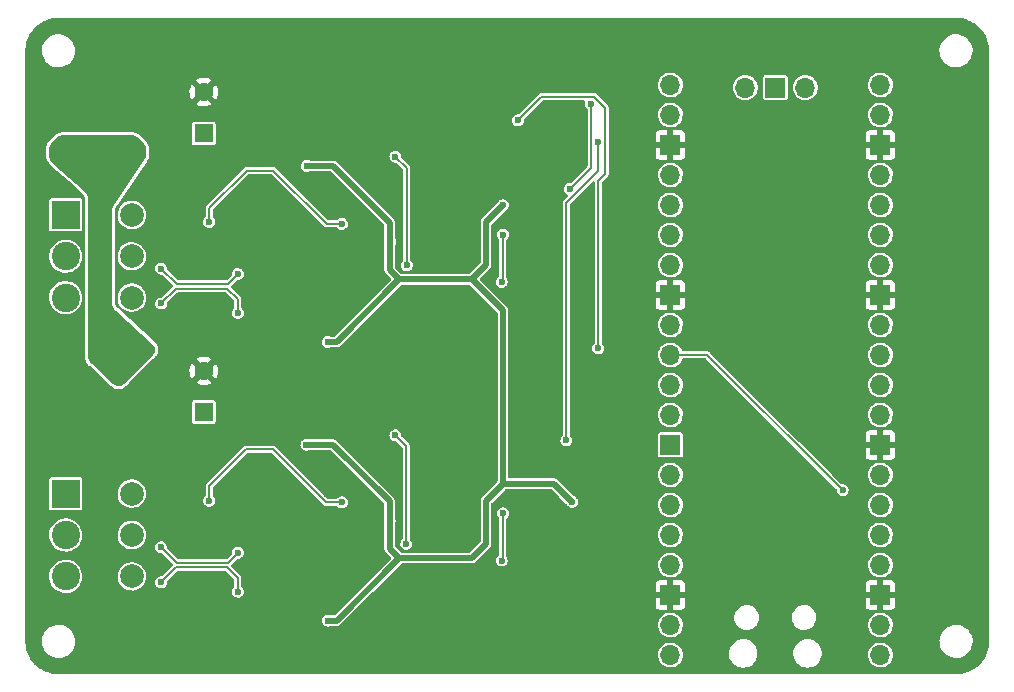
<source format=gbl>
G04 #@! TF.GenerationSoftware,KiCad,Pcbnew,(6.0.2)*
G04 #@! TF.CreationDate,2023-01-29T12:52:02-08:00*
G04 #@! TF.ProjectId,ripplecounter,72697070-6c65-4636-9f75-6e7465722e6b,rev?*
G04 #@! TF.SameCoordinates,Original*
G04 #@! TF.FileFunction,Copper,L2,Bot*
G04 #@! TF.FilePolarity,Positive*
%FSLAX46Y46*%
G04 Gerber Fmt 4.6, Leading zero omitted, Abs format (unit mm)*
G04 Created by KiCad (PCBNEW (6.0.2)) date 2023-01-29 12:52:02*
%MOMM*%
%LPD*%
G01*
G04 APERTURE LIST*
G04 #@! TA.AperFunction,SMDPad,CuDef*
%ADD10R,2.410000X3.100000*%
G04 #@! TD*
G04 #@! TA.AperFunction,ComponentPad*
%ADD11C,1.500000*%
G04 #@! TD*
G04 #@! TA.AperFunction,ComponentPad*
%ADD12C,2.000000*%
G04 #@! TD*
G04 #@! TA.AperFunction,ComponentPad*
%ADD13R,1.600000X1.600000*%
G04 #@! TD*
G04 #@! TA.AperFunction,ComponentPad*
%ADD14C,1.600000*%
G04 #@! TD*
G04 #@! TA.AperFunction,ComponentPad*
%ADD15O,1.700000X1.700000*%
G04 #@! TD*
G04 #@! TA.AperFunction,ComponentPad*
%ADD16R,1.700000X1.700000*%
G04 #@! TD*
G04 #@! TA.AperFunction,ComponentPad*
%ADD17R,2.400000X2.400000*%
G04 #@! TD*
G04 #@! TA.AperFunction,ComponentPad*
%ADD18C,2.400000*%
G04 #@! TD*
G04 #@! TA.AperFunction,ViaPad*
%ADD19C,0.600000*%
G04 #@! TD*
G04 #@! TA.AperFunction,Conductor*
%ADD20C,0.200000*%
G04 #@! TD*
G04 #@! TA.AperFunction,Conductor*
%ADD21C,0.500000*%
G04 #@! TD*
G04 APERTURE END LIST*
D10*
X69765000Y-90635000D03*
D11*
X69765000Y-91385000D03*
X69765000Y-89885000D03*
D10*
X69765000Y-67035000D03*
D11*
X69765000Y-67785000D03*
X69765000Y-66285000D03*
D12*
X59215000Y-61550000D03*
D13*
X65300000Y-83596250D03*
D14*
X65300000Y-80096250D03*
D12*
X59215000Y-90500000D03*
X57950000Y-103600000D03*
X59215000Y-73900000D03*
D13*
X65300000Y-59996250D03*
D14*
X65300000Y-56496250D03*
D15*
X111160000Y-56125000D03*
D16*
X113700000Y-56125000D03*
D15*
X116240000Y-56125000D03*
X104810000Y-104155000D03*
X104810000Y-101615000D03*
D16*
X104810000Y-99075000D03*
D15*
X104810000Y-96535000D03*
X104810000Y-93995000D03*
X104810000Y-91455000D03*
X104810000Y-88915000D03*
D16*
X104810000Y-86375000D03*
D15*
X104810000Y-83835000D03*
X104810000Y-81295000D03*
X104810000Y-78755000D03*
X104810000Y-76215000D03*
D16*
X104810000Y-73675000D03*
D15*
X104810000Y-71135000D03*
X104810000Y-68595000D03*
X104810000Y-66055000D03*
X104810000Y-63515000D03*
D16*
X104810000Y-60975000D03*
D15*
X104810000Y-58435000D03*
X104810000Y-55895000D03*
X122590000Y-55895000D03*
X122590000Y-58435000D03*
D16*
X122590000Y-60975000D03*
D15*
X122590000Y-63515000D03*
X122590000Y-66055000D03*
X122590000Y-68595000D03*
X122590000Y-71135000D03*
D16*
X122590000Y-73675000D03*
D15*
X122590000Y-76215000D03*
X122590000Y-78755000D03*
X122590000Y-81295000D03*
X122590000Y-83835000D03*
D16*
X122590000Y-86375000D03*
D15*
X122590000Y-88915000D03*
X122590000Y-91455000D03*
X122590000Y-93995000D03*
X122590000Y-96535000D03*
D16*
X122590000Y-99075000D03*
D15*
X122590000Y-101615000D03*
X122590000Y-104155000D03*
D17*
X53615000Y-58050000D03*
D18*
X53615000Y-61550000D03*
D12*
X59215000Y-58050000D03*
X59215000Y-66900000D03*
X66850000Y-103600000D03*
D17*
X53615000Y-90500000D03*
D18*
X53615000Y-94000000D03*
X53615000Y-97500000D03*
D12*
X59215000Y-70400000D03*
X59215000Y-97500000D03*
D17*
X53615000Y-66900000D03*
D18*
X53615000Y-70400000D03*
X53615000Y-73900000D03*
D12*
X59215000Y-94000000D03*
D19*
X127084235Y-102133268D03*
X127631124Y-105100000D03*
X119650000Y-104050000D03*
X118400000Y-98688212D03*
X118400000Y-93602748D03*
X116027081Y-90650000D03*
X110941617Y-90650000D03*
X109750500Y-86755653D03*
X113555227Y-85770148D03*
X79665975Y-103390500D03*
X120839500Y-91636081D03*
X120839500Y-96656502D03*
X126140500Y-94316495D03*
X128029500Y-91248929D03*
X131100000Y-93269280D03*
X131100000Y-98354744D03*
X131011709Y-102378118D03*
X64581834Y-101297503D03*
X67963796Y-99983101D03*
X71974500Y-100453093D03*
X53185556Y-105092335D03*
X74762612Y-103850500D03*
X96550839Y-102970311D03*
X101259500Y-101911561D03*
X96689250Y-98774437D03*
X97190539Y-92755691D03*
X101329764Y-95204018D03*
X56650000Y-58700000D03*
X99337134Y-105100000D03*
X94190062Y-105100000D03*
X89042990Y-105100000D03*
X83895918Y-105100000D03*
X68454702Y-105100000D03*
X63307630Y-105100000D03*
X58160558Y-105100000D03*
X54287742Y-101300000D03*
X59434814Y-101300000D03*
X109050000Y-105100000D03*
X127037982Y-52235303D03*
X129911033Y-54893425D03*
X131100000Y-61174211D03*
X131100000Y-66204962D03*
X131100000Y-71235713D03*
X131100000Y-76266464D03*
X131100000Y-81297215D03*
X54995727Y-52334870D03*
X131100000Y-86327966D03*
X129815681Y-89699500D03*
X126140500Y-88014142D03*
X110883088Y-57875500D03*
X118650832Y-88035911D03*
X111536275Y-80921354D03*
X109750500Y-76630295D03*
X109750500Y-71599544D03*
X109750500Y-66568793D03*
X109750500Y-61538042D03*
X105707786Y-50949500D03*
X115849297Y-57875500D03*
X117990500Y-54606535D03*
X114643349Y-52578362D03*
X109702425Y-52803521D03*
X100677035Y-50949500D03*
X95646284Y-50949500D03*
X90615533Y-50949500D03*
X85584782Y-50949500D03*
X80554031Y-50949500D03*
X76358521Y-53153765D03*
X72239047Y-55273172D03*
X70954760Y-50900000D03*
X67482198Y-56072176D03*
X62866341Y-57950000D03*
X51265000Y-63275285D03*
X51217084Y-68247163D03*
X51215000Y-73238639D03*
X52349718Y-77685444D03*
X55268427Y-80287223D03*
X59067163Y-83580168D03*
X62976168Y-86746892D03*
X59083401Y-87150000D03*
X54052650Y-87150000D03*
X51215000Y-89907666D03*
X51215000Y-94918756D03*
X51215000Y-99929848D03*
X50900000Y-86149113D03*
X120839500Y-66718302D03*
X50900000Y-81118362D03*
X50900000Y-55964607D03*
X60893258Y-50900000D03*
X65924009Y-50900000D03*
X121262270Y-50900000D03*
X126140500Y-80630739D03*
X126140500Y-75441835D03*
X120839500Y-79419241D03*
X126140500Y-67931682D03*
X126140500Y-62742775D03*
X122510013Y-54144500D03*
X120839500Y-58128963D03*
X84700000Y-79400000D03*
X126140500Y-56201023D03*
X100087906Y-84465327D03*
X101259500Y-88664222D03*
X100387500Y-92760447D03*
X97642838Y-89724500D03*
X97180404Y-86219976D03*
X68724589Y-76286683D03*
X73008012Y-62105565D03*
X71974500Y-77580115D03*
X75500933Y-80100020D03*
X80414840Y-79790500D03*
X87563007Y-78689628D03*
X74171613Y-85156611D03*
X68050000Y-81600000D03*
X62000000Y-77550000D03*
X77315339Y-85564216D03*
X92224099Y-85675391D03*
X83800000Y-82150000D03*
X79428507Y-83798270D03*
X100761691Y-82295501D03*
X97363034Y-80982415D03*
X79428507Y-60198270D03*
X101750194Y-72794199D03*
X101287674Y-79835332D03*
X91797972Y-79578276D03*
X99700500Y-76191789D03*
X91488250Y-74211197D03*
X101266242Y-69567584D03*
X97324500Y-66844137D03*
X101298034Y-67462585D03*
X101450000Y-60950000D03*
X101259500Y-64419137D03*
X92050000Y-62200000D03*
X77349392Y-62069019D03*
X95999500Y-62122528D03*
X89550000Y-58600000D03*
X76108912Y-58598301D03*
X79862631Y-55025082D03*
X84945721Y-54750500D03*
X90142546Y-54750500D03*
X95339371Y-54750500D03*
X72530458Y-58499500D03*
X101259500Y-56799137D03*
X92350000Y-82150000D03*
X83850000Y-58500000D03*
X70150000Y-62400000D03*
X70150000Y-86050000D03*
X68750000Y-62100000D03*
X68600000Y-85750000D03*
X70900000Y-91900000D03*
X70750000Y-90650000D03*
X70900000Y-89400000D03*
X68650000Y-89400000D03*
X68750000Y-90650000D03*
X68650000Y-91900000D03*
X68750000Y-67050000D03*
X70900000Y-65800000D03*
X70750000Y-67050000D03*
X68650000Y-65800000D03*
X70900000Y-68300000D03*
X68650000Y-68300000D03*
X119400000Y-90200000D03*
X60700000Y-78350000D03*
X54600000Y-63550000D03*
X58154416Y-80895584D03*
X59002944Y-80047056D03*
X59851472Y-79198528D03*
X59886827Y-78385355D03*
X59038299Y-79233883D03*
X58189771Y-80082412D03*
X58800000Y-63550000D03*
X57750000Y-63550000D03*
X56700000Y-63550000D03*
X55650000Y-63550000D03*
X74450000Y-65000000D03*
X74450000Y-88600000D03*
X75750000Y-66850000D03*
X75750000Y-90500000D03*
X75550000Y-93350000D03*
X75550000Y-69750000D03*
X70950000Y-88550000D03*
X71300000Y-87800000D03*
X69350000Y-88550000D03*
X68750000Y-87950000D03*
X70150000Y-87500000D03*
X70150000Y-88300000D03*
X70150000Y-64700000D03*
X70150000Y-63900000D03*
X70950000Y-64950000D03*
X71300000Y-64200000D03*
X77600000Y-75450000D03*
X83131250Y-74518750D03*
X82500000Y-73200000D03*
X77600000Y-74200000D03*
X81131250Y-76318750D03*
X82931250Y-77018750D03*
X81550000Y-66850000D03*
X81550000Y-90450000D03*
X69900000Y-69150000D03*
X69900000Y-69950000D03*
X68750000Y-64350000D03*
X71450000Y-70750000D03*
X68250000Y-70750000D03*
X69350000Y-64950000D03*
X69000000Y-69250000D03*
X68600000Y-70000000D03*
X69900000Y-70750000D03*
X70800000Y-69250000D03*
X71100000Y-70000000D03*
X96000000Y-86000000D03*
X96300000Y-64700000D03*
X91900000Y-58900000D03*
X98700000Y-78200000D03*
X96499998Y-91200000D03*
X98100000Y-57499500D03*
X98700000Y-60750000D03*
X90631250Y-92168750D03*
X90531250Y-96168750D03*
X69900000Y-94350000D03*
X71450000Y-94350000D03*
X69000000Y-92850000D03*
X69900000Y-92750000D03*
X70800000Y-92850000D03*
X68600000Y-93600000D03*
X69900000Y-93550000D03*
X76999500Y-91218750D03*
X65765000Y-91100000D03*
X68250000Y-94350000D03*
X71100000Y-93600000D03*
X81531250Y-85568750D03*
X82450000Y-94750000D03*
X61700000Y-95050000D03*
X68200000Y-95500000D03*
X61700000Y-98000000D03*
X68200000Y-98800000D03*
X77581250Y-91968750D03*
X86031250Y-90518750D03*
X94181250Y-95068750D03*
X77581250Y-90468750D03*
X75000000Y-99400000D03*
X60800000Y-91700000D03*
X71300000Y-99100000D03*
X80831250Y-83868750D03*
X88031250Y-93468750D03*
X66500000Y-98300000D03*
X87931250Y-91418750D03*
X88831250Y-89118750D03*
X85831250Y-84818750D03*
X83081250Y-102368750D03*
X77581250Y-88868750D03*
X91581250Y-102468750D03*
X77600000Y-97800000D03*
X81131250Y-99918750D03*
X63300000Y-91500000D03*
X88381250Y-84168750D03*
X62700000Y-90900000D03*
X75000000Y-97200000D03*
X86881250Y-94918750D03*
X77581250Y-93518750D03*
X88281250Y-86468750D03*
X77581250Y-95068750D03*
X77600000Y-99050000D03*
X89931250Y-100768750D03*
X94181250Y-93518750D03*
X69900000Y-95400000D03*
X83331250Y-87000000D03*
X82500000Y-96800000D03*
X86931250Y-101668750D03*
X92331250Y-99718750D03*
X82931250Y-100618750D03*
X90431250Y-97318750D03*
X73345000Y-94952500D03*
X62700000Y-92100000D03*
X94181250Y-92018750D03*
X85131250Y-93068750D03*
X83131250Y-98118750D03*
X74000000Y-86350000D03*
X90631250Y-89668750D03*
X81050000Y-92763750D03*
X75800000Y-101250000D03*
X75800000Y-77650000D03*
X81083750Y-69163750D03*
X90631250Y-66068750D03*
X74050000Y-62750000D03*
X85131250Y-69468750D03*
X94181250Y-68418750D03*
X62700000Y-68500000D03*
X73345000Y-71352500D03*
X91950000Y-76118750D03*
X83300000Y-63400000D03*
X69900000Y-71800000D03*
X94181250Y-69918750D03*
X89881750Y-77158051D03*
X77581250Y-71468750D03*
X88281250Y-62868750D03*
X77581250Y-69918750D03*
X86881250Y-71318750D03*
X75000000Y-73600000D03*
X62700000Y-67300000D03*
X88381250Y-60568750D03*
X63300000Y-67900000D03*
X77581250Y-65268750D03*
X85831250Y-61218750D03*
X88831250Y-65518750D03*
X87931250Y-67818750D03*
X66500000Y-74700000D03*
X88031250Y-69868750D03*
X80831250Y-60268750D03*
X71300000Y-75500000D03*
X60800000Y-68100000D03*
X75000000Y-75800000D03*
X77581250Y-66868750D03*
X94181250Y-71468750D03*
X86031250Y-66918750D03*
X77581250Y-68368750D03*
X68200000Y-75200000D03*
X61700000Y-74400000D03*
X68200000Y-71900000D03*
X61700000Y-71450000D03*
X82500000Y-71153750D03*
X81531250Y-61968750D03*
X65765000Y-67500000D03*
X77000000Y-67650000D03*
X90531250Y-72568750D03*
X90631250Y-68568750D03*
D20*
X68900000Y-86750000D02*
X65765000Y-89885000D01*
X71150000Y-86750000D02*
X68900000Y-86750000D01*
X75618750Y-91218750D02*
X71150000Y-86750000D01*
X76999500Y-91218750D02*
X75618750Y-91218750D01*
X65765000Y-89885000D02*
X65765000Y-91100000D01*
X71200000Y-63150000D02*
X68950000Y-63150000D01*
X68950000Y-63150000D02*
X65765000Y-66335000D01*
X77000000Y-67650000D02*
X75700000Y-67650000D01*
X75700000Y-67650000D02*
X71200000Y-63150000D01*
X65765000Y-66335000D02*
X65765000Y-67500000D01*
X67299520Y-96749520D02*
X62950480Y-96749520D01*
X68200000Y-97650000D02*
X67299520Y-96749520D01*
X62950480Y-96749520D02*
X61700000Y-98000000D01*
X68200000Y-98800000D02*
X68200000Y-97650000D01*
X62950480Y-73149520D02*
X61700000Y-74400000D01*
X67299520Y-73149520D02*
X62950480Y-73149520D01*
X68200000Y-75200000D02*
X68200000Y-74050000D01*
X68200000Y-74050000D02*
X67299520Y-73149520D01*
X99299511Y-63425489D02*
X99299511Y-57849511D01*
X99299511Y-57849511D02*
X98350000Y-56900000D01*
X98350000Y-56900000D02*
X93900000Y-56900000D01*
X93900000Y-56900000D02*
X91900000Y-58900000D01*
X98700000Y-64025000D02*
X99299511Y-63425489D01*
X98700000Y-78200000D02*
X98700000Y-64025000D01*
X98100489Y-57499989D02*
X98100489Y-62899511D01*
X98100000Y-57499500D02*
X98100489Y-57499989D01*
X98100489Y-62899511D02*
X96300000Y-64700000D01*
X96000000Y-65885006D02*
X96000000Y-86000000D01*
X98700000Y-60750000D02*
X98700000Y-63185006D01*
X98700000Y-63185006D02*
X96000000Y-65885006D01*
X63000000Y-96350000D02*
X61700000Y-95050000D01*
X67350000Y-96350000D02*
X63000000Y-96350000D01*
X68200000Y-95500000D02*
X67350000Y-96350000D01*
X67350000Y-72750000D02*
X63000000Y-72750000D01*
X68200000Y-71900000D02*
X67350000Y-72750000D01*
X63000000Y-72750000D02*
X61700000Y-71450000D01*
D21*
X81050000Y-71550000D02*
X81850000Y-72350000D01*
X76250000Y-62750000D02*
X81050000Y-67550000D01*
X81050000Y-67550000D02*
X81050000Y-71550000D01*
X74050000Y-62750000D02*
X76250000Y-62750000D01*
X81050000Y-91150000D02*
X81050000Y-92763750D01*
X74000000Y-86350000D02*
X76250000Y-86350000D01*
X76250000Y-86350000D02*
X81050000Y-91150000D01*
D20*
X107955000Y-78755000D02*
X104810000Y-78755000D01*
X119400000Y-90200000D02*
X107955000Y-78755000D01*
D21*
X90631250Y-74981250D02*
X88000000Y-72350000D01*
X90631250Y-89668750D02*
X90631250Y-74981250D01*
X94968748Y-89668750D02*
X96499998Y-91200000D01*
X90631250Y-89668750D02*
X94968748Y-89668750D01*
X88000000Y-72350000D02*
X81850000Y-72350000D01*
X89200000Y-71150000D02*
X88000000Y-72350000D01*
X89200000Y-67500000D02*
X89200000Y-71150000D01*
X90631250Y-66068750D02*
X89200000Y-67500000D01*
X76550000Y-77650000D02*
X75800000Y-77650000D01*
X81850000Y-72350000D02*
X76550000Y-77650000D01*
X81850000Y-95950000D02*
X81050000Y-95150000D01*
X88000000Y-95950000D02*
X81850000Y-95950000D01*
X89200000Y-94750000D02*
X88000000Y-95950000D01*
X81050000Y-95150000D02*
X81050000Y-92763750D01*
X89200000Y-91100000D02*
X89200000Y-94750000D01*
X90631250Y-89668750D02*
X89200000Y-91100000D01*
X76550000Y-101250000D02*
X75800000Y-101250000D01*
X81850000Y-95950000D02*
X76550000Y-101250000D01*
D20*
X82500000Y-62937500D02*
X82500000Y-71153750D01*
X81531250Y-61968750D02*
X82500000Y-62937500D01*
X82450000Y-86487500D02*
X82450000Y-94750000D01*
X81531250Y-85568750D02*
X82450000Y-86487500D01*
X90631250Y-96068750D02*
X90531250Y-96168750D01*
X90631250Y-92168750D02*
X90631250Y-96068750D01*
X90631250Y-68568750D02*
X90631250Y-72468750D01*
X90631250Y-72468750D02*
X90531250Y-72568750D01*
G04 #@! TA.AperFunction,Conductor*
G36*
X59141949Y-60150607D02*
G01*
X59318527Y-60167999D01*
X59342744Y-60172815D01*
X59506596Y-60222518D01*
X59529416Y-60231971D01*
X59680412Y-60312680D01*
X59700950Y-60326403D01*
X59838114Y-60438971D01*
X59847275Y-60447275D01*
X60152725Y-60752725D01*
X60161029Y-60761886D01*
X60273597Y-60899050D01*
X60287320Y-60919588D01*
X60368029Y-61070584D01*
X60377482Y-61093403D01*
X60427185Y-61257256D01*
X60432002Y-61281476D01*
X60449393Y-61458051D01*
X60450000Y-61470401D01*
X60450000Y-61685737D01*
X60449376Y-61698264D01*
X60431481Y-61877360D01*
X60426525Y-61901910D01*
X60375408Y-62067885D01*
X60365690Y-62090977D01*
X60279729Y-62249102D01*
X60273197Y-62259810D01*
X57697080Y-66045383D01*
X57602109Y-66220083D01*
X57543581Y-66410120D01*
X57523811Y-66607981D01*
X57523811Y-74258342D01*
X57545354Y-74464794D01*
X57609056Y-74662351D01*
X57712171Y-74842500D01*
X57850257Y-74997480D01*
X57852680Y-74999688D01*
X61008747Y-77875716D01*
X61020803Y-77888337D01*
X61103945Y-77988430D01*
X61122280Y-78018034D01*
X61171280Y-78128977D01*
X61180812Y-78162472D01*
X61197639Y-78283079D01*
X61197770Y-78316937D01*
X61181599Y-78439765D01*
X61173086Y-78471536D01*
X61125486Y-78586453D01*
X61109042Y-78614936D01*
X61028242Y-78720236D01*
X61017382Y-78732618D01*
X58532618Y-81217382D01*
X58520236Y-81228242D01*
X58414936Y-81309042D01*
X58386453Y-81325486D01*
X58271536Y-81373086D01*
X58239765Y-81381599D01*
X58176362Y-81389947D01*
X58115973Y-81397897D01*
X58084009Y-81398015D01*
X57958163Y-81382394D01*
X57928064Y-81374805D01*
X57923639Y-81373086D01*
X57809412Y-81328717D01*
X57782080Y-81313998D01*
X57671903Y-81235759D01*
X57659803Y-81225990D01*
X55829815Y-79551745D01*
X55820647Y-79542440D01*
X55809787Y-79530209D01*
X55696201Y-79402282D01*
X55680992Y-79381084D01*
X55591346Y-79224016D01*
X55580830Y-79200142D01*
X55525457Y-79027977D01*
X55520083Y-79002444D01*
X55500677Y-78816026D01*
X55500000Y-78802980D01*
X55500000Y-65602478D01*
X55477516Y-65391616D01*
X55411075Y-65190237D01*
X55303664Y-65007395D01*
X55160115Y-64851313D01*
X52544917Y-62553109D01*
X52535350Y-62543756D01*
X52405431Y-62402494D01*
X52389531Y-62381021D01*
X52295731Y-62221348D01*
X52284716Y-62197005D01*
X52226694Y-62021143D01*
X52221060Y-61995025D01*
X52200710Y-61804181D01*
X52200000Y-61790821D01*
X52200000Y-61420401D01*
X52200607Y-61408051D01*
X52217999Y-61231473D01*
X52222815Y-61207256D01*
X52272518Y-61043403D01*
X52281971Y-61020584D01*
X52362680Y-60869588D01*
X52376403Y-60849050D01*
X52488971Y-60711886D01*
X52497275Y-60702725D01*
X52752725Y-60447275D01*
X52761886Y-60438971D01*
X52899050Y-60326403D01*
X52919588Y-60312680D01*
X53070584Y-60231971D01*
X53093404Y-60222518D01*
X53257256Y-60172815D01*
X53281473Y-60167999D01*
X53458051Y-60150607D01*
X53470401Y-60150000D01*
X59129599Y-60150000D01*
X59141949Y-60150607D01*
G37*
G04 #@! TD.AperFunction*
G04 #@! TA.AperFunction,Conductor*
G36*
X128988227Y-50202518D02*
G01*
X128988778Y-50202645D01*
X128988779Y-50202645D01*
X128999642Y-50205143D01*
X129010515Y-50202683D01*
X129020797Y-50202701D01*
X129031781Y-50201785D01*
X129307954Y-50217295D01*
X129318976Y-50218536D01*
X129529395Y-50254288D01*
X129617572Y-50269270D01*
X129628396Y-50271740D01*
X129727938Y-50300417D01*
X129919445Y-50355590D01*
X129929918Y-50359255D01*
X130209739Y-50475160D01*
X130219736Y-50479974D01*
X130470692Y-50618673D01*
X130484821Y-50626482D01*
X130494221Y-50632388D01*
X130741236Y-50807654D01*
X130749916Y-50814576D01*
X130975753Y-51016396D01*
X130983604Y-51024247D01*
X131185424Y-51250084D01*
X131192346Y-51258764D01*
X131367612Y-51505779D01*
X131373518Y-51515179D01*
X131515380Y-51771857D01*
X131520023Y-51780258D01*
X131524840Y-51790261D01*
X131640745Y-52070082D01*
X131644412Y-52080560D01*
X131728260Y-52371604D01*
X131730730Y-52382428D01*
X131778750Y-52665050D01*
X131781463Y-52681019D01*
X131782705Y-52692046D01*
X131796517Y-52937977D01*
X131798186Y-52967701D01*
X131797341Y-52977630D01*
X131797375Y-52977630D01*
X131797355Y-52988777D01*
X131794857Y-52999642D01*
X131797317Y-53010514D01*
X131797317Y-53010516D01*
X131797559Y-53011583D01*
X131800000Y-53033432D01*
X131800000Y-102966040D01*
X131797482Y-102988227D01*
X131794857Y-102999642D01*
X131797317Y-103010515D01*
X131797299Y-103020797D01*
X131798215Y-103031781D01*
X131783283Y-103297674D01*
X131782706Y-103307949D01*
X131781464Y-103318976D01*
X131750358Y-103502052D01*
X131730730Y-103617572D01*
X131728260Y-103628396D01*
X131702608Y-103717435D01*
X131650308Y-103898976D01*
X131644412Y-103919440D01*
X131640745Y-103929918D01*
X131524840Y-104209739D01*
X131520026Y-104219736D01*
X131426552Y-104388863D01*
X131373518Y-104484821D01*
X131367612Y-104494221D01*
X131192346Y-104741236D01*
X131185426Y-104749914D01*
X131066052Y-104883494D01*
X130983604Y-104975753D01*
X130975753Y-104983604D01*
X130749916Y-105185424D01*
X130741239Y-105192344D01*
X130558163Y-105322243D01*
X130494221Y-105367612D01*
X130484821Y-105373518D01*
X130219736Y-105520026D01*
X130209739Y-105524840D01*
X129929918Y-105640745D01*
X129919445Y-105644410D01*
X129727938Y-105699583D01*
X129628396Y-105728260D01*
X129617572Y-105730730D01*
X129529395Y-105745712D01*
X129318976Y-105781464D01*
X129307954Y-105782705D01*
X129032297Y-105798186D01*
X129022370Y-105797341D01*
X129022370Y-105797375D01*
X129011223Y-105797355D01*
X129000358Y-105794857D01*
X128989486Y-105797317D01*
X128989484Y-105797317D01*
X128988417Y-105797559D01*
X128966568Y-105800000D01*
X53033960Y-105800000D01*
X53011773Y-105797482D01*
X53011222Y-105797355D01*
X53011221Y-105797355D01*
X53000358Y-105794857D01*
X52989485Y-105797317D01*
X52979203Y-105797299D01*
X52968219Y-105798215D01*
X52692046Y-105782705D01*
X52681024Y-105781464D01*
X52470605Y-105745712D01*
X52382428Y-105730730D01*
X52371604Y-105728260D01*
X52272062Y-105699583D01*
X52080555Y-105644410D01*
X52070082Y-105640745D01*
X51790261Y-105524840D01*
X51780264Y-105520026D01*
X51515179Y-105373518D01*
X51505779Y-105367612D01*
X51441837Y-105322243D01*
X51258761Y-105192344D01*
X51250084Y-105185424D01*
X51024247Y-104983604D01*
X51016396Y-104975753D01*
X50933948Y-104883494D01*
X50814574Y-104749914D01*
X50807654Y-104741236D01*
X50632388Y-104494221D01*
X50626482Y-104484821D01*
X50573448Y-104388863D01*
X50479974Y-104219736D01*
X50475160Y-104209739D01*
X50359255Y-103929918D01*
X50355588Y-103919440D01*
X50349693Y-103898976D01*
X50297392Y-103717435D01*
X50271740Y-103628396D01*
X50269270Y-103617572D01*
X50249642Y-103502052D01*
X50218536Y-103318976D01*
X50217294Y-103307949D01*
X50216561Y-103294886D01*
X50201814Y-103032297D01*
X50202659Y-103022370D01*
X50202625Y-103022370D01*
X50202645Y-103011223D01*
X50205143Y-103000358D01*
X50202683Y-102989486D01*
X50202683Y-102989484D01*
X50202441Y-102988417D01*
X50200000Y-102966568D01*
X50200000Y-102933789D01*
X51595996Y-102933789D01*
X51596153Y-102937974D01*
X51596153Y-102937977D01*
X51598923Y-103011749D01*
X51604913Y-103171295D01*
X51605773Y-103175395D01*
X51605774Y-103175401D01*
X51629341Y-103287721D01*
X51653719Y-103403904D01*
X51741020Y-103624963D01*
X51743190Y-103628539D01*
X51743192Y-103628543D01*
X51807741Y-103734915D01*
X51864319Y-103828153D01*
X51867069Y-103831322D01*
X52017343Y-104004499D01*
X52017347Y-104004503D01*
X52020090Y-104007664D01*
X52203880Y-104158362D01*
X52410433Y-104275939D01*
X52633844Y-104357034D01*
X52666699Y-104362975D01*
X52864521Y-104398747D01*
X52864526Y-104398748D01*
X52867725Y-104399326D01*
X52887322Y-104400250D01*
X52891472Y-104400446D01*
X52891476Y-104400446D01*
X52892619Y-104400500D01*
X53059680Y-104400500D01*
X53061763Y-104400323D01*
X53061769Y-104400323D01*
X53232652Y-104385823D01*
X53232653Y-104385823D01*
X53236823Y-104385469D01*
X53240873Y-104384418D01*
X53240878Y-104384417D01*
X53462818Y-104326813D01*
X53462821Y-104326812D01*
X53466874Y-104325760D01*
X53683576Y-104228143D01*
X53696055Y-104219742D01*
X53814110Y-104140262D01*
X103754520Y-104140262D01*
X103758000Y-104181699D01*
X103768215Y-104303344D01*
X103771759Y-104345553D01*
X103773092Y-104350201D01*
X103773092Y-104350202D01*
X103813090Y-104489690D01*
X103828544Y-104543586D01*
X103922712Y-104726818D01*
X104050677Y-104888270D01*
X104054357Y-104891402D01*
X104054359Y-104891404D01*
X104092287Y-104923683D01*
X104207564Y-105021791D01*
X104211787Y-105024151D01*
X104211791Y-105024154D01*
X104328702Y-105089493D01*
X104387398Y-105122297D01*
X104391996Y-105123791D01*
X104578724Y-105184463D01*
X104578726Y-105184464D01*
X104583329Y-105185959D01*
X104787894Y-105210351D01*
X104792716Y-105209980D01*
X104792719Y-105209980D01*
X104866573Y-105204297D01*
X104993300Y-105194546D01*
X105191725Y-105139145D01*
X105196038Y-105136966D01*
X105196044Y-105136964D01*
X105371289Y-105048441D01*
X105371291Y-105048440D01*
X105375610Y-105046258D01*
X105385859Y-105038251D01*
X105534135Y-104922406D01*
X105534139Y-104922402D01*
X105537951Y-104919424D01*
X105672564Y-104763472D01*
X105674957Y-104759260D01*
X105771934Y-104588550D01*
X105771935Y-104588547D01*
X105774323Y-104584344D01*
X105777037Y-104576187D01*
X105837824Y-104393454D01*
X105837824Y-104393452D01*
X105839351Y-104388863D01*
X105842622Y-104362975D01*
X105864823Y-104187228D01*
X105865171Y-104184474D01*
X105865583Y-104155000D01*
X105862551Y-104124072D01*
X105862112Y-104119594D01*
X109773074Y-104119594D01*
X109773843Y-104124067D01*
X109773843Y-104124072D01*
X109809668Y-104332565D01*
X109809670Y-104332571D01*
X109810438Y-104337043D01*
X109886804Y-104544043D01*
X109889126Y-104547946D01*
X109889127Y-104547948D01*
X109927776Y-104612910D01*
X109999614Y-104733659D01*
X110002609Y-104737074D01*
X110002611Y-104737077D01*
X110022065Y-104759260D01*
X110145090Y-104899543D01*
X110148652Y-104902351D01*
X110314795Y-105033327D01*
X110314798Y-105033329D01*
X110318360Y-105036137D01*
X110322378Y-105038251D01*
X110509609Y-105136759D01*
X110509612Y-105136760D01*
X110513620Y-105138869D01*
X110596874Y-105164720D01*
X110719994Y-105202950D01*
X110719997Y-105202951D01*
X110724333Y-105204297D01*
X110728843Y-105204831D01*
X110728844Y-105204831D01*
X110765936Y-105209221D01*
X110903476Y-105225500D01*
X111030970Y-105225500D01*
X111194711Y-105210454D01*
X111283462Y-105185424D01*
X111402689Y-105151799D01*
X111402690Y-105151798D01*
X111407064Y-105150565D01*
X111411136Y-105148557D01*
X111411141Y-105148555D01*
X111600875Y-105054988D01*
X111600874Y-105054988D01*
X111604947Y-105052980D01*
X111781733Y-104920967D01*
X111811958Y-104888270D01*
X111928423Y-104762279D01*
X111928424Y-104762278D01*
X111931501Y-104758949D01*
X111937201Y-104749916D01*
X112046815Y-104576187D01*
X112049236Y-104572350D01*
X112130994Y-104367421D01*
X112174038Y-104151024D01*
X112174449Y-104119594D01*
X115223074Y-104119594D01*
X115223843Y-104124067D01*
X115223843Y-104124072D01*
X115259668Y-104332565D01*
X115259670Y-104332571D01*
X115260438Y-104337043D01*
X115336804Y-104544043D01*
X115339126Y-104547946D01*
X115339127Y-104547948D01*
X115377776Y-104612910D01*
X115449614Y-104733659D01*
X115452609Y-104737074D01*
X115452611Y-104737077D01*
X115472065Y-104759260D01*
X115595090Y-104899543D01*
X115598652Y-104902351D01*
X115764795Y-105033327D01*
X115764798Y-105033329D01*
X115768360Y-105036137D01*
X115772378Y-105038251D01*
X115959609Y-105136759D01*
X115959612Y-105136760D01*
X115963620Y-105138869D01*
X116046874Y-105164720D01*
X116169994Y-105202950D01*
X116169997Y-105202951D01*
X116174333Y-105204297D01*
X116178843Y-105204831D01*
X116178844Y-105204831D01*
X116215936Y-105209221D01*
X116353476Y-105225500D01*
X116480970Y-105225500D01*
X116644711Y-105210454D01*
X116733462Y-105185424D01*
X116852689Y-105151799D01*
X116852690Y-105151798D01*
X116857064Y-105150565D01*
X116861136Y-105148557D01*
X116861141Y-105148555D01*
X117050875Y-105054988D01*
X117050874Y-105054988D01*
X117054947Y-105052980D01*
X117231733Y-104920967D01*
X117261958Y-104888270D01*
X117378423Y-104762279D01*
X117378424Y-104762278D01*
X117381501Y-104758949D01*
X117387201Y-104749916D01*
X117496815Y-104576187D01*
X117499236Y-104572350D01*
X117580994Y-104367421D01*
X117624038Y-104151024D01*
X117624179Y-104140262D01*
X121534520Y-104140262D01*
X121538000Y-104181699D01*
X121548215Y-104303344D01*
X121551759Y-104345553D01*
X121553092Y-104350201D01*
X121553092Y-104350202D01*
X121593090Y-104489690D01*
X121608544Y-104543586D01*
X121702712Y-104726818D01*
X121830677Y-104888270D01*
X121834357Y-104891402D01*
X121834359Y-104891404D01*
X121872287Y-104923683D01*
X121987564Y-105021791D01*
X121991787Y-105024151D01*
X121991791Y-105024154D01*
X122108702Y-105089493D01*
X122167398Y-105122297D01*
X122171996Y-105123791D01*
X122358724Y-105184463D01*
X122358726Y-105184464D01*
X122363329Y-105185959D01*
X122567894Y-105210351D01*
X122572716Y-105209980D01*
X122572719Y-105209980D01*
X122646573Y-105204297D01*
X122773300Y-105194546D01*
X122971725Y-105139145D01*
X122976038Y-105136966D01*
X122976044Y-105136964D01*
X123151289Y-105048441D01*
X123151291Y-105048440D01*
X123155610Y-105046258D01*
X123165859Y-105038251D01*
X123314135Y-104922406D01*
X123314139Y-104922402D01*
X123317951Y-104919424D01*
X123452564Y-104763472D01*
X123454957Y-104759260D01*
X123551934Y-104588550D01*
X123551935Y-104588547D01*
X123554323Y-104584344D01*
X123557037Y-104576187D01*
X123617824Y-104393454D01*
X123617824Y-104393452D01*
X123619351Y-104388863D01*
X123622622Y-104362975D01*
X123644823Y-104187228D01*
X123645171Y-104184474D01*
X123645583Y-104155000D01*
X123642551Y-104124072D01*
X123625952Y-103954780D01*
X123625951Y-103954776D01*
X123625480Y-103949970D01*
X123616263Y-103919440D01*
X123567333Y-103757380D01*
X123565935Y-103752749D01*
X123469218Y-103570849D01*
X123339011Y-103411200D01*
X123227538Y-103318981D01*
X123184002Y-103282965D01*
X123184000Y-103282964D01*
X123180275Y-103279882D01*
X122999055Y-103181897D01*
X122897489Y-103150457D01*
X122806875Y-103122407D01*
X122806871Y-103122406D01*
X122802254Y-103120977D01*
X122797446Y-103120472D01*
X122797443Y-103120471D01*
X122602185Y-103099949D01*
X122602183Y-103099949D01*
X122597369Y-103099443D01*
X122537354Y-103104905D01*
X122397022Y-103117675D01*
X122397017Y-103117676D01*
X122392203Y-103118114D01*
X122194572Y-103176280D01*
X122190288Y-103178519D01*
X122190287Y-103178520D01*
X122179428Y-103184197D01*
X122012002Y-103271726D01*
X122008231Y-103274758D01*
X121855220Y-103397781D01*
X121855217Y-103397783D01*
X121851447Y-103400815D01*
X121848333Y-103404526D01*
X121848332Y-103404527D01*
X121744049Y-103528807D01*
X121719024Y-103558630D01*
X121716689Y-103562878D01*
X121716688Y-103562879D01*
X121709955Y-103575126D01*
X121619776Y-103739162D01*
X121557484Y-103935532D01*
X121556944Y-103940344D01*
X121556944Y-103940345D01*
X121537348Y-104115054D01*
X121534520Y-104140262D01*
X117624179Y-104140262D01*
X117626670Y-103949970D01*
X117626867Y-103934946D01*
X117626867Y-103934941D01*
X117626926Y-103930406D01*
X117626157Y-103925928D01*
X117590332Y-103717435D01*
X117590330Y-103717429D01*
X117589562Y-103712957D01*
X117532628Y-103558630D01*
X117514769Y-103510220D01*
X117514768Y-103510217D01*
X117513196Y-103505957D01*
X117400386Y-103316341D01*
X117393027Y-103307949D01*
X117281229Y-103180468D01*
X117254910Y-103150457D01*
X117238721Y-103137695D01*
X117085205Y-103016673D01*
X117085202Y-103016671D01*
X117081640Y-103013863D01*
X117064996Y-103005106D01*
X116929446Y-102933789D01*
X127595996Y-102933789D01*
X127596153Y-102937974D01*
X127596153Y-102937977D01*
X127598923Y-103011749D01*
X127604913Y-103171295D01*
X127605773Y-103175395D01*
X127605774Y-103175401D01*
X127629341Y-103287721D01*
X127653719Y-103403904D01*
X127741020Y-103624963D01*
X127743190Y-103628539D01*
X127743192Y-103628543D01*
X127807741Y-103734915D01*
X127864319Y-103828153D01*
X127867069Y-103831322D01*
X128017343Y-104004499D01*
X128017347Y-104004503D01*
X128020090Y-104007664D01*
X128203880Y-104158362D01*
X128410433Y-104275939D01*
X128633844Y-104357034D01*
X128666699Y-104362975D01*
X128864521Y-104398747D01*
X128864526Y-104398748D01*
X128867725Y-104399326D01*
X128887322Y-104400250D01*
X128891472Y-104400446D01*
X128891476Y-104400446D01*
X128892619Y-104400500D01*
X129059680Y-104400500D01*
X129061763Y-104400323D01*
X129061769Y-104400323D01*
X129232652Y-104385823D01*
X129232653Y-104385823D01*
X129236823Y-104385469D01*
X129240873Y-104384418D01*
X129240878Y-104384417D01*
X129462818Y-104326813D01*
X129462821Y-104326812D01*
X129466874Y-104325760D01*
X129683576Y-104228143D01*
X129696055Y-104219742D01*
X129877261Y-104097746D01*
X129877262Y-104097745D01*
X129880732Y-104095409D01*
X129883762Y-104092519D01*
X130049671Y-103934250D01*
X130049675Y-103934245D01*
X130052705Y-103931355D01*
X130194579Y-103740670D01*
X130226256Y-103678366D01*
X130300398Y-103532539D01*
X130300400Y-103532535D01*
X130302295Y-103528807D01*
X130372775Y-103301824D01*
X130390631Y-103167103D01*
X130403454Y-103070362D01*
X130403454Y-103070360D01*
X130404004Y-103066211D01*
X130402712Y-103031784D01*
X130400243Y-102966040D01*
X130395087Y-102828705D01*
X130394227Y-102824605D01*
X130394226Y-102824599D01*
X130356429Y-102644463D01*
X130346281Y-102596096D01*
X130258980Y-102375037D01*
X130242738Y-102348270D01*
X130137857Y-102175433D01*
X130135681Y-102171847D01*
X130111426Y-102143896D01*
X129982657Y-101995501D01*
X129982653Y-101995497D01*
X129979910Y-101992336D01*
X129946845Y-101965224D01*
X129810531Y-101853454D01*
X129796120Y-101841638D01*
X129589567Y-101724061D01*
X129366156Y-101642966D01*
X129316806Y-101634042D01*
X129135479Y-101601253D01*
X129135474Y-101601252D01*
X129132275Y-101600674D01*
X129112678Y-101599750D01*
X129108528Y-101599554D01*
X129108524Y-101599554D01*
X129107381Y-101599500D01*
X128940320Y-101599500D01*
X128938237Y-101599677D01*
X128938231Y-101599677D01*
X128767348Y-101614177D01*
X128767347Y-101614177D01*
X128763177Y-101614531D01*
X128759127Y-101615582D01*
X128759122Y-101615583D01*
X128537182Y-101673187D01*
X128537179Y-101673188D01*
X128533126Y-101674240D01*
X128316424Y-101771857D01*
X128312947Y-101774198D01*
X128312945Y-101774199D01*
X128122739Y-101902254D01*
X128119268Y-101904591D01*
X128116241Y-101907478D01*
X128116238Y-101907481D01*
X127950329Y-102065750D01*
X127950325Y-102065755D01*
X127947295Y-102068645D01*
X127805421Y-102259330D01*
X127803519Y-102263071D01*
X127744614Y-102378930D01*
X127697705Y-102471193D01*
X127627225Y-102698176D01*
X127626675Y-102702326D01*
X127598720Y-102913241D01*
X127595996Y-102933789D01*
X116929446Y-102933789D01*
X116890391Y-102913241D01*
X116890388Y-102913240D01*
X116886380Y-102911131D01*
X116803126Y-102885280D01*
X116680006Y-102847050D01*
X116680003Y-102847049D01*
X116675667Y-102845703D01*
X116671157Y-102845169D01*
X116671156Y-102845169D01*
X116623647Y-102839546D01*
X116496524Y-102824500D01*
X116369030Y-102824500D01*
X116205289Y-102839546D01*
X115992936Y-102899435D01*
X115988864Y-102901443D01*
X115988859Y-102901445D01*
X115835447Y-102977100D01*
X115795053Y-102997020D01*
X115618267Y-103129033D01*
X115615186Y-103132366D01*
X115475974Y-103282965D01*
X115468499Y-103291051D01*
X115466081Y-103294884D01*
X115466079Y-103294886D01*
X115399887Y-103399794D01*
X115350764Y-103477650D01*
X115269006Y-103682579D01*
X115225962Y-103898976D01*
X115224768Y-103990212D01*
X115223391Y-104095409D01*
X115223074Y-104119594D01*
X112174449Y-104119594D01*
X112176670Y-103949970D01*
X112176867Y-103934946D01*
X112176867Y-103934941D01*
X112176926Y-103930406D01*
X112176157Y-103925928D01*
X112140332Y-103717435D01*
X112140330Y-103717429D01*
X112139562Y-103712957D01*
X112082628Y-103558630D01*
X112064769Y-103510220D01*
X112064768Y-103510217D01*
X112063196Y-103505957D01*
X111950386Y-103316341D01*
X111943027Y-103307949D01*
X111831229Y-103180468D01*
X111804910Y-103150457D01*
X111788721Y-103137695D01*
X111635205Y-103016673D01*
X111635202Y-103016671D01*
X111631640Y-103013863D01*
X111614996Y-103005106D01*
X111440391Y-102913241D01*
X111440388Y-102913240D01*
X111436380Y-102911131D01*
X111353126Y-102885280D01*
X111230006Y-102847050D01*
X111230003Y-102847049D01*
X111225667Y-102845703D01*
X111221157Y-102845169D01*
X111221156Y-102845169D01*
X111173647Y-102839546D01*
X111046524Y-102824500D01*
X110919030Y-102824500D01*
X110755289Y-102839546D01*
X110542936Y-102899435D01*
X110538864Y-102901443D01*
X110538859Y-102901445D01*
X110385447Y-102977100D01*
X110345053Y-102997020D01*
X110168267Y-103129033D01*
X110165186Y-103132366D01*
X110025974Y-103282965D01*
X110018499Y-103291051D01*
X110016081Y-103294884D01*
X110016079Y-103294886D01*
X109949887Y-103399794D01*
X109900764Y-103477650D01*
X109819006Y-103682579D01*
X109775962Y-103898976D01*
X109774768Y-103990212D01*
X109773391Y-104095409D01*
X109773074Y-104119594D01*
X105862112Y-104119594D01*
X105845952Y-103954780D01*
X105845951Y-103954776D01*
X105845480Y-103949970D01*
X105836263Y-103919440D01*
X105787333Y-103757380D01*
X105785935Y-103752749D01*
X105689218Y-103570849D01*
X105559011Y-103411200D01*
X105447538Y-103318981D01*
X105404002Y-103282965D01*
X105404000Y-103282964D01*
X105400275Y-103279882D01*
X105219055Y-103181897D01*
X105117489Y-103150457D01*
X105026875Y-103122407D01*
X105026871Y-103122406D01*
X105022254Y-103120977D01*
X105017446Y-103120472D01*
X105017443Y-103120471D01*
X104822185Y-103099949D01*
X104822183Y-103099949D01*
X104817369Y-103099443D01*
X104757354Y-103104905D01*
X104617022Y-103117675D01*
X104617017Y-103117676D01*
X104612203Y-103118114D01*
X104414572Y-103176280D01*
X104410288Y-103178519D01*
X104410287Y-103178520D01*
X104399428Y-103184197D01*
X104232002Y-103271726D01*
X104228231Y-103274758D01*
X104075220Y-103397781D01*
X104075217Y-103397783D01*
X104071447Y-103400815D01*
X104068333Y-103404526D01*
X104068332Y-103404527D01*
X103964049Y-103528807D01*
X103939024Y-103558630D01*
X103936689Y-103562878D01*
X103936688Y-103562879D01*
X103929955Y-103575126D01*
X103839776Y-103739162D01*
X103777484Y-103935532D01*
X103776944Y-103940344D01*
X103776944Y-103940345D01*
X103757348Y-104115054D01*
X103754520Y-104140262D01*
X53814110Y-104140262D01*
X53877261Y-104097746D01*
X53877262Y-104097745D01*
X53880732Y-104095409D01*
X53883762Y-104092519D01*
X54049671Y-103934250D01*
X54049675Y-103934245D01*
X54052705Y-103931355D01*
X54194579Y-103740670D01*
X54226256Y-103678366D01*
X54300398Y-103532539D01*
X54300400Y-103532535D01*
X54302295Y-103528807D01*
X54372775Y-103301824D01*
X54390631Y-103167103D01*
X54403454Y-103070362D01*
X54403454Y-103070360D01*
X54404004Y-103066211D01*
X54402712Y-103031784D01*
X54400243Y-102966040D01*
X54395087Y-102828705D01*
X54394227Y-102824605D01*
X54394226Y-102824599D01*
X54356429Y-102644463D01*
X54346281Y-102596096D01*
X54258980Y-102375037D01*
X54242738Y-102348270D01*
X54137857Y-102175433D01*
X54135681Y-102171847D01*
X54111426Y-102143896D01*
X53982657Y-101995501D01*
X53982653Y-101995497D01*
X53979910Y-101992336D01*
X53946845Y-101965224D01*
X53810531Y-101853454D01*
X53796120Y-101841638D01*
X53589567Y-101724061D01*
X53366156Y-101642966D01*
X53316806Y-101634042D01*
X53135479Y-101601253D01*
X53135474Y-101601252D01*
X53132275Y-101600674D01*
X53112678Y-101599750D01*
X53108528Y-101599554D01*
X53108524Y-101599554D01*
X53107381Y-101599500D01*
X52940320Y-101599500D01*
X52938237Y-101599677D01*
X52938231Y-101599677D01*
X52767348Y-101614177D01*
X52767347Y-101614177D01*
X52763177Y-101614531D01*
X52759127Y-101615582D01*
X52759122Y-101615583D01*
X52537182Y-101673187D01*
X52537179Y-101673188D01*
X52533126Y-101674240D01*
X52316424Y-101771857D01*
X52312947Y-101774198D01*
X52312945Y-101774199D01*
X52122739Y-101902254D01*
X52119268Y-101904591D01*
X52116241Y-101907478D01*
X52116238Y-101907481D01*
X51950329Y-102065750D01*
X51950325Y-102065755D01*
X51947295Y-102068645D01*
X51805421Y-102259330D01*
X51803519Y-102263071D01*
X51744614Y-102378930D01*
X51697705Y-102471193D01*
X51627225Y-102698176D01*
X51626675Y-102702326D01*
X51598720Y-102913241D01*
X51595996Y-102933789D01*
X50200000Y-102933789D01*
X50200000Y-97465665D01*
X52210119Y-97465665D01*
X52223376Y-97695580D01*
X52230856Y-97728771D01*
X52270925Y-97906569D01*
X52274006Y-97920242D01*
X52275535Y-97924006D01*
X52275536Y-97924011D01*
X52359118Y-98129848D01*
X52360649Y-98133618D01*
X52362773Y-98137084D01*
X52362775Y-98137088D01*
X52399742Y-98197412D01*
X52480979Y-98329978D01*
X52483638Y-98333048D01*
X52483639Y-98333049D01*
X52525052Y-98380857D01*
X52631763Y-98504048D01*
X52808953Y-98651154D01*
X53007790Y-98767345D01*
X53222934Y-98849501D01*
X53226909Y-98850310D01*
X53226910Y-98850310D01*
X53444624Y-98894604D01*
X53444628Y-98894604D01*
X53448607Y-98895414D01*
X53452667Y-98895563D01*
X53452668Y-98895563D01*
X53494459Y-98897095D01*
X53678749Y-98903853D01*
X53682767Y-98903338D01*
X53682773Y-98903338D01*
X53903146Y-98875108D01*
X53903152Y-98875107D01*
X53907178Y-98874591D01*
X53911071Y-98873423D01*
X53911076Y-98873422D01*
X54114625Y-98812354D01*
X54127761Y-98808413D01*
X54334574Y-98707096D01*
X54522062Y-98573363D01*
X54676353Y-98419609D01*
X54682309Y-98413674D01*
X54685190Y-98410803D01*
X54819577Y-98223783D01*
X54921615Y-98017325D01*
X54923126Y-98012354D01*
X54987380Y-97800869D01*
X54987380Y-97800868D01*
X54988563Y-97796975D01*
X55018622Y-97568649D01*
X55018725Y-97564463D01*
X55020207Y-97503791D01*
X55020300Y-97500000D01*
X55020062Y-97497101D01*
X55017706Y-97468440D01*
X58009770Y-97468440D01*
X58012087Y-97503791D01*
X58021236Y-97643374D01*
X58024200Y-97688604D01*
X58025316Y-97692997D01*
X58025316Y-97692999D01*
X58062823Y-97840681D01*
X58078511Y-97902452D01*
X58170883Y-98102821D01*
X58298222Y-98283002D01*
X58456264Y-98436961D01*
X58639717Y-98559540D01*
X58842436Y-98646635D01*
X58897678Y-98659135D01*
X59053206Y-98694328D01*
X59053211Y-98694329D01*
X59057632Y-98695329D01*
X59167865Y-98699660D01*
X59273565Y-98703813D01*
X59273566Y-98703813D01*
X59278098Y-98703991D01*
X59496452Y-98672331D01*
X59500751Y-98670872D01*
X59500754Y-98670871D01*
X59701078Y-98602870D01*
X59705379Y-98601410D01*
X59776944Y-98561332D01*
X59883529Y-98501641D01*
X59897884Y-98493602D01*
X60067518Y-98352518D01*
X60208602Y-98182884D01*
X60303496Y-98013439D01*
X60314192Y-97994340D01*
X60314193Y-97994338D01*
X60314481Y-97993823D01*
X61194391Y-97993823D01*
X61195306Y-98000820D01*
X61195306Y-98000821D01*
X61196814Y-98012354D01*
X61212980Y-98135979D01*
X61215821Y-98142435D01*
X61215821Y-98142436D01*
X61253068Y-98227085D01*
X61270720Y-98267203D01*
X61288187Y-98287982D01*
X61358431Y-98371549D01*
X61358434Y-98371551D01*
X61362970Y-98376948D01*
X61368841Y-98380856D01*
X61368842Y-98380857D01*
X61381143Y-98389045D01*
X61482313Y-98456390D01*
X61582920Y-98487821D01*
X61612425Y-98497039D01*
X61612426Y-98497039D01*
X61619157Y-98499142D01*
X61690828Y-98500456D01*
X61755445Y-98501641D01*
X61755447Y-98501641D01*
X61762499Y-98501770D01*
X61769302Y-98499915D01*
X61769304Y-98499915D01*
X61844503Y-98479413D01*
X61900817Y-98464060D01*
X62022991Y-98389045D01*
X62030403Y-98380857D01*
X62114468Y-98287982D01*
X62119200Y-98282754D01*
X62165896Y-98186373D01*
X62178634Y-98160082D01*
X62181710Y-98153733D01*
X62184511Y-98137088D01*
X62204862Y-98016124D01*
X62204862Y-98016120D01*
X62205496Y-98012354D01*
X62205647Y-98000000D01*
X62202561Y-97978452D01*
X62213028Y-97918170D01*
X62230557Y-97894414D01*
X63045955Y-97079016D01*
X63100472Y-97051239D01*
X63115959Y-97050020D01*
X67134041Y-97050020D01*
X67192232Y-97068927D01*
X67204045Y-97079016D01*
X67870504Y-97745475D01*
X67898281Y-97799992D01*
X67899500Y-97815479D01*
X67899500Y-98347333D01*
X67880593Y-98405524D01*
X67872061Y-98414737D01*
X67872280Y-98414930D01*
X67782044Y-98517103D01*
X67782042Y-98517105D01*
X67777377Y-98522388D01*
X67716447Y-98652163D01*
X67715362Y-98659132D01*
X67715361Y-98659135D01*
X67700680Y-98753430D01*
X67694391Y-98793823D01*
X67695306Y-98800820D01*
X67695306Y-98800821D01*
X67707695Y-98895563D01*
X67712980Y-98935979D01*
X67715821Y-98942435D01*
X67715821Y-98942436D01*
X67723586Y-98960082D01*
X67770720Y-99067203D01*
X67783792Y-99082754D01*
X67858431Y-99171549D01*
X67858434Y-99171551D01*
X67862970Y-99176948D01*
X67868841Y-99180856D01*
X67868842Y-99180857D01*
X67881143Y-99189045D01*
X67982313Y-99256390D01*
X68082920Y-99287821D01*
X68112425Y-99297039D01*
X68112426Y-99297039D01*
X68119157Y-99299142D01*
X68190828Y-99300456D01*
X68255445Y-99301641D01*
X68255447Y-99301641D01*
X68262499Y-99301770D01*
X68269302Y-99299915D01*
X68269304Y-99299915D01*
X68344503Y-99279413D01*
X68400817Y-99264060D01*
X68522991Y-99189045D01*
X68530403Y-99180857D01*
X68614468Y-99087982D01*
X68619200Y-99082754D01*
X68681710Y-98953733D01*
X68685875Y-98928982D01*
X68704862Y-98816124D01*
X68704862Y-98816120D01*
X68705496Y-98812354D01*
X68705647Y-98800000D01*
X68685323Y-98658082D01*
X68659556Y-98601410D01*
X68628905Y-98533996D01*
X68628904Y-98533995D01*
X68625984Y-98527572D01*
X68566461Y-98458492D01*
X68537007Y-98424309D01*
X68537005Y-98424307D01*
X68532400Y-98418963D01*
X68532512Y-98418866D01*
X68502998Y-98369549D01*
X68500500Y-98347449D01*
X68500500Y-97703508D01*
X68500803Y-97699383D01*
X68502425Y-97694658D01*
X68500570Y-97645239D01*
X68500500Y-97641526D01*
X68500500Y-97622052D01*
X68499675Y-97617622D01*
X68499338Y-97612417D01*
X68498569Y-97591925D01*
X68498226Y-97582792D01*
X68494620Y-97574398D01*
X68494619Y-97574395D01*
X68493683Y-97572217D01*
X68487317Y-97551266D01*
X68485209Y-97539947D01*
X68471232Y-97517271D01*
X68464548Y-97504404D01*
X68456795Y-97486358D01*
X68456794Y-97486357D01*
X68454036Y-97479937D01*
X68450022Y-97475051D01*
X68445658Y-97470687D01*
X68431387Y-97452632D01*
X68431264Y-97452433D01*
X68426468Y-97444652D01*
X68403231Y-97426982D01*
X68393161Y-97418190D01*
X67619975Y-96645004D01*
X67592198Y-96590487D01*
X67601769Y-96530055D01*
X67619975Y-96504996D01*
X68095959Y-96029012D01*
X68150476Y-96001235D01*
X68167774Y-96000033D01*
X68212090Y-96000846D01*
X68255446Y-96001641D01*
X68255448Y-96001641D01*
X68262499Y-96001770D01*
X68269302Y-95999915D01*
X68269304Y-95999915D01*
X68344503Y-95979413D01*
X68400817Y-95964060D01*
X68522991Y-95889045D01*
X68619200Y-95782754D01*
X68681710Y-95653733D01*
X68689896Y-95605082D01*
X68704862Y-95516124D01*
X68704862Y-95516120D01*
X68705496Y-95512354D01*
X68705647Y-95500000D01*
X68685323Y-95358082D01*
X68644068Y-95267345D01*
X68628905Y-95233996D01*
X68628904Y-95233995D01*
X68625984Y-95227572D01*
X68541056Y-95129009D01*
X68537005Y-95124307D01*
X68537004Y-95124306D01*
X68532400Y-95118963D01*
X68412095Y-95040985D01*
X68274739Y-94999907D01*
X68191497Y-94999398D01*
X68138427Y-94999074D01*
X68138426Y-94999074D01*
X68131376Y-94999031D01*
X68124599Y-95000968D01*
X68124598Y-95000968D01*
X68000309Y-95036490D01*
X68000307Y-95036491D01*
X67993529Y-95038428D01*
X67872280Y-95114930D01*
X67867613Y-95120214D01*
X67867611Y-95120216D01*
X67782044Y-95217103D01*
X67782042Y-95217105D01*
X67777377Y-95222388D01*
X67716447Y-95352163D01*
X67715362Y-95359132D01*
X67715361Y-95359135D01*
X67700680Y-95453430D01*
X67694391Y-95493823D01*
X67695306Y-95500820D01*
X67695306Y-95500822D01*
X67698107Y-95522242D01*
X67686905Y-95582393D01*
X67669947Y-95605082D01*
X67254525Y-96020504D01*
X67200008Y-96048281D01*
X67184521Y-96049500D01*
X63165480Y-96049500D01*
X63107289Y-96030593D01*
X63095476Y-96020504D01*
X62231771Y-95156800D01*
X62203994Y-95102283D01*
X62204148Y-95070366D01*
X62204862Y-95066125D01*
X62204863Y-95066119D01*
X62205496Y-95062354D01*
X62205647Y-95050000D01*
X62185323Y-94908082D01*
X62150229Y-94830897D01*
X62128905Y-94783996D01*
X62128904Y-94783995D01*
X62125984Y-94777572D01*
X62051551Y-94691189D01*
X62037005Y-94674307D01*
X62037004Y-94674306D01*
X62032400Y-94668963D01*
X61912095Y-94590985D01*
X61774739Y-94549907D01*
X61691497Y-94549398D01*
X61638427Y-94549074D01*
X61638426Y-94549074D01*
X61631376Y-94549031D01*
X61624599Y-94550968D01*
X61624598Y-94550968D01*
X61500309Y-94586490D01*
X61500307Y-94586491D01*
X61493529Y-94588428D01*
X61372280Y-94664930D01*
X61367613Y-94670214D01*
X61367611Y-94670216D01*
X61282044Y-94767103D01*
X61282042Y-94767105D01*
X61277377Y-94772388D01*
X61216447Y-94902163D01*
X61215362Y-94909132D01*
X61215361Y-94909135D01*
X61202662Y-94990700D01*
X61194391Y-95043823D01*
X61195306Y-95050820D01*
X61195306Y-95050821D01*
X61204445Y-95120707D01*
X61212980Y-95185979D01*
X61215821Y-95192435D01*
X61215821Y-95192436D01*
X61267367Y-95309582D01*
X61270720Y-95317203D01*
X61310953Y-95365066D01*
X61358431Y-95421549D01*
X61358434Y-95421551D01*
X61362970Y-95426948D01*
X61482313Y-95506390D01*
X61582920Y-95537821D01*
X61612425Y-95547039D01*
X61612426Y-95547039D01*
X61619157Y-95549142D01*
X61692526Y-95550487D01*
X61737124Y-95551305D01*
X61794958Y-95571276D01*
X61805313Y-95580284D01*
X62680025Y-96454996D01*
X62707802Y-96509513D01*
X62698231Y-96569945D01*
X62680028Y-96595001D01*
X61804366Y-97470663D01*
X61749849Y-97498440D01*
X61733762Y-97499657D01*
X61654505Y-97499172D01*
X61638427Y-97499074D01*
X61638426Y-97499074D01*
X61631376Y-97499031D01*
X61624599Y-97500968D01*
X61624598Y-97500968D01*
X61500309Y-97536490D01*
X61500307Y-97536491D01*
X61493529Y-97538428D01*
X61372280Y-97614930D01*
X61367613Y-97620214D01*
X61367611Y-97620216D01*
X61282044Y-97717103D01*
X61282042Y-97717105D01*
X61277377Y-97722388D01*
X61274381Y-97728770D01*
X61274380Y-97728771D01*
X61254847Y-97770374D01*
X61216447Y-97852163D01*
X61215362Y-97859132D01*
X61215361Y-97859135D01*
X61204417Y-97929430D01*
X61194391Y-97993823D01*
X60314481Y-97993823D01*
X60316410Y-97990379D01*
X60366312Y-97843373D01*
X60385871Y-97785754D01*
X60385872Y-97785751D01*
X60387331Y-97781452D01*
X60400729Y-97689047D01*
X60418571Y-97565997D01*
X60418571Y-97565991D01*
X60418991Y-97563098D01*
X60419539Y-97542191D01*
X60420567Y-97502914D01*
X60420567Y-97502909D01*
X60420643Y-97500000D01*
X60419390Y-97486358D01*
X60402212Y-97299424D01*
X60400454Y-97280289D01*
X60388153Y-97236673D01*
X60341799Y-97072311D01*
X60341798Y-97072310D01*
X60340565Y-97067936D01*
X60338557Y-97063864D01*
X60338555Y-97063859D01*
X60244988Y-96874125D01*
X60242980Y-96870053D01*
X60110967Y-96693267D01*
X60083656Y-96668021D01*
X59952279Y-96546577D01*
X59952278Y-96546576D01*
X59948949Y-96543499D01*
X59943878Y-96540299D01*
X59766187Y-96428185D01*
X59762350Y-96425764D01*
X59557421Y-96344006D01*
X59341024Y-96300962D01*
X59232347Y-96299539D01*
X59124946Y-96298133D01*
X59124941Y-96298133D01*
X59120406Y-96298074D01*
X59115933Y-96298843D01*
X59115928Y-96298843D01*
X58907435Y-96334668D01*
X58907429Y-96334670D01*
X58902957Y-96335438D01*
X58853179Y-96353802D01*
X58700220Y-96410231D01*
X58700217Y-96410232D01*
X58695957Y-96411804D01*
X58692054Y-96414126D01*
X58692052Y-96414127D01*
X58655366Y-96435953D01*
X58506341Y-96524614D01*
X58502926Y-96527609D01*
X58502923Y-96527611D01*
X58431227Y-96590487D01*
X58340457Y-96670090D01*
X58337649Y-96673652D01*
X58206785Y-96839654D01*
X58203863Y-96843360D01*
X58201749Y-96847378D01*
X58113689Y-97014752D01*
X58101131Y-97038620D01*
X58090670Y-97072311D01*
X58069882Y-97139260D01*
X58035703Y-97249333D01*
X58035169Y-97253843D01*
X58035169Y-97253844D01*
X58011641Y-97452632D01*
X58009770Y-97468440D01*
X55017706Y-97468440D01*
X55001763Y-97274525D01*
X55001762Y-97274522D01*
X55001430Y-97270478D01*
X54999925Y-97264483D01*
X54953338Y-97079016D01*
X54945326Y-97047120D01*
X54853496Y-96835924D01*
X54728405Y-96642563D01*
X54573412Y-96472229D01*
X54570226Y-96469713D01*
X54570223Y-96469710D01*
X54395869Y-96332013D01*
X54395863Y-96332009D01*
X54392681Y-96329496D01*
X54221237Y-96234854D01*
X54194623Y-96220162D01*
X54194622Y-96220161D01*
X54191065Y-96218198D01*
X54187234Y-96216841D01*
X54187231Y-96216840D01*
X53977814Y-96142681D01*
X53977809Y-96142680D01*
X53973978Y-96141323D01*
X53747250Y-96100937D01*
X53743204Y-96100888D01*
X53743198Y-96100887D01*
X53616094Y-96099334D01*
X53516971Y-96098123D01*
X53289325Y-96132958D01*
X53177308Y-96169571D01*
X53074281Y-96203245D01*
X53074277Y-96203247D01*
X53070424Y-96204506D01*
X53066824Y-96206380D01*
X52869754Y-96308968D01*
X52869751Y-96308970D01*
X52866149Y-96310845D01*
X52681984Y-96449119D01*
X52522877Y-96615616D01*
X52520585Y-96618976D01*
X52395389Y-96802505D01*
X52395386Y-96802511D01*
X52393099Y-96805863D01*
X52296136Y-97014752D01*
X52234592Y-97236673D01*
X52210119Y-97465665D01*
X50200000Y-97465665D01*
X50200000Y-93965665D01*
X52210119Y-93965665D01*
X52223376Y-94195580D01*
X52224268Y-94199537D01*
X52270925Y-94406569D01*
X52274006Y-94420242D01*
X52275535Y-94424006D01*
X52275536Y-94424011D01*
X52350280Y-94608082D01*
X52360649Y-94633618D01*
X52362773Y-94637084D01*
X52362775Y-94637088D01*
X52423909Y-94736849D01*
X52480979Y-94829978D01*
X52483638Y-94833048D01*
X52483639Y-94833049D01*
X52596550Y-94963397D01*
X52631763Y-95004048D01*
X52808953Y-95151154D01*
X53007790Y-95267345D01*
X53222934Y-95349501D01*
X53226909Y-95350310D01*
X53226910Y-95350310D01*
X53444624Y-95394604D01*
X53444628Y-95394604D01*
X53448607Y-95395414D01*
X53452667Y-95395563D01*
X53452668Y-95395563D01*
X53494459Y-95397095D01*
X53678749Y-95403853D01*
X53682767Y-95403338D01*
X53682773Y-95403338D01*
X53903146Y-95375108D01*
X53903152Y-95375107D01*
X53907178Y-95374591D01*
X53911071Y-95373423D01*
X53911076Y-95373422D01*
X54069836Y-95325791D01*
X54127761Y-95308413D01*
X54334574Y-95207096D01*
X54522062Y-95073363D01*
X54685190Y-94910803D01*
X54819577Y-94723783D01*
X54921615Y-94517325D01*
X54928599Y-94494340D01*
X54987380Y-94300869D01*
X54987380Y-94300868D01*
X54988563Y-94296975D01*
X55018622Y-94068649D01*
X55020300Y-94000000D01*
X55017705Y-93968440D01*
X58009770Y-93968440D01*
X58024200Y-94188604D01*
X58025316Y-94192997D01*
X58025316Y-94192999D01*
X58072537Y-94378928D01*
X58078511Y-94402452D01*
X58170883Y-94602821D01*
X58298222Y-94783002D01*
X58456264Y-94936961D01*
X58639717Y-95059540D01*
X58842436Y-95146635D01*
X58887359Y-95156800D01*
X59053206Y-95194328D01*
X59053211Y-95194329D01*
X59057632Y-95195329D01*
X59167865Y-95199660D01*
X59273565Y-95203813D01*
X59273566Y-95203813D01*
X59278098Y-95203991D01*
X59496452Y-95172331D01*
X59500751Y-95170872D01*
X59500754Y-95170871D01*
X59701078Y-95102870D01*
X59705379Y-95101410D01*
X59722863Y-95091619D01*
X59883015Y-95001929D01*
X59897884Y-94993602D01*
X60053527Y-94864154D01*
X60064024Y-94855424D01*
X60067518Y-94852518D01*
X60208602Y-94682884D01*
X60316410Y-94490379D01*
X60352661Y-94383586D01*
X60385871Y-94285754D01*
X60385872Y-94285751D01*
X60387331Y-94281452D01*
X60394956Y-94228863D01*
X60418571Y-94065997D01*
X60418571Y-94065991D01*
X60418991Y-94063098D01*
X60420003Y-94024474D01*
X60420567Y-94002914D01*
X60420567Y-94002909D01*
X60420643Y-94000000D01*
X60419931Y-93992244D01*
X60409975Y-93883899D01*
X60400454Y-93780289D01*
X60388153Y-93736673D01*
X60341799Y-93572311D01*
X60341798Y-93572310D01*
X60340565Y-93567936D01*
X60338557Y-93563864D01*
X60338555Y-93563859D01*
X60244988Y-93374125D01*
X60242980Y-93370053D01*
X60110967Y-93193267D01*
X60030600Y-93118976D01*
X59952279Y-93046577D01*
X59952278Y-93046576D01*
X59948949Y-93043499D01*
X59918358Y-93024197D01*
X59766187Y-92928185D01*
X59762350Y-92925764D01*
X59557421Y-92844006D01*
X59341024Y-92800962D01*
X59232347Y-92799539D01*
X59124946Y-92798133D01*
X59124941Y-92798133D01*
X59120406Y-92798074D01*
X59115933Y-92798843D01*
X59115928Y-92798843D01*
X58907435Y-92834668D01*
X58907429Y-92834670D01*
X58902957Y-92835438D01*
X58875176Y-92845687D01*
X58700220Y-92910231D01*
X58700217Y-92910232D01*
X58695957Y-92911804D01*
X58692054Y-92914126D01*
X58692052Y-92914127D01*
X58672492Y-92925764D01*
X58506341Y-93024614D01*
X58502926Y-93027609D01*
X58502923Y-93027611D01*
X58405926Y-93112675D01*
X58340457Y-93170090D01*
X58337649Y-93173652D01*
X58206785Y-93339654D01*
X58203863Y-93343360D01*
X58201749Y-93347378D01*
X58113689Y-93514752D01*
X58101131Y-93538620D01*
X58035703Y-93749333D01*
X58035169Y-93753843D01*
X58035169Y-93753844D01*
X58032039Y-93780289D01*
X58009770Y-93968440D01*
X55017705Y-93968440D01*
X55001430Y-93770478D01*
X54945326Y-93547120D01*
X54853496Y-93335924D01*
X54728405Y-93142563D01*
X54573412Y-92972229D01*
X54570226Y-92969713D01*
X54570223Y-92969710D01*
X54395869Y-92832013D01*
X54395863Y-92832009D01*
X54392681Y-92829496D01*
X54191065Y-92718198D01*
X54187234Y-92716841D01*
X54187231Y-92716840D01*
X53977814Y-92642681D01*
X53977809Y-92642680D01*
X53973978Y-92641323D01*
X53747250Y-92600937D01*
X53743204Y-92600888D01*
X53743198Y-92600887D01*
X53616094Y-92599334D01*
X53516971Y-92598123D01*
X53289325Y-92632958D01*
X53171433Y-92671491D01*
X53074281Y-92703245D01*
X53074277Y-92703247D01*
X53070424Y-92704506D01*
X53066824Y-92706380D01*
X52869754Y-92808968D01*
X52869751Y-92808970D01*
X52866149Y-92810845D01*
X52681984Y-92949119D01*
X52522877Y-93115616D01*
X52520585Y-93118976D01*
X52395389Y-93302505D01*
X52395386Y-93302511D01*
X52393099Y-93305863D01*
X52296136Y-93514752D01*
X52234592Y-93736673D01*
X52210119Y-93965665D01*
X50200000Y-93965665D01*
X50200000Y-91719748D01*
X52214500Y-91719748D01*
X52226133Y-91778231D01*
X52270448Y-91844552D01*
X52336769Y-91888867D01*
X52346332Y-91890769D01*
X52346334Y-91890770D01*
X52369005Y-91895279D01*
X52395252Y-91900500D01*
X54834748Y-91900500D01*
X54860995Y-91895279D01*
X54883666Y-91890770D01*
X54883668Y-91890769D01*
X54893231Y-91888867D01*
X54959552Y-91844552D01*
X55003867Y-91778231D01*
X55015500Y-91719748D01*
X55015500Y-90468440D01*
X58009770Y-90468440D01*
X58015428Y-90554760D01*
X58022350Y-90660371D01*
X58024200Y-90688604D01*
X58025316Y-90692997D01*
X58025316Y-90692999D01*
X58073371Y-90882212D01*
X58078511Y-90902452D01*
X58170883Y-91102821D01*
X58298222Y-91283002D01*
X58456264Y-91436961D01*
X58639717Y-91559540D01*
X58842436Y-91646635D01*
X58919443Y-91664060D01*
X59053206Y-91694328D01*
X59053211Y-91694329D01*
X59057632Y-91695329D01*
X59154681Y-91699142D01*
X59273565Y-91703813D01*
X59273566Y-91703813D01*
X59278098Y-91703991D01*
X59496452Y-91672331D01*
X59500751Y-91670872D01*
X59500754Y-91670871D01*
X59701078Y-91602870D01*
X59705379Y-91601410D01*
X59725220Y-91590299D01*
X59875617Y-91506072D01*
X59897884Y-91493602D01*
X60067518Y-91352518D01*
X60071247Y-91348035D01*
X60165362Y-91234874D01*
X60208602Y-91182884D01*
X60253439Y-91102821D01*
X60258478Y-91093823D01*
X65259391Y-91093823D01*
X65260306Y-91100820D01*
X65260306Y-91100821D01*
X65274391Y-91208533D01*
X65277980Y-91235979D01*
X65280821Y-91242435D01*
X65280821Y-91242436D01*
X65332587Y-91360082D01*
X65335720Y-91367203D01*
X65366968Y-91404377D01*
X65423431Y-91471549D01*
X65423434Y-91471551D01*
X65427970Y-91476948D01*
X65433841Y-91480856D01*
X65433842Y-91480857D01*
X65452989Y-91493602D01*
X65547313Y-91556390D01*
X65613117Y-91576948D01*
X65677425Y-91597039D01*
X65677426Y-91597039D01*
X65684157Y-91599142D01*
X65755828Y-91600456D01*
X65820445Y-91601641D01*
X65820447Y-91601641D01*
X65827499Y-91601770D01*
X65834302Y-91599915D01*
X65834304Y-91599915D01*
X65909503Y-91579413D01*
X65965817Y-91564060D01*
X66087991Y-91489045D01*
X66094896Y-91481417D01*
X66179468Y-91387982D01*
X66184200Y-91382754D01*
X66246710Y-91253733D01*
X66248963Y-91240345D01*
X66269862Y-91116124D01*
X66269862Y-91116120D01*
X66270496Y-91112354D01*
X66270647Y-91100000D01*
X66250323Y-90958082D01*
X66218587Y-90888281D01*
X66193905Y-90833996D01*
X66193904Y-90833995D01*
X66190984Y-90827572D01*
X66130790Y-90757714D01*
X66102007Y-90724309D01*
X66102005Y-90724307D01*
X66097400Y-90718963D01*
X66097512Y-90718866D01*
X66067998Y-90669549D01*
X66065500Y-90647449D01*
X66065500Y-90050479D01*
X66084407Y-89992288D01*
X66094496Y-89980475D01*
X68995475Y-87079496D01*
X69049992Y-87051719D01*
X69065479Y-87050500D01*
X70984521Y-87050500D01*
X71042712Y-87069407D01*
X71054525Y-87079496D01*
X75368430Y-91393401D01*
X75371130Y-91396530D01*
X75373325Y-91401019D01*
X75380028Y-91407237D01*
X75409572Y-91434643D01*
X75412248Y-91437219D01*
X75426027Y-91450998D01*
X75429737Y-91453543D01*
X75433650Y-91456979D01*
X75455396Y-91477151D01*
X75463882Y-91480537D01*
X75463884Y-91480538D01*
X75466087Y-91481417D01*
X75485398Y-91491728D01*
X75487357Y-91493072D01*
X75487360Y-91493073D01*
X75494896Y-91498243D01*
X75503788Y-91500353D01*
X75503790Y-91500354D01*
X75520816Y-91504394D01*
X75534635Y-91508764D01*
X75559372Y-91518633D01*
X75565665Y-91519250D01*
X75571835Y-91519250D01*
X75594691Y-91521925D01*
X75603816Y-91524090D01*
X75632738Y-91520154D01*
X75646087Y-91519250D01*
X76552097Y-91519250D01*
X76610288Y-91538157D01*
X76627880Y-91554548D01*
X76657931Y-91590299D01*
X76657934Y-91590301D01*
X76662470Y-91595698D01*
X76668341Y-91599606D01*
X76668342Y-91599607D01*
X76673244Y-91602870D01*
X76781813Y-91675140D01*
X76882420Y-91706571D01*
X76911925Y-91715789D01*
X76911926Y-91715789D01*
X76918657Y-91717892D01*
X76990328Y-91719206D01*
X77054945Y-91720391D01*
X77054947Y-91720391D01*
X77061999Y-91720520D01*
X77068802Y-91718665D01*
X77068804Y-91718665D01*
X77154398Y-91695329D01*
X77200317Y-91682810D01*
X77322491Y-91607795D01*
X77328271Y-91601410D01*
X77413968Y-91506732D01*
X77418700Y-91501504D01*
X77481210Y-91372483D01*
X77483185Y-91360747D01*
X77504362Y-91234874D01*
X77504362Y-91234870D01*
X77504996Y-91231104D01*
X77505147Y-91218750D01*
X77484823Y-91076832D01*
X77447316Y-90994340D01*
X77428405Y-90952746D01*
X77428404Y-90952745D01*
X77425484Y-90946322D01*
X77331900Y-90837713D01*
X77211595Y-90759735D01*
X77074239Y-90718657D01*
X76990997Y-90718148D01*
X76937927Y-90717824D01*
X76937926Y-90717824D01*
X76930876Y-90717781D01*
X76924099Y-90719718D01*
X76924098Y-90719718D01*
X76799809Y-90755240D01*
X76799807Y-90755241D01*
X76793029Y-90757178D01*
X76671780Y-90833680D01*
X76667113Y-90838964D01*
X76667111Y-90838966D01*
X76626647Y-90884784D01*
X76573955Y-90915884D01*
X76552443Y-90918250D01*
X75784229Y-90918250D01*
X75726038Y-90899343D01*
X75714225Y-90889254D01*
X71400320Y-86575349D01*
X71397620Y-86572220D01*
X71395425Y-86567731D01*
X71359178Y-86534107D01*
X71356502Y-86531531D01*
X71342723Y-86517752D01*
X71339013Y-86515207D01*
X71335100Y-86511771D01*
X71320055Y-86497815D01*
X71313354Y-86491599D01*
X71302664Y-86487334D01*
X71283348Y-86477020D01*
X71281393Y-86475679D01*
X71281390Y-86475678D01*
X71273854Y-86470508D01*
X71247941Y-86464359D01*
X71234116Y-86459986D01*
X71215868Y-86452706D01*
X71215866Y-86452706D01*
X71209378Y-86450117D01*
X71203085Y-86449500D01*
X71196916Y-86449500D01*
X71174057Y-86446825D01*
X71173827Y-86446770D01*
X71173825Y-86446770D01*
X71164934Y-86444660D01*
X71137174Y-86448438D01*
X71136013Y-86448596D01*
X71122663Y-86449500D01*
X68953514Y-86449500D01*
X68949385Y-86449197D01*
X68944658Y-86447574D01*
X68903266Y-86449128D01*
X68895223Y-86449430D01*
X68891509Y-86449500D01*
X68872052Y-86449500D01*
X68867622Y-86450325D01*
X68862436Y-86450661D01*
X68841925Y-86451431D01*
X68841924Y-86451431D01*
X68832792Y-86451774D01*
X68824398Y-86455380D01*
X68824395Y-86455381D01*
X68822217Y-86456317D01*
X68801266Y-86462683D01*
X68789947Y-86464791D01*
X68767269Y-86478770D01*
X68754410Y-86485450D01*
X68729938Y-86495964D01*
X68725052Y-86499977D01*
X68720687Y-86504342D01*
X68702632Y-86518613D01*
X68694652Y-86523532D01*
X68676982Y-86546769D01*
X68668190Y-86556839D01*
X65590349Y-89634680D01*
X65587220Y-89637380D01*
X65582731Y-89639575D01*
X65576513Y-89646278D01*
X65549107Y-89675822D01*
X65546531Y-89678498D01*
X65532752Y-89692277D01*
X65530207Y-89695987D01*
X65526771Y-89699900D01*
X65506599Y-89721646D01*
X65503212Y-89730134D01*
X65503212Y-89730135D01*
X65502334Y-89732336D01*
X65492020Y-89751652D01*
X65490679Y-89753607D01*
X65490678Y-89753610D01*
X65485508Y-89761146D01*
X65480609Y-89781791D01*
X65479359Y-89787058D01*
X65474986Y-89800884D01*
X65467706Y-89819132D01*
X65465117Y-89825622D01*
X65464500Y-89831915D01*
X65464500Y-89838084D01*
X65461825Y-89860943D01*
X65459660Y-89870066D01*
X65461325Y-89882297D01*
X65463596Y-89898987D01*
X65464500Y-89912337D01*
X65464500Y-90647333D01*
X65445593Y-90705524D01*
X65437061Y-90714737D01*
X65437280Y-90714930D01*
X65347044Y-90817103D01*
X65347042Y-90817105D01*
X65342377Y-90822388D01*
X65339381Y-90828770D01*
X65339380Y-90828771D01*
X65334453Y-90839265D01*
X65281447Y-90952163D01*
X65280362Y-90959132D01*
X65280361Y-90959135D01*
X65267183Y-91043779D01*
X65259391Y-91093823D01*
X60258478Y-91093823D01*
X60314192Y-90994340D01*
X60314193Y-90994338D01*
X60316410Y-90990379D01*
X60339545Y-90922226D01*
X60385871Y-90785754D01*
X60385872Y-90785751D01*
X60387331Y-90781452D01*
X60397866Y-90708796D01*
X60418571Y-90565997D01*
X60418571Y-90565991D01*
X60418991Y-90563098D01*
X60420643Y-90500000D01*
X60419059Y-90482754D01*
X60406563Y-90346775D01*
X60400454Y-90280289D01*
X60380217Y-90208533D01*
X60341799Y-90072311D01*
X60341798Y-90072310D01*
X60340565Y-90067936D01*
X60338557Y-90063864D01*
X60338555Y-90063859D01*
X60244988Y-89874125D01*
X60242980Y-89870053D01*
X60110967Y-89693267D01*
X59948949Y-89543499D01*
X59923019Y-89527138D01*
X59766187Y-89428185D01*
X59762350Y-89425764D01*
X59557421Y-89344006D01*
X59341024Y-89300962D01*
X59232347Y-89299539D01*
X59124946Y-89298133D01*
X59124941Y-89298133D01*
X59120406Y-89298074D01*
X59115933Y-89298843D01*
X59115928Y-89298843D01*
X58907435Y-89334668D01*
X58907429Y-89334670D01*
X58902957Y-89335438D01*
X58824051Y-89364548D01*
X58700220Y-89410231D01*
X58700217Y-89410232D01*
X58695957Y-89411804D01*
X58692054Y-89414126D01*
X58692052Y-89414127D01*
X58672492Y-89425764D01*
X58506341Y-89524614D01*
X58502926Y-89527609D01*
X58502923Y-89527611D01*
X58395036Y-89622225D01*
X58340457Y-89670090D01*
X58337649Y-89673652D01*
X58222963Y-89819132D01*
X58203863Y-89843360D01*
X58201749Y-89847378D01*
X58125508Y-89992288D01*
X58101131Y-90038620D01*
X58076095Y-90119250D01*
X58046015Y-90216124D01*
X58035703Y-90249333D01*
X58035169Y-90253843D01*
X58035169Y-90253844D01*
X58010303Y-90463936D01*
X58009770Y-90468440D01*
X55015500Y-90468440D01*
X55015500Y-89280252D01*
X55007758Y-89241331D01*
X55005770Y-89231334D01*
X55005769Y-89231332D01*
X55003867Y-89221769D01*
X54959552Y-89155448D01*
X54893231Y-89111133D01*
X54883668Y-89109231D01*
X54883666Y-89109230D01*
X54860995Y-89104721D01*
X54834748Y-89099500D01*
X52395252Y-89099500D01*
X52369005Y-89104721D01*
X52346334Y-89109230D01*
X52346332Y-89109231D01*
X52336769Y-89111133D01*
X52270448Y-89155448D01*
X52226133Y-89221769D01*
X52224231Y-89231332D01*
X52224230Y-89231334D01*
X52222242Y-89241331D01*
X52214500Y-89280252D01*
X52214500Y-91719748D01*
X50200000Y-91719748D01*
X50200000Y-86343823D01*
X73494391Y-86343823D01*
X73495306Y-86350820D01*
X73495306Y-86350821D01*
X73508316Y-86450312D01*
X73512980Y-86485979D01*
X73515821Y-86492435D01*
X73515821Y-86492436D01*
X73551296Y-86573058D01*
X73570720Y-86617203D01*
X73600793Y-86652979D01*
X73658431Y-86721549D01*
X73658434Y-86721551D01*
X73662970Y-86726948D01*
X73782313Y-86806390D01*
X73856273Y-86829496D01*
X73912425Y-86847039D01*
X73912426Y-86847039D01*
X73919157Y-86849142D01*
X73990828Y-86850456D01*
X74055445Y-86851641D01*
X74055447Y-86851641D01*
X74062499Y-86851770D01*
X74069302Y-86849915D01*
X74069304Y-86849915D01*
X74194013Y-86815915D01*
X74200817Y-86814060D01*
X74206827Y-86810370D01*
X74210820Y-86808642D01*
X74250137Y-86800500D01*
X76022389Y-86800500D01*
X76080580Y-86819407D01*
X76092393Y-86829496D01*
X80570504Y-91307607D01*
X80598281Y-91362124D01*
X80599500Y-91377611D01*
X80599500Y-92523430D01*
X80590116Y-92565501D01*
X80566447Y-92615913D01*
X80565362Y-92622882D01*
X80565361Y-92622885D01*
X80562279Y-92642681D01*
X80544391Y-92757573D01*
X80545306Y-92764570D01*
X80545306Y-92764571D01*
X80546814Y-92776104D01*
X80562980Y-92899729D01*
X80565820Y-92906183D01*
X80565821Y-92906187D01*
X80591116Y-92963673D01*
X80599500Y-93003545D01*
X80599500Y-95117373D01*
X80598814Y-95129009D01*
X80594636Y-95164310D01*
X80595965Y-95171586D01*
X80595965Y-95171589D01*
X80598593Y-95185979D01*
X80605214Y-95222226D01*
X80605248Y-95222414D01*
X80605758Y-95225476D01*
X80614551Y-95283962D01*
X80617679Y-95290475D01*
X80618975Y-95297573D01*
X80645949Y-95349501D01*
X80646198Y-95349980D01*
X80647588Y-95352762D01*
X80669987Y-95399408D01*
X80669989Y-95399411D01*
X80673191Y-95406079D01*
X80677297Y-95410521D01*
X80678820Y-95412781D01*
X80681421Y-95417788D01*
X80685725Y-95422828D01*
X80723357Y-95460460D01*
X80726051Y-95463263D01*
X80760124Y-95500124D01*
X80760127Y-95500126D01*
X80765146Y-95505556D01*
X80771210Y-95509078D01*
X80778535Y-95515638D01*
X81142893Y-95879996D01*
X81170670Y-95934513D01*
X81161099Y-95994945D01*
X81142893Y-96020004D01*
X76392393Y-100770504D01*
X76337876Y-100798281D01*
X76322389Y-100799500D01*
X76049905Y-100799500D01*
X76012565Y-100791290D01*
X76012095Y-100790985D01*
X76005337Y-100788964D01*
X76005335Y-100788963D01*
X75881500Y-100751929D01*
X75874739Y-100749907D01*
X75791497Y-100749398D01*
X75738427Y-100749074D01*
X75738426Y-100749074D01*
X75731376Y-100749031D01*
X75724599Y-100750968D01*
X75724598Y-100750968D01*
X75600309Y-100786490D01*
X75600307Y-100786491D01*
X75593529Y-100788428D01*
X75472280Y-100864930D01*
X75467613Y-100870214D01*
X75467611Y-100870216D01*
X75382044Y-100967103D01*
X75382042Y-100967105D01*
X75377377Y-100972388D01*
X75316447Y-101102163D01*
X75315362Y-101109132D01*
X75315361Y-101109135D01*
X75301345Y-101199162D01*
X75294391Y-101243823D01*
X75312980Y-101385979D01*
X75315821Y-101392435D01*
X75315821Y-101392436D01*
X75320934Y-101404055D01*
X75370720Y-101517203D01*
X75389779Y-101539876D01*
X75458431Y-101621549D01*
X75458434Y-101621551D01*
X75462970Y-101626948D01*
X75468841Y-101630856D01*
X75468842Y-101630857D01*
X75487033Y-101642966D01*
X75582313Y-101706390D01*
X75679229Y-101736668D01*
X75712425Y-101747039D01*
X75712426Y-101747039D01*
X75719157Y-101749142D01*
X75790828Y-101750456D01*
X75855445Y-101751641D01*
X75855447Y-101751641D01*
X75862499Y-101751770D01*
X75869302Y-101749915D01*
X75869304Y-101749915D01*
X75994013Y-101715915D01*
X76000817Y-101714060D01*
X76006827Y-101710370D01*
X76010820Y-101708642D01*
X76050137Y-101700500D01*
X76517373Y-101700500D01*
X76529009Y-101701186D01*
X76564310Y-101705364D01*
X76571586Y-101704035D01*
X76571589Y-101704035D01*
X76602288Y-101698428D01*
X76622430Y-101694749D01*
X76625476Y-101694242D01*
X76683962Y-101685449D01*
X76690475Y-101682321D01*
X76697573Y-101681025D01*
X76749982Y-101653801D01*
X76752762Y-101652412D01*
X76799408Y-101630013D01*
X76799411Y-101630011D01*
X76806079Y-101626809D01*
X76810521Y-101622703D01*
X76812781Y-101621180D01*
X76817788Y-101618579D01*
X76822828Y-101614275D01*
X76836841Y-101600262D01*
X103754520Y-101600262D01*
X103761673Y-101685449D01*
X103768785Y-101770133D01*
X103771759Y-101805553D01*
X103773092Y-101810201D01*
X103773092Y-101810202D01*
X103826226Y-101995501D01*
X103828544Y-102003586D01*
X103922712Y-102186818D01*
X104050677Y-102348270D01*
X104054357Y-102351402D01*
X104054359Y-102351404D01*
X104167017Y-102447283D01*
X104207564Y-102481791D01*
X104211787Y-102484151D01*
X104211791Y-102484154D01*
X104251342Y-102506258D01*
X104387398Y-102582297D01*
X104391996Y-102583791D01*
X104578724Y-102644463D01*
X104578726Y-102644464D01*
X104583329Y-102645959D01*
X104787894Y-102670351D01*
X104792716Y-102669980D01*
X104792719Y-102669980D01*
X104860541Y-102664761D01*
X104993300Y-102654546D01*
X105191725Y-102599145D01*
X105196038Y-102596966D01*
X105196044Y-102596964D01*
X105371289Y-102508441D01*
X105371291Y-102508440D01*
X105375610Y-102506258D01*
X105415374Y-102475191D01*
X105534135Y-102382406D01*
X105534139Y-102382402D01*
X105537951Y-102379424D01*
X105672564Y-102223472D01*
X105691231Y-102190613D01*
X105771934Y-102048550D01*
X105771935Y-102048547D01*
X105774323Y-102044344D01*
X105779742Y-102028056D01*
X105837824Y-101853454D01*
X105837824Y-101853452D01*
X105839351Y-101848863D01*
X105854395Y-101729780D01*
X105860554Y-101681025D01*
X105865171Y-101644474D01*
X105865583Y-101615000D01*
X105864235Y-101601253D01*
X105845952Y-101414780D01*
X105845951Y-101414776D01*
X105845480Y-101409970D01*
X105838180Y-101385789D01*
X105787333Y-101217380D01*
X105785935Y-101212749D01*
X105689218Y-101030849D01*
X105653970Y-100987631D01*
X110219443Y-100987631D01*
X110238114Y-101192797D01*
X110296280Y-101390428D01*
X110298519Y-101394712D01*
X110298520Y-101394713D01*
X110303404Y-101404055D01*
X110391726Y-101572998D01*
X110407401Y-101592494D01*
X110512033Y-101722630D01*
X110520815Y-101733553D01*
X110524526Y-101736667D01*
X110524527Y-101736668D01*
X110658236Y-101848863D01*
X110678630Y-101865976D01*
X110682878Y-101868311D01*
X110682879Y-101868312D01*
X110740263Y-101899859D01*
X110859162Y-101965224D01*
X110863775Y-101966687D01*
X110863779Y-101966689D01*
X111033689Y-102020587D01*
X111055532Y-102027516D01*
X111060344Y-102028056D01*
X111060345Y-102028056D01*
X111213108Y-102045191D01*
X111213110Y-102045191D01*
X111215864Y-102045500D01*
X111326841Y-102045500D01*
X111329236Y-102045265D01*
X111329240Y-102045265D01*
X111475220Y-102030952D01*
X111475224Y-102030951D01*
X111480030Y-102030480D01*
X111484655Y-102029084D01*
X111484658Y-102029083D01*
X111615165Y-101989680D01*
X111677251Y-101970935D01*
X111859151Y-101874218D01*
X112018800Y-101744011D01*
X112054228Y-101701186D01*
X112147035Y-101589002D01*
X112147036Y-101589000D01*
X112150118Y-101585275D01*
X112248103Y-101404055D01*
X112299862Y-101236849D01*
X112307593Y-101211875D01*
X112307594Y-101211871D01*
X112309023Y-101207254D01*
X112309874Y-101199162D01*
X112330051Y-101007185D01*
X112330051Y-101007183D01*
X112330557Y-101002369D01*
X112329216Y-100987631D01*
X115069443Y-100987631D01*
X115088114Y-101192797D01*
X115146280Y-101390428D01*
X115148519Y-101394712D01*
X115148520Y-101394713D01*
X115153404Y-101404055D01*
X115241726Y-101572998D01*
X115257401Y-101592494D01*
X115362033Y-101722630D01*
X115370815Y-101733553D01*
X115374526Y-101736667D01*
X115374527Y-101736668D01*
X115508236Y-101848863D01*
X115528630Y-101865976D01*
X115532878Y-101868311D01*
X115532879Y-101868312D01*
X115590263Y-101899859D01*
X115709162Y-101965224D01*
X115713775Y-101966687D01*
X115713779Y-101966689D01*
X115883689Y-102020587D01*
X115905532Y-102027516D01*
X115910344Y-102028056D01*
X115910345Y-102028056D01*
X116063108Y-102045191D01*
X116063110Y-102045191D01*
X116065864Y-102045500D01*
X116176841Y-102045500D01*
X116179236Y-102045265D01*
X116179240Y-102045265D01*
X116325220Y-102030952D01*
X116325224Y-102030951D01*
X116330030Y-102030480D01*
X116334655Y-102029084D01*
X116334658Y-102029083D01*
X116465165Y-101989680D01*
X116527251Y-101970935D01*
X116709151Y-101874218D01*
X116868800Y-101744011D01*
X116904228Y-101701186D01*
X116987720Y-101600262D01*
X121534520Y-101600262D01*
X121541673Y-101685449D01*
X121548785Y-101770133D01*
X121551759Y-101805553D01*
X121553092Y-101810201D01*
X121553092Y-101810202D01*
X121606226Y-101995501D01*
X121608544Y-102003586D01*
X121702712Y-102186818D01*
X121830677Y-102348270D01*
X121834357Y-102351402D01*
X121834359Y-102351404D01*
X121947017Y-102447283D01*
X121987564Y-102481791D01*
X121991787Y-102484151D01*
X121991791Y-102484154D01*
X122031342Y-102506258D01*
X122167398Y-102582297D01*
X122171996Y-102583791D01*
X122358724Y-102644463D01*
X122358726Y-102644464D01*
X122363329Y-102645959D01*
X122567894Y-102670351D01*
X122572716Y-102669980D01*
X122572719Y-102669980D01*
X122640541Y-102664761D01*
X122773300Y-102654546D01*
X122971725Y-102599145D01*
X122976038Y-102596966D01*
X122976044Y-102596964D01*
X123151289Y-102508441D01*
X123151291Y-102508440D01*
X123155610Y-102506258D01*
X123195374Y-102475191D01*
X123314135Y-102382406D01*
X123314139Y-102382402D01*
X123317951Y-102379424D01*
X123452564Y-102223472D01*
X123471231Y-102190613D01*
X123551934Y-102048550D01*
X123551935Y-102048547D01*
X123554323Y-102044344D01*
X123559742Y-102028056D01*
X123617824Y-101853454D01*
X123617824Y-101853452D01*
X123619351Y-101848863D01*
X123634395Y-101729780D01*
X123640554Y-101681025D01*
X123645171Y-101644474D01*
X123645583Y-101615000D01*
X123644235Y-101601253D01*
X123625952Y-101414780D01*
X123625951Y-101414776D01*
X123625480Y-101409970D01*
X123618180Y-101385789D01*
X123567333Y-101217380D01*
X123565935Y-101212749D01*
X123469218Y-101030849D01*
X123339011Y-100871200D01*
X123249564Y-100797203D01*
X123184002Y-100742965D01*
X123184000Y-100742964D01*
X123180275Y-100739882D01*
X122999055Y-100641897D01*
X122935855Y-100622333D01*
X122806875Y-100582407D01*
X122806871Y-100582406D01*
X122802254Y-100580977D01*
X122797446Y-100580472D01*
X122797443Y-100580471D01*
X122602185Y-100559949D01*
X122602183Y-100559949D01*
X122597369Y-100559443D01*
X122537354Y-100564905D01*
X122397022Y-100577675D01*
X122397017Y-100577676D01*
X122392203Y-100578114D01*
X122194572Y-100636280D01*
X122190288Y-100638519D01*
X122190287Y-100638520D01*
X122179428Y-100644197D01*
X122012002Y-100731726D01*
X122008231Y-100734758D01*
X121855220Y-100857781D01*
X121855217Y-100857783D01*
X121851447Y-100860815D01*
X121848333Y-100864526D01*
X121848332Y-100864527D01*
X121728628Y-101007185D01*
X121719024Y-101018630D01*
X121716689Y-101022878D01*
X121716688Y-101022879D01*
X121709955Y-101035126D01*
X121619776Y-101199162D01*
X121618313Y-101203775D01*
X121618311Y-101203779D01*
X121603389Y-101250821D01*
X121557484Y-101395532D01*
X121556944Y-101400344D01*
X121556944Y-101400345D01*
X121541857Y-101534854D01*
X121534520Y-101600262D01*
X116987720Y-101600262D01*
X116997035Y-101589002D01*
X116997036Y-101589000D01*
X117000118Y-101585275D01*
X117098103Y-101404055D01*
X117149862Y-101236849D01*
X117157593Y-101211875D01*
X117157594Y-101211871D01*
X117159023Y-101207254D01*
X117159874Y-101199162D01*
X117180051Y-101007185D01*
X117180051Y-101007183D01*
X117180557Y-101002369D01*
X117175095Y-100942354D01*
X117162325Y-100802022D01*
X117162324Y-100802017D01*
X117161886Y-100797203D01*
X117103720Y-100599572D01*
X117092273Y-100577675D01*
X117010516Y-100421291D01*
X117008274Y-100417002D01*
X116930989Y-100320878D01*
X116882219Y-100260220D01*
X116882217Y-100260217D01*
X116879185Y-100256447D01*
X116871166Y-100249718D01*
X116725085Y-100127141D01*
X116725083Y-100127140D01*
X116721370Y-100124024D01*
X116702242Y-100113508D01*
X116545085Y-100027111D01*
X116540838Y-100024776D01*
X116536225Y-100023313D01*
X116536221Y-100023311D01*
X116349083Y-99963948D01*
X116344468Y-99962484D01*
X116339656Y-99961944D01*
X116339655Y-99961944D01*
X116256217Y-99952585D01*
X121340001Y-99952585D01*
X121340611Y-99960329D01*
X121353616Y-100042449D01*
X121358373Y-100057091D01*
X121408823Y-100156106D01*
X121417865Y-100168551D01*
X121496449Y-100247135D01*
X121508894Y-100256177D01*
X121607912Y-100306629D01*
X121622547Y-100311384D01*
X121704673Y-100324391D01*
X121712412Y-100325000D01*
X122324320Y-100325000D01*
X122337005Y-100320878D01*
X122340000Y-100316757D01*
X122340000Y-100309319D01*
X122840000Y-100309319D01*
X122844122Y-100322004D01*
X122848243Y-100324999D01*
X123467585Y-100324999D01*
X123475329Y-100324389D01*
X123557449Y-100311384D01*
X123572091Y-100306627D01*
X123671106Y-100256177D01*
X123683551Y-100247135D01*
X123762135Y-100168551D01*
X123771177Y-100156106D01*
X123821629Y-100057088D01*
X123826384Y-100042453D01*
X123839391Y-99960327D01*
X123840000Y-99952588D01*
X123840000Y-99340680D01*
X123835878Y-99327995D01*
X123831757Y-99325000D01*
X122855680Y-99325000D01*
X122842995Y-99329122D01*
X122840000Y-99333243D01*
X122840000Y-100309319D01*
X122340000Y-100309319D01*
X122340000Y-99340680D01*
X122335878Y-99327995D01*
X122331757Y-99325000D01*
X121355681Y-99325000D01*
X121342996Y-99329122D01*
X121340001Y-99333243D01*
X121340001Y-99952585D01*
X116256217Y-99952585D01*
X116186892Y-99944809D01*
X116186890Y-99944809D01*
X116184136Y-99944500D01*
X116073159Y-99944500D01*
X116070764Y-99944735D01*
X116070760Y-99944735D01*
X115924780Y-99959048D01*
X115924776Y-99959049D01*
X115919970Y-99959520D01*
X115915345Y-99960916D01*
X115915342Y-99960917D01*
X115802869Y-99994875D01*
X115722749Y-100019065D01*
X115540849Y-100115782D01*
X115381200Y-100245989D01*
X115378116Y-100249717D01*
X115378115Y-100249718D01*
X115322656Y-100316757D01*
X115249882Y-100404725D01*
X115247581Y-100408981D01*
X115156369Y-100577675D01*
X115151897Y-100585945D01*
X115150468Y-100590562D01*
X115094767Y-100770504D01*
X115090977Y-100782746D01*
X115090472Y-100787554D01*
X115090471Y-100787557D01*
X115071045Y-100972388D01*
X115069443Y-100987631D01*
X112329216Y-100987631D01*
X112325095Y-100942354D01*
X112312325Y-100802022D01*
X112312324Y-100802017D01*
X112311886Y-100797203D01*
X112253720Y-100599572D01*
X112242273Y-100577675D01*
X112160516Y-100421291D01*
X112158274Y-100417002D01*
X112080989Y-100320878D01*
X112032219Y-100260220D01*
X112032217Y-100260217D01*
X112029185Y-100256447D01*
X112021166Y-100249718D01*
X111875085Y-100127141D01*
X111875083Y-100127140D01*
X111871370Y-100124024D01*
X111852242Y-100113508D01*
X111695085Y-100027111D01*
X111690838Y-100024776D01*
X111686225Y-100023313D01*
X111686221Y-100023311D01*
X111499083Y-99963948D01*
X111494468Y-99962484D01*
X111489656Y-99961944D01*
X111489655Y-99961944D01*
X111336892Y-99944809D01*
X111336890Y-99944809D01*
X111334136Y-99944500D01*
X111223159Y-99944500D01*
X111220764Y-99944735D01*
X111220760Y-99944735D01*
X111074780Y-99959048D01*
X111074776Y-99959049D01*
X111069970Y-99959520D01*
X111065345Y-99960916D01*
X111065342Y-99960917D01*
X110952869Y-99994875D01*
X110872749Y-100019065D01*
X110690849Y-100115782D01*
X110531200Y-100245989D01*
X110528116Y-100249717D01*
X110528115Y-100249718D01*
X110472656Y-100316757D01*
X110399882Y-100404725D01*
X110397581Y-100408981D01*
X110306369Y-100577675D01*
X110301897Y-100585945D01*
X110300468Y-100590562D01*
X110244767Y-100770504D01*
X110240977Y-100782746D01*
X110240472Y-100787554D01*
X110240471Y-100787557D01*
X110221045Y-100972388D01*
X110219443Y-100987631D01*
X105653970Y-100987631D01*
X105559011Y-100871200D01*
X105469564Y-100797203D01*
X105404002Y-100742965D01*
X105404000Y-100742964D01*
X105400275Y-100739882D01*
X105219055Y-100641897D01*
X105155855Y-100622333D01*
X105026875Y-100582407D01*
X105026871Y-100582406D01*
X105022254Y-100580977D01*
X105017446Y-100580472D01*
X105017443Y-100580471D01*
X104822185Y-100559949D01*
X104822183Y-100559949D01*
X104817369Y-100559443D01*
X104757354Y-100564905D01*
X104617022Y-100577675D01*
X104617017Y-100577676D01*
X104612203Y-100578114D01*
X104414572Y-100636280D01*
X104410288Y-100638519D01*
X104410287Y-100638520D01*
X104399428Y-100644197D01*
X104232002Y-100731726D01*
X104228231Y-100734758D01*
X104075220Y-100857781D01*
X104075217Y-100857783D01*
X104071447Y-100860815D01*
X104068333Y-100864526D01*
X104068332Y-100864527D01*
X103948628Y-101007185D01*
X103939024Y-101018630D01*
X103936689Y-101022878D01*
X103936688Y-101022879D01*
X103929955Y-101035126D01*
X103839776Y-101199162D01*
X103838313Y-101203775D01*
X103838311Y-101203779D01*
X103823389Y-101250821D01*
X103777484Y-101395532D01*
X103776944Y-101400344D01*
X103776944Y-101400345D01*
X103761857Y-101534854D01*
X103754520Y-101600262D01*
X76836841Y-101600262D01*
X76860460Y-101576643D01*
X76863263Y-101573949D01*
X76900124Y-101539876D01*
X76900126Y-101539873D01*
X76905556Y-101534854D01*
X76909078Y-101528790D01*
X76915638Y-101521465D01*
X78484518Y-99952585D01*
X103560001Y-99952585D01*
X103560611Y-99960329D01*
X103573616Y-100042449D01*
X103578373Y-100057091D01*
X103628823Y-100156106D01*
X103637865Y-100168551D01*
X103716449Y-100247135D01*
X103728894Y-100256177D01*
X103827912Y-100306629D01*
X103842547Y-100311384D01*
X103924673Y-100324391D01*
X103932412Y-100325000D01*
X104544320Y-100325000D01*
X104557005Y-100320878D01*
X104560000Y-100316757D01*
X104560000Y-100309319D01*
X105060000Y-100309319D01*
X105064122Y-100322004D01*
X105068243Y-100324999D01*
X105687585Y-100324999D01*
X105695329Y-100324389D01*
X105777449Y-100311384D01*
X105792091Y-100306627D01*
X105891106Y-100256177D01*
X105903551Y-100247135D01*
X105982135Y-100168551D01*
X105991177Y-100156106D01*
X106041629Y-100057088D01*
X106046384Y-100042453D01*
X106059391Y-99960327D01*
X106060000Y-99952588D01*
X106060000Y-99340680D01*
X106055878Y-99327995D01*
X106051757Y-99325000D01*
X105075680Y-99325000D01*
X105062995Y-99329122D01*
X105060000Y-99333243D01*
X105060000Y-100309319D01*
X104560000Y-100309319D01*
X104560000Y-99340680D01*
X104555878Y-99327995D01*
X104551757Y-99325000D01*
X103575681Y-99325000D01*
X103562996Y-99329122D01*
X103560001Y-99333243D01*
X103560001Y-99952585D01*
X78484518Y-99952585D01*
X79627783Y-98809320D01*
X103560000Y-98809320D01*
X103564122Y-98822005D01*
X103568243Y-98825000D01*
X104544320Y-98825000D01*
X104557005Y-98820878D01*
X104560000Y-98816757D01*
X104560000Y-98809320D01*
X105060000Y-98809320D01*
X105064122Y-98822005D01*
X105068243Y-98825000D01*
X106044319Y-98825000D01*
X106057004Y-98820878D01*
X106059999Y-98816757D01*
X106059999Y-98809320D01*
X121340000Y-98809320D01*
X121344122Y-98822005D01*
X121348243Y-98825000D01*
X122324320Y-98825000D01*
X122337005Y-98820878D01*
X122340000Y-98816757D01*
X122340000Y-98809320D01*
X122840000Y-98809320D01*
X122844122Y-98822005D01*
X122848243Y-98825000D01*
X123824319Y-98825000D01*
X123837004Y-98820878D01*
X123839999Y-98816757D01*
X123839999Y-98197415D01*
X123839389Y-98189671D01*
X123826384Y-98107551D01*
X123821627Y-98092909D01*
X123771177Y-97993894D01*
X123762135Y-97981449D01*
X123683551Y-97902865D01*
X123671106Y-97893823D01*
X123572088Y-97843371D01*
X123557453Y-97838616D01*
X123475327Y-97825609D01*
X123467588Y-97825000D01*
X122855680Y-97825000D01*
X122842995Y-97829122D01*
X122840000Y-97833243D01*
X122840000Y-98809320D01*
X122340000Y-98809320D01*
X122340000Y-97840681D01*
X122335878Y-97827996D01*
X122331757Y-97825001D01*
X121712415Y-97825001D01*
X121704671Y-97825611D01*
X121622551Y-97838616D01*
X121607909Y-97843373D01*
X121508894Y-97893823D01*
X121496449Y-97902865D01*
X121417865Y-97981449D01*
X121408823Y-97993894D01*
X121358371Y-98092912D01*
X121353616Y-98107547D01*
X121340609Y-98189673D01*
X121340000Y-98197412D01*
X121340000Y-98809320D01*
X106059999Y-98809320D01*
X106059999Y-98197415D01*
X106059389Y-98189671D01*
X106046384Y-98107551D01*
X106041627Y-98092909D01*
X105991177Y-97993894D01*
X105982135Y-97981449D01*
X105903551Y-97902865D01*
X105891106Y-97893823D01*
X105792088Y-97843371D01*
X105777453Y-97838616D01*
X105695327Y-97825609D01*
X105687588Y-97825000D01*
X105075680Y-97825000D01*
X105062995Y-97829122D01*
X105060000Y-97833243D01*
X105060000Y-98809320D01*
X104560000Y-98809320D01*
X104560000Y-97840681D01*
X104555878Y-97827996D01*
X104551757Y-97825001D01*
X103932415Y-97825001D01*
X103924671Y-97825611D01*
X103842551Y-97838616D01*
X103827909Y-97843373D01*
X103728894Y-97893823D01*
X103716449Y-97902865D01*
X103637865Y-97981449D01*
X103628823Y-97993894D01*
X103578371Y-98092912D01*
X103573616Y-98107547D01*
X103560609Y-98189673D01*
X103560000Y-98197412D01*
X103560000Y-98809320D01*
X79627783Y-98809320D01*
X82007607Y-96429496D01*
X82062124Y-96401719D01*
X82077611Y-96400500D01*
X87967373Y-96400500D01*
X87979009Y-96401186D01*
X88014310Y-96405364D01*
X88021586Y-96404035D01*
X88021589Y-96404035D01*
X88052288Y-96398428D01*
X88072430Y-96394749D01*
X88075476Y-96394242D01*
X88133962Y-96385449D01*
X88140475Y-96382321D01*
X88147573Y-96381025D01*
X88199982Y-96353801D01*
X88202762Y-96352412D01*
X88249408Y-96330013D01*
X88249411Y-96330011D01*
X88256079Y-96326809D01*
X88260521Y-96322703D01*
X88262781Y-96321180D01*
X88267788Y-96318579D01*
X88272828Y-96314275D01*
X88310460Y-96276643D01*
X88313263Y-96273949D01*
X88350124Y-96239876D01*
X88350126Y-96239873D01*
X88355556Y-96234854D01*
X88359078Y-96228790D01*
X88365638Y-96221465D01*
X88424530Y-96162573D01*
X90025641Y-96162573D01*
X90026556Y-96169570D01*
X90026556Y-96169571D01*
X90040205Y-96273949D01*
X90044230Y-96304729D01*
X90047071Y-96311185D01*
X90047071Y-96311186D01*
X90055128Y-96329496D01*
X90101970Y-96435953D01*
X90119437Y-96456732D01*
X90189681Y-96540299D01*
X90189684Y-96540301D01*
X90194220Y-96545698D01*
X90200091Y-96549606D01*
X90200092Y-96549607D01*
X90226564Y-96567228D01*
X90313563Y-96625140D01*
X90414170Y-96656571D01*
X90443675Y-96665789D01*
X90443676Y-96665789D01*
X90450407Y-96667892D01*
X90522078Y-96669206D01*
X90586695Y-96670391D01*
X90586697Y-96670391D01*
X90593749Y-96670520D01*
X90600552Y-96668665D01*
X90600554Y-96668665D01*
X90675753Y-96648163D01*
X90732067Y-96632810D01*
X90854241Y-96557795D01*
X90861653Y-96549607D01*
X90888214Y-96520262D01*
X103754520Y-96520262D01*
X103755526Y-96532244D01*
X103767102Y-96670090D01*
X103771759Y-96725553D01*
X103773092Y-96730201D01*
X103773092Y-96730202D01*
X103813194Y-96870053D01*
X103828544Y-96923586D01*
X103922712Y-97106818D01*
X104050677Y-97268270D01*
X104054357Y-97271402D01*
X104054359Y-97271404D01*
X104167017Y-97367283D01*
X104207564Y-97401791D01*
X104211787Y-97404151D01*
X104211791Y-97404154D01*
X104298177Y-97452433D01*
X104387398Y-97502297D01*
X104391996Y-97503791D01*
X104578724Y-97564463D01*
X104578726Y-97564464D01*
X104583329Y-97565959D01*
X104787894Y-97590351D01*
X104792716Y-97589980D01*
X104792719Y-97589980D01*
X104860541Y-97584761D01*
X104993300Y-97574546D01*
X105191725Y-97519145D01*
X105196038Y-97516966D01*
X105196044Y-97516964D01*
X105371289Y-97428441D01*
X105371291Y-97428440D01*
X105375610Y-97426258D01*
X105410943Y-97398653D01*
X105534135Y-97302406D01*
X105534139Y-97302402D01*
X105537951Y-97299424D01*
X105550567Y-97284809D01*
X105597313Y-97230651D01*
X105672564Y-97143472D01*
X105691231Y-97110613D01*
X105771934Y-96968550D01*
X105771935Y-96968547D01*
X105774323Y-96964344D01*
X105787882Y-96923586D01*
X105837824Y-96773454D01*
X105837824Y-96773452D01*
X105839351Y-96768863D01*
X105848442Y-96696904D01*
X105864823Y-96567228D01*
X105865171Y-96564474D01*
X105865265Y-96557795D01*
X105865544Y-96537776D01*
X105865583Y-96535000D01*
X105864138Y-96520262D01*
X121534520Y-96520262D01*
X121535526Y-96532244D01*
X121547102Y-96670090D01*
X121551759Y-96725553D01*
X121553092Y-96730201D01*
X121553092Y-96730202D01*
X121593194Y-96870053D01*
X121608544Y-96923586D01*
X121702712Y-97106818D01*
X121830677Y-97268270D01*
X121834357Y-97271402D01*
X121834359Y-97271404D01*
X121947017Y-97367283D01*
X121987564Y-97401791D01*
X121991787Y-97404151D01*
X121991791Y-97404154D01*
X122078177Y-97452433D01*
X122167398Y-97502297D01*
X122171996Y-97503791D01*
X122358724Y-97564463D01*
X122358726Y-97564464D01*
X122363329Y-97565959D01*
X122567894Y-97590351D01*
X122572716Y-97589980D01*
X122572719Y-97589980D01*
X122640541Y-97584761D01*
X122773300Y-97574546D01*
X122971725Y-97519145D01*
X122976038Y-97516966D01*
X122976044Y-97516964D01*
X123151289Y-97428441D01*
X123151291Y-97428440D01*
X123155610Y-97426258D01*
X123190943Y-97398653D01*
X123314135Y-97302406D01*
X123314139Y-97302402D01*
X123317951Y-97299424D01*
X123330567Y-97284809D01*
X123377313Y-97230651D01*
X123452564Y-97143472D01*
X123471231Y-97110613D01*
X123551934Y-96968550D01*
X123551935Y-96968547D01*
X123554323Y-96964344D01*
X123567882Y-96923586D01*
X123617824Y-96773454D01*
X123617824Y-96773452D01*
X123619351Y-96768863D01*
X123628442Y-96696904D01*
X123644823Y-96567228D01*
X123645171Y-96564474D01*
X123645265Y-96557795D01*
X123645544Y-96537776D01*
X123645583Y-96535000D01*
X123642641Y-96504996D01*
X123625952Y-96334780D01*
X123625951Y-96334776D01*
X123625480Y-96329970D01*
X123624068Y-96325291D01*
X123579381Y-96177283D01*
X123565935Y-96132749D01*
X123469218Y-95950849D01*
X123339011Y-95791200D01*
X123237446Y-95707178D01*
X123184002Y-95662965D01*
X123184000Y-95662964D01*
X123180275Y-95659882D01*
X122999055Y-95561897D01*
X122935855Y-95542333D01*
X122806875Y-95502407D01*
X122806871Y-95502406D01*
X122802254Y-95500977D01*
X122797446Y-95500472D01*
X122797443Y-95500471D01*
X122602185Y-95479949D01*
X122602183Y-95479949D01*
X122597369Y-95479443D01*
X122537354Y-95484905D01*
X122397022Y-95497675D01*
X122397017Y-95497676D01*
X122392203Y-95498114D01*
X122194572Y-95556280D01*
X122190288Y-95558519D01*
X122190287Y-95558520D01*
X122148657Y-95580284D01*
X122012002Y-95651726D01*
X122008231Y-95654758D01*
X121855220Y-95777781D01*
X121855217Y-95777783D01*
X121851447Y-95780815D01*
X121848333Y-95784526D01*
X121848332Y-95784527D01*
X121722479Y-95934513D01*
X121719024Y-95938630D01*
X121716689Y-95942878D01*
X121716688Y-95942879D01*
X121688065Y-95994945D01*
X121619776Y-96119162D01*
X121618313Y-96123775D01*
X121618311Y-96123779D01*
X121583076Y-96234854D01*
X121557484Y-96315532D01*
X121556944Y-96320344D01*
X121556944Y-96320345D01*
X121535726Y-96509513D01*
X121534520Y-96520262D01*
X105864138Y-96520262D01*
X105862641Y-96504996D01*
X105845952Y-96334780D01*
X105845951Y-96334776D01*
X105845480Y-96329970D01*
X105844068Y-96325291D01*
X105799381Y-96177283D01*
X105785935Y-96132749D01*
X105689218Y-95950849D01*
X105559011Y-95791200D01*
X105457446Y-95707178D01*
X105404002Y-95662965D01*
X105404000Y-95662964D01*
X105400275Y-95659882D01*
X105219055Y-95561897D01*
X105155855Y-95542333D01*
X105026875Y-95502407D01*
X105026871Y-95502406D01*
X105022254Y-95500977D01*
X105017446Y-95500472D01*
X105017443Y-95500471D01*
X104822185Y-95479949D01*
X104822183Y-95479949D01*
X104817369Y-95479443D01*
X104757354Y-95484905D01*
X104617022Y-95497675D01*
X104617017Y-95497676D01*
X104612203Y-95498114D01*
X104414572Y-95556280D01*
X104410288Y-95558519D01*
X104410287Y-95558520D01*
X104368657Y-95580284D01*
X104232002Y-95651726D01*
X104228231Y-95654758D01*
X104075220Y-95777781D01*
X104075217Y-95777783D01*
X104071447Y-95780815D01*
X104068333Y-95784526D01*
X104068332Y-95784527D01*
X103942479Y-95934513D01*
X103939024Y-95938630D01*
X103936689Y-95942878D01*
X103936688Y-95942879D01*
X103908065Y-95994945D01*
X103839776Y-96119162D01*
X103838313Y-96123775D01*
X103838311Y-96123779D01*
X103803076Y-96234854D01*
X103777484Y-96315532D01*
X103776944Y-96320344D01*
X103776944Y-96320345D01*
X103755726Y-96509513D01*
X103754520Y-96520262D01*
X90888214Y-96520262D01*
X90945718Y-96456732D01*
X90950450Y-96451504D01*
X91012960Y-96322483D01*
X91014211Y-96315052D01*
X91036112Y-96184874D01*
X91036112Y-96184870D01*
X91036746Y-96181104D01*
X91036897Y-96168750D01*
X91016573Y-96026832D01*
X91002075Y-95994945D01*
X90960153Y-95902741D01*
X90960151Y-95902738D01*
X90957234Y-95896322D01*
X90952631Y-95890980D01*
X90948830Y-95885037D01*
X90951125Y-95883569D01*
X90932090Y-95838174D01*
X90931750Y-95829978D01*
X90931750Y-93980262D01*
X103754520Y-93980262D01*
X103771759Y-94185553D01*
X103773092Y-94190201D01*
X103773092Y-94190202D01*
X103810182Y-94319549D01*
X103828544Y-94383586D01*
X103922712Y-94566818D01*
X104050677Y-94728270D01*
X104054357Y-94731402D01*
X104054359Y-94731404D01*
X104110636Y-94779299D01*
X104207564Y-94861791D01*
X104211787Y-94864151D01*
X104211791Y-94864154D01*
X104302888Y-94915066D01*
X104387398Y-94962297D01*
X104391996Y-94963791D01*
X104578724Y-95024463D01*
X104578726Y-95024464D01*
X104583329Y-95025959D01*
X104787894Y-95050351D01*
X104792716Y-95049980D01*
X104792719Y-95049980D01*
X104860541Y-95044761D01*
X104993300Y-95034546D01*
X105191725Y-94979145D01*
X105196038Y-94976966D01*
X105196044Y-94976964D01*
X105371289Y-94888441D01*
X105371291Y-94888440D01*
X105375610Y-94886258D01*
X105415076Y-94855424D01*
X105534135Y-94762406D01*
X105534139Y-94762402D01*
X105537951Y-94759424D01*
X105551418Y-94743823D01*
X105601006Y-94686373D01*
X105672564Y-94603472D01*
X105676936Y-94595776D01*
X105771934Y-94428550D01*
X105771935Y-94428547D01*
X105774323Y-94424344D01*
X105783068Y-94398058D01*
X105837824Y-94233454D01*
X105837824Y-94233452D01*
X105839351Y-94228863D01*
X105865171Y-94024474D01*
X105865583Y-93995000D01*
X105864138Y-93980262D01*
X121534520Y-93980262D01*
X121551759Y-94185553D01*
X121553092Y-94190201D01*
X121553092Y-94190202D01*
X121590182Y-94319549D01*
X121608544Y-94383586D01*
X121702712Y-94566818D01*
X121830677Y-94728270D01*
X121834357Y-94731402D01*
X121834359Y-94731404D01*
X121890636Y-94779299D01*
X121987564Y-94861791D01*
X121991787Y-94864151D01*
X121991791Y-94864154D01*
X122082888Y-94915066D01*
X122167398Y-94962297D01*
X122171996Y-94963791D01*
X122358724Y-95024463D01*
X122358726Y-95024464D01*
X122363329Y-95025959D01*
X122567894Y-95050351D01*
X122572716Y-95049980D01*
X122572719Y-95049980D01*
X122640541Y-95044761D01*
X122773300Y-95034546D01*
X122971725Y-94979145D01*
X122976038Y-94976966D01*
X122976044Y-94976964D01*
X123151289Y-94888441D01*
X123151291Y-94888440D01*
X123155610Y-94886258D01*
X123195076Y-94855424D01*
X123314135Y-94762406D01*
X123314139Y-94762402D01*
X123317951Y-94759424D01*
X123331418Y-94743823D01*
X123381006Y-94686373D01*
X123452564Y-94603472D01*
X123456936Y-94595776D01*
X123551934Y-94428550D01*
X123551935Y-94428547D01*
X123554323Y-94424344D01*
X123563068Y-94398058D01*
X123617824Y-94233454D01*
X123617824Y-94233452D01*
X123619351Y-94228863D01*
X123645171Y-94024474D01*
X123645583Y-93995000D01*
X123625480Y-93789970D01*
X123610612Y-93740723D01*
X123567333Y-93597380D01*
X123565935Y-93592749D01*
X123469218Y-93410849D01*
X123339011Y-93251200D01*
X123322790Y-93237781D01*
X123184002Y-93122965D01*
X123184000Y-93122964D01*
X123180275Y-93119882D01*
X123039007Y-93043499D01*
X123003309Y-93024197D01*
X123003308Y-93024197D01*
X122999055Y-93021897D01*
X122935855Y-93002333D01*
X122806875Y-92962407D01*
X122806871Y-92962406D01*
X122802254Y-92960977D01*
X122797446Y-92960472D01*
X122797443Y-92960471D01*
X122602185Y-92939949D01*
X122602183Y-92939949D01*
X122597369Y-92939443D01*
X122537354Y-92944905D01*
X122397022Y-92957675D01*
X122397017Y-92957676D01*
X122392203Y-92958114D01*
X122194572Y-93016280D01*
X122190288Y-93018519D01*
X122190287Y-93018520D01*
X122172898Y-93027611D01*
X122012002Y-93111726D01*
X122008231Y-93114758D01*
X121855220Y-93237781D01*
X121855217Y-93237783D01*
X121851447Y-93240815D01*
X121848333Y-93244526D01*
X121848332Y-93244527D01*
X121746056Y-93366415D01*
X121719024Y-93398630D01*
X121716689Y-93402878D01*
X121716688Y-93402879D01*
X121709955Y-93415126D01*
X121619776Y-93579162D01*
X121618313Y-93583775D01*
X121618311Y-93583779D01*
X121569811Y-93736673D01*
X121557484Y-93775532D01*
X121556944Y-93780344D01*
X121556944Y-93780345D01*
X121555865Y-93789970D01*
X121534520Y-93980262D01*
X105864138Y-93980262D01*
X105845480Y-93789970D01*
X105830612Y-93740723D01*
X105787333Y-93597380D01*
X105785935Y-93592749D01*
X105689218Y-93410849D01*
X105559011Y-93251200D01*
X105542790Y-93237781D01*
X105404002Y-93122965D01*
X105404000Y-93122964D01*
X105400275Y-93119882D01*
X105259007Y-93043499D01*
X105223309Y-93024197D01*
X105223308Y-93024197D01*
X105219055Y-93021897D01*
X105155855Y-93002333D01*
X105026875Y-92962407D01*
X105026871Y-92962406D01*
X105022254Y-92960977D01*
X105017446Y-92960472D01*
X105017443Y-92960471D01*
X104822185Y-92939949D01*
X104822183Y-92939949D01*
X104817369Y-92939443D01*
X104757354Y-92944905D01*
X104617022Y-92957675D01*
X104617017Y-92957676D01*
X104612203Y-92958114D01*
X104414572Y-93016280D01*
X104410288Y-93018519D01*
X104410287Y-93018520D01*
X104392898Y-93027611D01*
X104232002Y-93111726D01*
X104228231Y-93114758D01*
X104075220Y-93237781D01*
X104075217Y-93237783D01*
X104071447Y-93240815D01*
X104068333Y-93244526D01*
X104068332Y-93244527D01*
X103966056Y-93366415D01*
X103939024Y-93398630D01*
X103936689Y-93402878D01*
X103936688Y-93402879D01*
X103929955Y-93415126D01*
X103839776Y-93579162D01*
X103838313Y-93583775D01*
X103838311Y-93583779D01*
X103789811Y-93736673D01*
X103777484Y-93775532D01*
X103776944Y-93780344D01*
X103776944Y-93780345D01*
X103775865Y-93789970D01*
X103754520Y-93980262D01*
X90931750Y-93980262D01*
X90931750Y-92620794D01*
X90950657Y-92562603D01*
X90957352Y-92554358D01*
X91045718Y-92456732D01*
X91050450Y-92451504D01*
X91091599Y-92366573D01*
X91109884Y-92328832D01*
X91112960Y-92322483D01*
X91117125Y-92297732D01*
X91136112Y-92184874D01*
X91136112Y-92184870D01*
X91136746Y-92181104D01*
X91136897Y-92168750D01*
X91116573Y-92026832D01*
X91057234Y-91896322D01*
X90963650Y-91787713D01*
X90843345Y-91709735D01*
X90705989Y-91668657D01*
X90622747Y-91668148D01*
X90569677Y-91667824D01*
X90569676Y-91667824D01*
X90562626Y-91667781D01*
X90555849Y-91669718D01*
X90555848Y-91669718D01*
X90431559Y-91705240D01*
X90431557Y-91705241D01*
X90424779Y-91707178D01*
X90303530Y-91783680D01*
X90298863Y-91788964D01*
X90298861Y-91788966D01*
X90213294Y-91885853D01*
X90213292Y-91885855D01*
X90208627Y-91891138D01*
X90205631Y-91897520D01*
X90205630Y-91897521D01*
X90204231Y-91900500D01*
X90147697Y-92020913D01*
X90146612Y-92027882D01*
X90146611Y-92027885D01*
X90140500Y-92067138D01*
X90125641Y-92162573D01*
X90126556Y-92169570D01*
X90126556Y-92169571D01*
X90128064Y-92181104D01*
X90144230Y-92304729D01*
X90147071Y-92311185D01*
X90147071Y-92311186D01*
X90196619Y-92423791D01*
X90201970Y-92435953D01*
X90294220Y-92545698D01*
X90298249Y-92548380D01*
X90328515Y-92600386D01*
X90330750Y-92621304D01*
X90330750Y-95648816D01*
X90311843Y-95707007D01*
X90284577Y-95732543D01*
X90209496Y-95779915D01*
X90209493Y-95779918D01*
X90203530Y-95783680D01*
X90198863Y-95788964D01*
X90198861Y-95788966D01*
X90113294Y-95885853D01*
X90113292Y-95885855D01*
X90108627Y-95891138D01*
X90047697Y-96020913D01*
X90046612Y-96027882D01*
X90046611Y-96027885D01*
X90035127Y-96101648D01*
X90025641Y-96162573D01*
X88424530Y-96162573D01*
X89495484Y-95091619D01*
X89504197Y-95083877D01*
X89521336Y-95070366D01*
X89532110Y-95061872D01*
X89565714Y-95013251D01*
X89567517Y-95010728D01*
X89598236Y-94969139D01*
X89598237Y-94969137D01*
X89602634Y-94963184D01*
X89605027Y-94956368D01*
X89609131Y-94950431D01*
X89626956Y-94894071D01*
X89627918Y-94891186D01*
X89647519Y-94835369D01*
X89647756Y-94829327D01*
X89648277Y-94826653D01*
X89649980Y-94821270D01*
X89650500Y-94814663D01*
X89650500Y-94761459D01*
X89650576Y-94757572D01*
X89650841Y-94750821D01*
X89652838Y-94700006D01*
X89651041Y-94693227D01*
X89650500Y-94683407D01*
X89650500Y-91327611D01*
X89669407Y-91269420D01*
X89679496Y-91257607D01*
X90775290Y-90161813D01*
X90819255Y-90136303D01*
X90821074Y-90135807D01*
X90832067Y-90132810D01*
X90838078Y-90129120D01*
X90842070Y-90127392D01*
X90881387Y-90119250D01*
X94741137Y-90119250D01*
X94799328Y-90138157D01*
X94811141Y-90148246D01*
X95418134Y-90755240D01*
X96010929Y-91348035D01*
X96031541Y-91378167D01*
X96065349Y-91455000D01*
X96070718Y-91467203D01*
X96105656Y-91508767D01*
X96158429Y-91571549D01*
X96158432Y-91571551D01*
X96162968Y-91576948D01*
X96168839Y-91580856D01*
X96168840Y-91580857D01*
X96181141Y-91589045D01*
X96282311Y-91656390D01*
X96372813Y-91684664D01*
X96412423Y-91697039D01*
X96412424Y-91697039D01*
X96419155Y-91699142D01*
X96490826Y-91700456D01*
X96555443Y-91701641D01*
X96555445Y-91701641D01*
X96562497Y-91701770D01*
X96569300Y-91699915D01*
X96569302Y-91699915D01*
X96670477Y-91672331D01*
X96700815Y-91664060D01*
X96822989Y-91589045D01*
X96830401Y-91580857D01*
X96914466Y-91487982D01*
X96919198Y-91482754D01*
X96939785Y-91440262D01*
X103754520Y-91440262D01*
X103761153Y-91519250D01*
X103768072Y-91601641D01*
X103771759Y-91645553D01*
X103773092Y-91650201D01*
X103773092Y-91650202D01*
X103812523Y-91787713D01*
X103828544Y-91843586D01*
X103922712Y-92026818D01*
X104050677Y-92188270D01*
X104054357Y-92191402D01*
X104054359Y-92191404D01*
X104167017Y-92287283D01*
X104207564Y-92321791D01*
X104211787Y-92324151D01*
X104211791Y-92324154D01*
X104251342Y-92346258D01*
X104387398Y-92422297D01*
X104391996Y-92423791D01*
X104578724Y-92484463D01*
X104578726Y-92484464D01*
X104583329Y-92485959D01*
X104787894Y-92510351D01*
X104792716Y-92509980D01*
X104792719Y-92509980D01*
X104860541Y-92504761D01*
X104993300Y-92494546D01*
X105191725Y-92439145D01*
X105196038Y-92436966D01*
X105196044Y-92436964D01*
X105371289Y-92348441D01*
X105371291Y-92348440D01*
X105375610Y-92346258D01*
X105379427Y-92343276D01*
X105534135Y-92222406D01*
X105534139Y-92222402D01*
X105537951Y-92219424D01*
X105672564Y-92063472D01*
X105691231Y-92030613D01*
X105771934Y-91888550D01*
X105771935Y-91888547D01*
X105774323Y-91884344D01*
X105785758Y-91849971D01*
X105837824Y-91693454D01*
X105837824Y-91693452D01*
X105839351Y-91688863D01*
X105841440Y-91672331D01*
X105862443Y-91506072D01*
X105865171Y-91484474D01*
X105865583Y-91455000D01*
X105864138Y-91440262D01*
X121534520Y-91440262D01*
X121541153Y-91519250D01*
X121548072Y-91601641D01*
X121551759Y-91645553D01*
X121553092Y-91650201D01*
X121553092Y-91650202D01*
X121592523Y-91787713D01*
X121608544Y-91843586D01*
X121702712Y-92026818D01*
X121830677Y-92188270D01*
X121834357Y-92191402D01*
X121834359Y-92191404D01*
X121947017Y-92287283D01*
X121987564Y-92321791D01*
X121991787Y-92324151D01*
X121991791Y-92324154D01*
X122031342Y-92346258D01*
X122167398Y-92422297D01*
X122171996Y-92423791D01*
X122358724Y-92484463D01*
X122358726Y-92484464D01*
X122363329Y-92485959D01*
X122567894Y-92510351D01*
X122572716Y-92509980D01*
X122572719Y-92509980D01*
X122640541Y-92504761D01*
X122773300Y-92494546D01*
X122971725Y-92439145D01*
X122976038Y-92436966D01*
X122976044Y-92436964D01*
X123151289Y-92348441D01*
X123151291Y-92348440D01*
X123155610Y-92346258D01*
X123159427Y-92343276D01*
X123314135Y-92222406D01*
X123314139Y-92222402D01*
X123317951Y-92219424D01*
X123452564Y-92063472D01*
X123471231Y-92030613D01*
X123551934Y-91888550D01*
X123551935Y-91888547D01*
X123554323Y-91884344D01*
X123565758Y-91849971D01*
X123617824Y-91693454D01*
X123617824Y-91693452D01*
X123619351Y-91688863D01*
X123621440Y-91672331D01*
X123642443Y-91506072D01*
X123645171Y-91484474D01*
X123645583Y-91455000D01*
X123644138Y-91440262D01*
X123625952Y-91254780D01*
X123625951Y-91254776D01*
X123625480Y-91249970D01*
X123623206Y-91242436D01*
X123567333Y-91057380D01*
X123565935Y-91052749D01*
X123469218Y-90870849D01*
X123339011Y-90711200D01*
X123324591Y-90699271D01*
X123184002Y-90582965D01*
X123184000Y-90582964D01*
X123180275Y-90579882D01*
X122999055Y-90481897D01*
X122930730Y-90460747D01*
X122806875Y-90422407D01*
X122806871Y-90422406D01*
X122802254Y-90420977D01*
X122797446Y-90420472D01*
X122797443Y-90420471D01*
X122602185Y-90399949D01*
X122602183Y-90399949D01*
X122597369Y-90399443D01*
X122537354Y-90404905D01*
X122397022Y-90417675D01*
X122397017Y-90417676D01*
X122392203Y-90418114D01*
X122194572Y-90476280D01*
X122190288Y-90478519D01*
X122190287Y-90478520D01*
X122182188Y-90482754D01*
X122012002Y-90571726D01*
X121992506Y-90587401D01*
X121855220Y-90697781D01*
X121855217Y-90697783D01*
X121851447Y-90700815D01*
X121848333Y-90704526D01*
X121848332Y-90704527D01*
X121736325Y-90838012D01*
X121719024Y-90858630D01*
X121716689Y-90862878D01*
X121716688Y-90862879D01*
X121706800Y-90880865D01*
X121619776Y-91039162D01*
X121618313Y-91043775D01*
X121618311Y-91043779D01*
X121576119Y-91176787D01*
X121557484Y-91235532D01*
X121556944Y-91240344D01*
X121556944Y-91240345D01*
X121540971Y-91382754D01*
X121534520Y-91440262D01*
X105864138Y-91440262D01*
X105845952Y-91254780D01*
X105845951Y-91254776D01*
X105845480Y-91249970D01*
X105843206Y-91242436D01*
X105787333Y-91057380D01*
X105785935Y-91052749D01*
X105689218Y-90870849D01*
X105559011Y-90711200D01*
X105544591Y-90699271D01*
X105404002Y-90582965D01*
X105404000Y-90582964D01*
X105400275Y-90579882D01*
X105219055Y-90481897D01*
X105150730Y-90460747D01*
X105026875Y-90422407D01*
X105026871Y-90422406D01*
X105022254Y-90420977D01*
X105017446Y-90420472D01*
X105017443Y-90420471D01*
X104822185Y-90399949D01*
X104822183Y-90399949D01*
X104817369Y-90399443D01*
X104757354Y-90404905D01*
X104617022Y-90417675D01*
X104617017Y-90417676D01*
X104612203Y-90418114D01*
X104414572Y-90476280D01*
X104410288Y-90478519D01*
X104410287Y-90478520D01*
X104402188Y-90482754D01*
X104232002Y-90571726D01*
X104212506Y-90587401D01*
X104075220Y-90697781D01*
X104075217Y-90697783D01*
X104071447Y-90700815D01*
X104068333Y-90704526D01*
X104068332Y-90704527D01*
X103956325Y-90838012D01*
X103939024Y-90858630D01*
X103936689Y-90862878D01*
X103936688Y-90862879D01*
X103926800Y-90880865D01*
X103839776Y-91039162D01*
X103838313Y-91043775D01*
X103838311Y-91043779D01*
X103796119Y-91176787D01*
X103777484Y-91235532D01*
X103776944Y-91240344D01*
X103776944Y-91240345D01*
X103760971Y-91382754D01*
X103754520Y-91440262D01*
X96939785Y-91440262D01*
X96965115Y-91387982D01*
X96978632Y-91360082D01*
X96981708Y-91353733D01*
X96989469Y-91307607D01*
X97004860Y-91216124D01*
X97004860Y-91216120D01*
X97005494Y-91212354D01*
X97005645Y-91200000D01*
X96985321Y-91058082D01*
X96956339Y-90994340D01*
X96928903Y-90933996D01*
X96928902Y-90933995D01*
X96925982Y-90927572D01*
X96853159Y-90843057D01*
X96837003Y-90824307D01*
X96837002Y-90824306D01*
X96832398Y-90818963D01*
X96712093Y-90740985D01*
X96687536Y-90733641D01*
X96645898Y-90708796D01*
X95310363Y-89373262D01*
X95302621Y-89364548D01*
X95285203Y-89342453D01*
X95285202Y-89342452D01*
X95280620Y-89336640D01*
X95231999Y-89303036D01*
X95229476Y-89301233D01*
X95226356Y-89298928D01*
X95207648Y-89285110D01*
X95187887Y-89270514D01*
X95187885Y-89270513D01*
X95181932Y-89266116D01*
X95175116Y-89263723D01*
X95169179Y-89259619D01*
X95162120Y-89257386D01*
X95162119Y-89257386D01*
X95141775Y-89250952D01*
X95112819Y-89241794D01*
X95109934Y-89240832D01*
X95054117Y-89221231D01*
X95048075Y-89220994D01*
X95045401Y-89220473D01*
X95040018Y-89218770D01*
X95033411Y-89218250D01*
X94980207Y-89218250D01*
X94976320Y-89218174D01*
X94926145Y-89216202D01*
X94926142Y-89216202D01*
X94918754Y-89215912D01*
X94911976Y-89217709D01*
X94902151Y-89218250D01*
X91180750Y-89218250D01*
X91122559Y-89199343D01*
X91086595Y-89149843D01*
X91081750Y-89119250D01*
X91081750Y-88900262D01*
X103754520Y-88900262D01*
X103754925Y-88905082D01*
X103771251Y-89099500D01*
X103771759Y-89105553D01*
X103773092Y-89110201D01*
X103773092Y-89110202D01*
X103819061Y-89270514D01*
X103828544Y-89303586D01*
X103922712Y-89486818D01*
X104050677Y-89648270D01*
X104054357Y-89651402D01*
X104054359Y-89651404D01*
X104111300Y-89699864D01*
X104207564Y-89781791D01*
X104211787Y-89784151D01*
X104211791Y-89784154D01*
X104324918Y-89847378D01*
X104387398Y-89882297D01*
X104391996Y-89883791D01*
X104578724Y-89944463D01*
X104578726Y-89944464D01*
X104583329Y-89945959D01*
X104787894Y-89970351D01*
X104792716Y-89969980D01*
X104792719Y-89969980D01*
X104860541Y-89964761D01*
X104993300Y-89954546D01*
X105191725Y-89899145D01*
X105196038Y-89896966D01*
X105196044Y-89896964D01*
X105371289Y-89808441D01*
X105371291Y-89808440D01*
X105375610Y-89806258D01*
X105379427Y-89803276D01*
X105534135Y-89682406D01*
X105534139Y-89682402D01*
X105537951Y-89679424D01*
X105542934Y-89673652D01*
X105668991Y-89527611D01*
X105672564Y-89523472D01*
X105674957Y-89519260D01*
X105771934Y-89348550D01*
X105771935Y-89348547D01*
X105774323Y-89344344D01*
X105776763Y-89337011D01*
X105837824Y-89153454D01*
X105837824Y-89153452D01*
X105839351Y-89148863D01*
X105844118Y-89111133D01*
X105864823Y-88947228D01*
X105865171Y-88944474D01*
X105865583Y-88915000D01*
X105845480Y-88709970D01*
X105785935Y-88512749D01*
X105689218Y-88330849D01*
X105559011Y-88171200D01*
X105400275Y-88039882D01*
X105219055Y-87941897D01*
X105155855Y-87922333D01*
X105026875Y-87882407D01*
X105026871Y-87882406D01*
X105022254Y-87880977D01*
X105017446Y-87880472D01*
X105017443Y-87880471D01*
X104822185Y-87859949D01*
X104822183Y-87859949D01*
X104817369Y-87859443D01*
X104757354Y-87864905D01*
X104617022Y-87877675D01*
X104617017Y-87877676D01*
X104612203Y-87878114D01*
X104414572Y-87936280D01*
X104410288Y-87938519D01*
X104410287Y-87938520D01*
X104399428Y-87944197D01*
X104232002Y-88031726D01*
X104228231Y-88034758D01*
X104075220Y-88157781D01*
X104075217Y-88157783D01*
X104071447Y-88160815D01*
X104068333Y-88164526D01*
X104068332Y-88164527D01*
X104059585Y-88174952D01*
X103939024Y-88318630D01*
X103936689Y-88322878D01*
X103936688Y-88322879D01*
X103929955Y-88335126D01*
X103839776Y-88499162D01*
X103777484Y-88695532D01*
X103776944Y-88700344D01*
X103776944Y-88700345D01*
X103775865Y-88709970D01*
X103754520Y-88900262D01*
X91081750Y-88900262D01*
X91081750Y-87244748D01*
X103759500Y-87244748D01*
X103771133Y-87303231D01*
X103815448Y-87369552D01*
X103881769Y-87413867D01*
X103891332Y-87415769D01*
X103891334Y-87415770D01*
X103914005Y-87420279D01*
X103940252Y-87425500D01*
X105679748Y-87425500D01*
X105705995Y-87420279D01*
X105728666Y-87415770D01*
X105728668Y-87415769D01*
X105738231Y-87413867D01*
X105804552Y-87369552D01*
X105848867Y-87303231D01*
X105860500Y-87244748D01*
X105860500Y-85505252D01*
X105848867Y-85446769D01*
X105804552Y-85380448D01*
X105738231Y-85336133D01*
X105728668Y-85334231D01*
X105728666Y-85334230D01*
X105705995Y-85329721D01*
X105679748Y-85324500D01*
X103940252Y-85324500D01*
X103914005Y-85329721D01*
X103891334Y-85334230D01*
X103891332Y-85334231D01*
X103881769Y-85336133D01*
X103815448Y-85380448D01*
X103771133Y-85446769D01*
X103759500Y-85505252D01*
X103759500Y-87244748D01*
X91081750Y-87244748D01*
X91081750Y-75013876D01*
X91082436Y-75002240D01*
X91082797Y-74999192D01*
X91086614Y-74966939D01*
X91085285Y-74959663D01*
X91085285Y-74959659D01*
X91076000Y-74908823D01*
X91075489Y-74905755D01*
X91067799Y-74854605D01*
X91066699Y-74847288D01*
X91063571Y-74840775D01*
X91062275Y-74833677D01*
X91035043Y-74781252D01*
X91033653Y-74778471D01*
X91029369Y-74769549D01*
X91008059Y-74725171D01*
X91003955Y-74720731D01*
X91002430Y-74718468D01*
X90999829Y-74713461D01*
X90995525Y-74708422D01*
X90957893Y-74670790D01*
X90955199Y-74667987D01*
X90921126Y-74631126D01*
X90921123Y-74631124D01*
X90916104Y-74625694D01*
X90910040Y-74622172D01*
X90902715Y-74615612D01*
X88849676Y-72562573D01*
X90025641Y-72562573D01*
X90026556Y-72569570D01*
X90026556Y-72569571D01*
X90028064Y-72581104D01*
X90044230Y-72704729D01*
X90047071Y-72711185D01*
X90047071Y-72711186D01*
X90055128Y-72729496D01*
X90101970Y-72835953D01*
X90119437Y-72856732D01*
X90189681Y-72940299D01*
X90189684Y-72940301D01*
X90194220Y-72945698D01*
X90200091Y-72949606D01*
X90200092Y-72949607D01*
X90212393Y-72957795D01*
X90313563Y-73025140D01*
X90414170Y-73056571D01*
X90443675Y-73065789D01*
X90443676Y-73065789D01*
X90450407Y-73067892D01*
X90522078Y-73069206D01*
X90586695Y-73070391D01*
X90586697Y-73070391D01*
X90593749Y-73070520D01*
X90600552Y-73068665D01*
X90600554Y-73068665D01*
X90675753Y-73048163D01*
X90732067Y-73032810D01*
X90854241Y-72957795D01*
X90861653Y-72949607D01*
X90945718Y-72856732D01*
X90950450Y-72851504D01*
X91012960Y-72722483D01*
X91014508Y-72713286D01*
X91036112Y-72584874D01*
X91036112Y-72584870D01*
X91036746Y-72581104D01*
X91036897Y-72568750D01*
X91016573Y-72426832D01*
X91002075Y-72394945D01*
X90960153Y-72302741D01*
X90960151Y-72302738D01*
X90957234Y-72296322D01*
X90952631Y-72290980D01*
X90948830Y-72285037D01*
X90951125Y-72283569D01*
X90932090Y-72238174D01*
X90931750Y-72229978D01*
X90931750Y-69020794D01*
X90950657Y-68962603D01*
X90957352Y-68954358D01*
X91045718Y-68856732D01*
X91050450Y-68851504D01*
X91112960Y-68722483D01*
X91117125Y-68697732D01*
X91136112Y-68584874D01*
X91136112Y-68584870D01*
X91136746Y-68581104D01*
X91136897Y-68568750D01*
X91116573Y-68426832D01*
X91057234Y-68296322D01*
X90963650Y-68187713D01*
X90843345Y-68109735D01*
X90705989Y-68068657D01*
X90622747Y-68068148D01*
X90569677Y-68067824D01*
X90569676Y-68067824D01*
X90562626Y-68067781D01*
X90555849Y-68069718D01*
X90555848Y-68069718D01*
X90431559Y-68105240D01*
X90431557Y-68105241D01*
X90424779Y-68107178D01*
X90303530Y-68183680D01*
X90298863Y-68188964D01*
X90298861Y-68188966D01*
X90213294Y-68285853D01*
X90213292Y-68285855D01*
X90208627Y-68291138D01*
X90205631Y-68297520D01*
X90205630Y-68297521D01*
X90204231Y-68300500D01*
X90147697Y-68420913D01*
X90125641Y-68562573D01*
X90126556Y-68569570D01*
X90126556Y-68569571D01*
X90127954Y-68580262D01*
X90144230Y-68704729D01*
X90147071Y-68711185D01*
X90147071Y-68711186D01*
X90154836Y-68728832D01*
X90201970Y-68835953D01*
X90294220Y-68945698D01*
X90298249Y-68948380D01*
X90328515Y-69000386D01*
X90330750Y-69021304D01*
X90330750Y-72048816D01*
X90311843Y-72107007D01*
X90284577Y-72132543D01*
X90209496Y-72179915D01*
X90209493Y-72179918D01*
X90203530Y-72183680D01*
X90198863Y-72188964D01*
X90198861Y-72188966D01*
X90113294Y-72285853D01*
X90113292Y-72285855D01*
X90108627Y-72291138D01*
X90047697Y-72420913D01*
X90046612Y-72427882D01*
X90046611Y-72427885D01*
X90035127Y-72501648D01*
X90025641Y-72562573D01*
X88849676Y-72562573D01*
X88707107Y-72420004D01*
X88679330Y-72365487D01*
X88688901Y-72305055D01*
X88707107Y-72279996D01*
X89495484Y-71491619D01*
X89504197Y-71483877D01*
X89521336Y-71470366D01*
X89532110Y-71461872D01*
X89565714Y-71413251D01*
X89567517Y-71410728D01*
X89598236Y-71369139D01*
X89598237Y-71369137D01*
X89602634Y-71363184D01*
X89605027Y-71356368D01*
X89609131Y-71350431D01*
X89626956Y-71294071D01*
X89627918Y-71291186D01*
X89647519Y-71235369D01*
X89647756Y-71229327D01*
X89648277Y-71226653D01*
X89649980Y-71221270D01*
X89650500Y-71214663D01*
X89650500Y-71161459D01*
X89650576Y-71157572D01*
X89651774Y-71127085D01*
X89652838Y-71100006D01*
X89651041Y-71093227D01*
X89650500Y-71083407D01*
X89650500Y-67727611D01*
X89669407Y-67669420D01*
X89679496Y-67657607D01*
X90775290Y-66561813D01*
X90819255Y-66536303D01*
X90825265Y-66534665D01*
X90825269Y-66534663D01*
X90832067Y-66532810D01*
X90954241Y-66457795D01*
X90971319Y-66438928D01*
X91045718Y-66356732D01*
X91050450Y-66351504D01*
X91102845Y-66243360D01*
X91109884Y-66228832D01*
X91112960Y-66222483D01*
X91114868Y-66211146D01*
X91136112Y-66084874D01*
X91136112Y-66084870D01*
X91136746Y-66081104D01*
X91136897Y-66068750D01*
X91116573Y-65926832D01*
X91071721Y-65828185D01*
X91060155Y-65802746D01*
X91060154Y-65802745D01*
X91057234Y-65796322D01*
X90975066Y-65700962D01*
X90968255Y-65693057D01*
X90968254Y-65693056D01*
X90963650Y-65687713D01*
X90843345Y-65609735D01*
X90705989Y-65568657D01*
X90622747Y-65568148D01*
X90569677Y-65567824D01*
X90569676Y-65567824D01*
X90562626Y-65567781D01*
X90555849Y-65569718D01*
X90555848Y-65569718D01*
X90431559Y-65605240D01*
X90431557Y-65605241D01*
X90424779Y-65607178D01*
X90414506Y-65613660D01*
X90311734Y-65678504D01*
X90303530Y-65683680D01*
X90298863Y-65688964D01*
X90298861Y-65688966D01*
X90213294Y-65785853D01*
X90213292Y-65785855D01*
X90208627Y-65791138D01*
X90160116Y-65894462D01*
X90140506Y-65922391D01*
X88904516Y-67158381D01*
X88895804Y-67166122D01*
X88867890Y-67188128D01*
X88863683Y-67194215D01*
X88834292Y-67236741D01*
X88832483Y-67239272D01*
X88805500Y-67275804D01*
X88797366Y-67286816D01*
X88794973Y-67293632D01*
X88790869Y-67299569D01*
X88774236Y-67352163D01*
X88773049Y-67355915D01*
X88772082Y-67358814D01*
X88752481Y-67414631D01*
X88752244Y-67420673D01*
X88751723Y-67423347D01*
X88750020Y-67428730D01*
X88749500Y-67435337D01*
X88749500Y-67488541D01*
X88749424Y-67492428D01*
X88747557Y-67539949D01*
X88747162Y-67549994D01*
X88748959Y-67556772D01*
X88749500Y-67566597D01*
X88749500Y-70922389D01*
X88730593Y-70980580D01*
X88720504Y-70992393D01*
X87842393Y-71870504D01*
X87787876Y-71898281D01*
X87772389Y-71899500D01*
X82077611Y-71899500D01*
X82019420Y-71880593D01*
X82007607Y-71870504D01*
X81529496Y-71392393D01*
X81501719Y-71337876D01*
X81500500Y-71322389D01*
X81500500Y-69474281D01*
X81510406Y-69431116D01*
X81562383Y-69323835D01*
X81562384Y-69323832D01*
X81565460Y-69317483D01*
X81579264Y-69235438D01*
X81588612Y-69179874D01*
X81588612Y-69179870D01*
X81589246Y-69176104D01*
X81589397Y-69163750D01*
X81569073Y-69021832D01*
X81509734Y-68891322D01*
X81512299Y-68890156D01*
X81500500Y-68849789D01*
X81500500Y-67582627D01*
X81501186Y-67570991D01*
X81504494Y-67543038D01*
X81505364Y-67535690D01*
X81501598Y-67515066D01*
X81494752Y-67477586D01*
X81494241Y-67474517D01*
X81488351Y-67435337D01*
X81485449Y-67416038D01*
X81482321Y-67409525D01*
X81481025Y-67402427D01*
X81453801Y-67350018D01*
X81452412Y-67347238D01*
X81430013Y-67300592D01*
X81430011Y-67300589D01*
X81426809Y-67293921D01*
X81422703Y-67289479D01*
X81421180Y-67287219D01*
X81418579Y-67282212D01*
X81414275Y-67277172D01*
X81376643Y-67239540D01*
X81373949Y-67236737D01*
X81339876Y-67199876D01*
X81339873Y-67199874D01*
X81334854Y-67194444D01*
X81328790Y-67190922D01*
X81321465Y-67184362D01*
X76591619Y-62454516D01*
X76583877Y-62445803D01*
X76567588Y-62425140D01*
X76561872Y-62417890D01*
X76513251Y-62384286D01*
X76510728Y-62382483D01*
X76469139Y-62351764D01*
X76469137Y-62351763D01*
X76463184Y-62347366D01*
X76456368Y-62344973D01*
X76450431Y-62340869D01*
X76443372Y-62338636D01*
X76443371Y-62338636D01*
X76423027Y-62332202D01*
X76394071Y-62323044D01*
X76391186Y-62322082D01*
X76335369Y-62302481D01*
X76329327Y-62302244D01*
X76326653Y-62301723D01*
X76321270Y-62300020D01*
X76314663Y-62299500D01*
X76261459Y-62299500D01*
X76257572Y-62299424D01*
X76207397Y-62297452D01*
X76207394Y-62297452D01*
X76200006Y-62297162D01*
X76193228Y-62298959D01*
X76183403Y-62299500D01*
X74299905Y-62299500D01*
X74262565Y-62291290D01*
X74262095Y-62290985D01*
X74255337Y-62288964D01*
X74255335Y-62288963D01*
X74131500Y-62251929D01*
X74124739Y-62249907D01*
X74041497Y-62249398D01*
X73988427Y-62249074D01*
X73988426Y-62249074D01*
X73981376Y-62249031D01*
X73974599Y-62250968D01*
X73974598Y-62250968D01*
X73850309Y-62286490D01*
X73850307Y-62286491D01*
X73843529Y-62288428D01*
X73722280Y-62364930D01*
X73717613Y-62370214D01*
X73717611Y-62370216D01*
X73632044Y-62467103D01*
X73632042Y-62467105D01*
X73627377Y-62472388D01*
X73624381Y-62478770D01*
X73624380Y-62478771D01*
X73611355Y-62506514D01*
X73566447Y-62602163D01*
X73565362Y-62609132D01*
X73565361Y-62609135D01*
X73560574Y-62639882D01*
X73544391Y-62743823D01*
X73545306Y-62750820D01*
X73545306Y-62750821D01*
X73560929Y-62870291D01*
X73562980Y-62885979D01*
X73565821Y-62892435D01*
X73565821Y-62892436D01*
X73608917Y-62990378D01*
X73620720Y-63017203D01*
X73658352Y-63061972D01*
X73708431Y-63121549D01*
X73708434Y-63121551D01*
X73712970Y-63126948D01*
X73832313Y-63206390D01*
X73906273Y-63229496D01*
X73962425Y-63247039D01*
X73962426Y-63247039D01*
X73969157Y-63249142D01*
X74040828Y-63250456D01*
X74105445Y-63251641D01*
X74105447Y-63251641D01*
X74112499Y-63251770D01*
X74119302Y-63249915D01*
X74119304Y-63249915D01*
X74244013Y-63215915D01*
X74250817Y-63214060D01*
X74256827Y-63210370D01*
X74260820Y-63208642D01*
X74300137Y-63200500D01*
X76022389Y-63200500D01*
X76080580Y-63219407D01*
X76092393Y-63229496D01*
X80570504Y-67707607D01*
X80598281Y-67762124D01*
X80599500Y-67777611D01*
X80599500Y-69012731D01*
X80598321Y-69027961D01*
X80598188Y-69028816D01*
X80578141Y-69157573D01*
X80579056Y-69164570D01*
X80579056Y-69164571D01*
X80580564Y-69176104D01*
X80596730Y-69299729D01*
X80596821Y-69299936D01*
X80599500Y-69319492D01*
X80599500Y-71517373D01*
X80598814Y-71529009D01*
X80594636Y-71564310D01*
X80595965Y-71571586D01*
X80595965Y-71571589D01*
X80598593Y-71585979D01*
X80605214Y-71622226D01*
X80605248Y-71622414D01*
X80605758Y-71625476D01*
X80614551Y-71683962D01*
X80617679Y-71690475D01*
X80618975Y-71697573D01*
X80645949Y-71749501D01*
X80646198Y-71749980D01*
X80647588Y-71752762D01*
X80669987Y-71799408D01*
X80669989Y-71799411D01*
X80673191Y-71806079D01*
X80677297Y-71810521D01*
X80678820Y-71812781D01*
X80681421Y-71817788D01*
X80685725Y-71822828D01*
X80723357Y-71860460D01*
X80726051Y-71863263D01*
X80760124Y-71900124D01*
X80760127Y-71900126D01*
X80765146Y-71905556D01*
X80771210Y-71909078D01*
X80778535Y-71915638D01*
X81142893Y-72279996D01*
X81170670Y-72334513D01*
X81161099Y-72394945D01*
X81142893Y-72420004D01*
X76392393Y-77170504D01*
X76337876Y-77198281D01*
X76322389Y-77199500D01*
X76049905Y-77199500D01*
X76012565Y-77191290D01*
X76012095Y-77190985D01*
X76005337Y-77188964D01*
X76005335Y-77188963D01*
X75881500Y-77151929D01*
X75874739Y-77149907D01*
X75791497Y-77149398D01*
X75738427Y-77149074D01*
X75738426Y-77149074D01*
X75731376Y-77149031D01*
X75724599Y-77150968D01*
X75724598Y-77150968D01*
X75600309Y-77186490D01*
X75600307Y-77186491D01*
X75593529Y-77188428D01*
X75472280Y-77264930D01*
X75467613Y-77270214D01*
X75467611Y-77270216D01*
X75382044Y-77367103D01*
X75382042Y-77367105D01*
X75377377Y-77372388D01*
X75316447Y-77502163D01*
X75294391Y-77643823D01*
X75295306Y-77650820D01*
X75295306Y-77650821D01*
X75311533Y-77774915D01*
X75312980Y-77785979D01*
X75315821Y-77792435D01*
X75315821Y-77792436D01*
X75352044Y-77874758D01*
X75370720Y-77917203D01*
X75389779Y-77939876D01*
X75458431Y-78021549D01*
X75458434Y-78021551D01*
X75462970Y-78026948D01*
X75582313Y-78106390D01*
X75656708Y-78129632D01*
X75712425Y-78147039D01*
X75712426Y-78147039D01*
X75719157Y-78149142D01*
X75790828Y-78150456D01*
X75855445Y-78151641D01*
X75855447Y-78151641D01*
X75862499Y-78151770D01*
X75869302Y-78149915D01*
X75869304Y-78149915D01*
X75994013Y-78115915D01*
X76000817Y-78114060D01*
X76006827Y-78110370D01*
X76010820Y-78108642D01*
X76050137Y-78100500D01*
X76517373Y-78100500D01*
X76529009Y-78101186D01*
X76564310Y-78105364D01*
X76571586Y-78104035D01*
X76571589Y-78104035D01*
X76602288Y-78098428D01*
X76622430Y-78094749D01*
X76625476Y-78094242D01*
X76683962Y-78085449D01*
X76690475Y-78082321D01*
X76697573Y-78081025D01*
X76749982Y-78053801D01*
X76752762Y-78052412D01*
X76799408Y-78030013D01*
X76799411Y-78030011D01*
X76806079Y-78026809D01*
X76810521Y-78022703D01*
X76812781Y-78021180D01*
X76817788Y-78018579D01*
X76822828Y-78014275D01*
X76860460Y-77976643D01*
X76863263Y-77973949D01*
X76900124Y-77939876D01*
X76900126Y-77939873D01*
X76905556Y-77934854D01*
X76909078Y-77928790D01*
X76915638Y-77921465D01*
X82007607Y-72829496D01*
X82062124Y-72801719D01*
X82077611Y-72800500D01*
X87772389Y-72800500D01*
X87830580Y-72819407D01*
X87842393Y-72829496D01*
X90151754Y-75138857D01*
X90179531Y-75193374D01*
X90180750Y-75208861D01*
X90180750Y-89428430D01*
X90171364Y-89470505D01*
X90160116Y-89494462D01*
X90140506Y-89522391D01*
X88904516Y-90758381D01*
X88895804Y-90766122D01*
X88867890Y-90788128D01*
X88834267Y-90836777D01*
X88832533Y-90839204D01*
X88797366Y-90886816D01*
X88794973Y-90893632D01*
X88790869Y-90899569D01*
X88774236Y-90952163D01*
X88773049Y-90955915D01*
X88772082Y-90958814D01*
X88752481Y-91014631D01*
X88752244Y-91020673D01*
X88751723Y-91023347D01*
X88750020Y-91028730D01*
X88749500Y-91035337D01*
X88749500Y-91088541D01*
X88749424Y-91092428D01*
X88747162Y-91149994D01*
X88748959Y-91156772D01*
X88749500Y-91166597D01*
X88749500Y-94522389D01*
X88730593Y-94580580D01*
X88720504Y-94592393D01*
X87842393Y-95470504D01*
X87787876Y-95498281D01*
X87772389Y-95499500D01*
X82077611Y-95499500D01*
X82019420Y-95480593D01*
X82007607Y-95470504D01*
X81529496Y-94992393D01*
X81501719Y-94937876D01*
X81500500Y-94922389D01*
X81500500Y-93004620D01*
X81510406Y-92961455D01*
X81520858Y-92939882D01*
X81531710Y-92917483D01*
X81532930Y-92910231D01*
X81554862Y-92779874D01*
X81554862Y-92779870D01*
X81555496Y-92776104D01*
X81555647Y-92763750D01*
X81535323Y-92621832D01*
X81525800Y-92600887D01*
X81509378Y-92564767D01*
X81500500Y-92523792D01*
X81500500Y-91182627D01*
X81501186Y-91170991D01*
X81504494Y-91143038D01*
X81505364Y-91135690D01*
X81494749Y-91077570D01*
X81494241Y-91074517D01*
X81488351Y-91035337D01*
X81485449Y-91016038D01*
X81482321Y-91009525D01*
X81481025Y-91002427D01*
X81453801Y-90950018D01*
X81452412Y-90947238D01*
X81430013Y-90900592D01*
X81430011Y-90900589D01*
X81426809Y-90893921D01*
X81422703Y-90889479D01*
X81421180Y-90887219D01*
X81418579Y-90882212D01*
X81414275Y-90877172D01*
X81376643Y-90839540D01*
X81373949Y-90836737D01*
X81339876Y-90799876D01*
X81339873Y-90799874D01*
X81334854Y-90794444D01*
X81328790Y-90790922D01*
X81321465Y-90784362D01*
X76591619Y-86054516D01*
X76583877Y-86045803D01*
X76567588Y-86025140D01*
X76561872Y-86017890D01*
X76513251Y-85984286D01*
X76510728Y-85982483D01*
X76469139Y-85951764D01*
X76469137Y-85951763D01*
X76463184Y-85947366D01*
X76456368Y-85944973D01*
X76450431Y-85940869D01*
X76443372Y-85938636D01*
X76443371Y-85938636D01*
X76423027Y-85932202D01*
X76394071Y-85923044D01*
X76391186Y-85922082D01*
X76335369Y-85902481D01*
X76329327Y-85902244D01*
X76326653Y-85901723D01*
X76321270Y-85900020D01*
X76314663Y-85899500D01*
X76261459Y-85899500D01*
X76257572Y-85899424D01*
X76207397Y-85897452D01*
X76207394Y-85897452D01*
X76200006Y-85897162D01*
X76193228Y-85898959D01*
X76183403Y-85899500D01*
X74249905Y-85899500D01*
X74212565Y-85891290D01*
X74212095Y-85890985D01*
X74205337Y-85888964D01*
X74205335Y-85888963D01*
X74094530Y-85855826D01*
X74074739Y-85849907D01*
X73991497Y-85849398D01*
X73938427Y-85849074D01*
X73938426Y-85849074D01*
X73931376Y-85849031D01*
X73924599Y-85850968D01*
X73924598Y-85850968D01*
X73800309Y-85886490D01*
X73800307Y-85886491D01*
X73793529Y-85888428D01*
X73672280Y-85964930D01*
X73667613Y-85970214D01*
X73667611Y-85970216D01*
X73582044Y-86067103D01*
X73582042Y-86067105D01*
X73577377Y-86072388D01*
X73574381Y-86078770D01*
X73574380Y-86078771D01*
X73560037Y-86109320D01*
X73516447Y-86202163D01*
X73515362Y-86209132D01*
X73515361Y-86209135D01*
X73506320Y-86267203D01*
X73494391Y-86343823D01*
X50200000Y-86343823D01*
X50200000Y-85562573D01*
X81025641Y-85562573D01*
X81026556Y-85569570D01*
X81026556Y-85569571D01*
X81033419Y-85622051D01*
X81044230Y-85704729D01*
X81101970Y-85835953D01*
X81126442Y-85865066D01*
X81189681Y-85940299D01*
X81189684Y-85940301D01*
X81194220Y-85945698D01*
X81200091Y-85949606D01*
X81200092Y-85949607D01*
X81231053Y-85970216D01*
X81313563Y-86025140D01*
X81407592Y-86054516D01*
X81443675Y-86065789D01*
X81443676Y-86065789D01*
X81450407Y-86067892D01*
X81523776Y-86069237D01*
X81568374Y-86070055D01*
X81626208Y-86090026D01*
X81636563Y-86099034D01*
X82120504Y-86582975D01*
X82148281Y-86637492D01*
X82149500Y-86652979D01*
X82149500Y-94297333D01*
X82130593Y-94355524D01*
X82122061Y-94364737D01*
X82122280Y-94364930D01*
X82032044Y-94467103D01*
X82032042Y-94467105D01*
X82027377Y-94472388D01*
X81966447Y-94602163D01*
X81965362Y-94609132D01*
X81965361Y-94609135D01*
X81953336Y-94686373D01*
X81944391Y-94743823D01*
X81945306Y-94750820D01*
X81945306Y-94750821D01*
X81955419Y-94828155D01*
X81962980Y-94885979D01*
X81965821Y-94892435D01*
X81965821Y-94892436D01*
X82014932Y-95004048D01*
X82020720Y-95017203D01*
X82054188Y-95057018D01*
X82108431Y-95121549D01*
X82108434Y-95121551D01*
X82112970Y-95126948D01*
X82118841Y-95130856D01*
X82118842Y-95130857D01*
X82131143Y-95139045D01*
X82232313Y-95206390D01*
X82332920Y-95237821D01*
X82362425Y-95247039D01*
X82362426Y-95247039D01*
X82369157Y-95249142D01*
X82440828Y-95250456D01*
X82505445Y-95251641D01*
X82505447Y-95251641D01*
X82512499Y-95251770D01*
X82519302Y-95249915D01*
X82519304Y-95249915D01*
X82620270Y-95222388D01*
X82650817Y-95214060D01*
X82772991Y-95139045D01*
X82780403Y-95130857D01*
X82864468Y-95037982D01*
X82869200Y-95032754D01*
X82931710Y-94903733D01*
X82933334Y-94894085D01*
X82954862Y-94766124D01*
X82954862Y-94766120D01*
X82955496Y-94762354D01*
X82955555Y-94757572D01*
X82955600Y-94753826D01*
X82955647Y-94750000D01*
X82935323Y-94608082D01*
X82881807Y-94490379D01*
X82878905Y-94483996D01*
X82878904Y-94483995D01*
X82875984Y-94477572D01*
X82798714Y-94387896D01*
X82787007Y-94374309D01*
X82787005Y-94374307D01*
X82782400Y-94368963D01*
X82782512Y-94368866D01*
X82752998Y-94319549D01*
X82750500Y-94297449D01*
X82750500Y-86541013D01*
X82750803Y-86536884D01*
X82752426Y-86532158D01*
X82750570Y-86482723D01*
X82750500Y-86479009D01*
X82750500Y-86459552D01*
X82749675Y-86455122D01*
X82749339Y-86449936D01*
X82748569Y-86429425D01*
X82748569Y-86429424D01*
X82748226Y-86420292D01*
X82744620Y-86411898D01*
X82744619Y-86411895D01*
X82743683Y-86409717D01*
X82737317Y-86388766D01*
X82735209Y-86377447D01*
X82721232Y-86354771D01*
X82714548Y-86341904D01*
X82706793Y-86323853D01*
X82706792Y-86323851D01*
X82704036Y-86317437D01*
X82700023Y-86312551D01*
X82695657Y-86308185D01*
X82681385Y-86290129D01*
X82681264Y-86289932D01*
X82681263Y-86289931D01*
X82676468Y-86282152D01*
X82653243Y-86264492D01*
X82643162Y-86255691D01*
X82063021Y-85675550D01*
X82035244Y-85621033D01*
X82035398Y-85589116D01*
X82036112Y-85584875D01*
X82036113Y-85584869D01*
X82036746Y-85581104D01*
X82036897Y-85568750D01*
X82016573Y-85426832D01*
X81957234Y-85296322D01*
X81863650Y-85187713D01*
X81743345Y-85109735D01*
X81605989Y-85068657D01*
X81522747Y-85068148D01*
X81469677Y-85067824D01*
X81469676Y-85067824D01*
X81462626Y-85067781D01*
X81455849Y-85069718D01*
X81455848Y-85069718D01*
X81331559Y-85105240D01*
X81331557Y-85105241D01*
X81324779Y-85107178D01*
X81203530Y-85183680D01*
X81198863Y-85188964D01*
X81198861Y-85188966D01*
X81113294Y-85285853D01*
X81113292Y-85285855D01*
X81108627Y-85291138D01*
X81047697Y-85420913D01*
X81046612Y-85427882D01*
X81046611Y-85427885D01*
X81036991Y-85489673D01*
X81025641Y-85562573D01*
X50200000Y-85562573D01*
X50200000Y-84415998D01*
X64299500Y-84415998D01*
X64311133Y-84474481D01*
X64355448Y-84540802D01*
X64421769Y-84585117D01*
X64431332Y-84587019D01*
X64431334Y-84587020D01*
X64454005Y-84591529D01*
X64480252Y-84596750D01*
X66119748Y-84596750D01*
X66145995Y-84591529D01*
X66168666Y-84587020D01*
X66168668Y-84587019D01*
X66178231Y-84585117D01*
X66244552Y-84540802D01*
X66288867Y-84474481D01*
X66300500Y-84415998D01*
X66300500Y-82776502D01*
X66288867Y-82718019D01*
X66244552Y-82651698D01*
X66178231Y-82607383D01*
X66168668Y-82605481D01*
X66168666Y-82605480D01*
X66145995Y-82600971D01*
X66119748Y-82595750D01*
X64480252Y-82595750D01*
X64454005Y-82600971D01*
X64431334Y-82605480D01*
X64431332Y-82605481D01*
X64421769Y-82607383D01*
X64355448Y-82651698D01*
X64311133Y-82718019D01*
X64299500Y-82776502D01*
X64299500Y-84415998D01*
X50200000Y-84415998D01*
X50200000Y-73865665D01*
X52210119Y-73865665D01*
X52223376Y-74095580D01*
X52230856Y-74128771D01*
X52270925Y-74306569D01*
X52274006Y-74320242D01*
X52275535Y-74324006D01*
X52275536Y-74324011D01*
X52359118Y-74529848D01*
X52360649Y-74533618D01*
X52362773Y-74537084D01*
X52362775Y-74537088D01*
X52377305Y-74560798D01*
X52480979Y-74729978D01*
X52483638Y-74733048D01*
X52483639Y-74733049D01*
X52582463Y-74847135D01*
X52631763Y-74904048D01*
X52808953Y-75051154D01*
X53007790Y-75167345D01*
X53222934Y-75249501D01*
X53226909Y-75250310D01*
X53226910Y-75250310D01*
X53444624Y-75294604D01*
X53444628Y-75294604D01*
X53448607Y-75295414D01*
X53452667Y-75295563D01*
X53452668Y-75295563D01*
X53494459Y-75297095D01*
X53678749Y-75303853D01*
X53682767Y-75303338D01*
X53682773Y-75303338D01*
X53903146Y-75275108D01*
X53903152Y-75275107D01*
X53907178Y-75274591D01*
X53911071Y-75273423D01*
X53911076Y-75273422D01*
X54114625Y-75212354D01*
X54127761Y-75208413D01*
X54334574Y-75107096D01*
X54522062Y-74973363D01*
X54676353Y-74819609D01*
X54682309Y-74813674D01*
X54685190Y-74810803D01*
X54819577Y-74623783D01*
X54921615Y-74417325D01*
X54923126Y-74412354D01*
X54987380Y-74200869D01*
X54987380Y-74200868D01*
X54988563Y-74196975D01*
X55018622Y-73968649D01*
X55020300Y-73900000D01*
X55020062Y-73897101D01*
X55001763Y-73674525D01*
X55001762Y-73674522D01*
X55001430Y-73670478D01*
X54945326Y-73447120D01*
X54853496Y-73235924D01*
X54728405Y-73042563D01*
X54573412Y-72872229D01*
X54570226Y-72869713D01*
X54570223Y-72869710D01*
X54395869Y-72732013D01*
X54395863Y-72732009D01*
X54392681Y-72729496D01*
X54191065Y-72618198D01*
X54187234Y-72616841D01*
X54187231Y-72616840D01*
X53977814Y-72542681D01*
X53977809Y-72542680D01*
X53973978Y-72541323D01*
X53747250Y-72500937D01*
X53743204Y-72500888D01*
X53743198Y-72500887D01*
X53616094Y-72499334D01*
X53516971Y-72498123D01*
X53289325Y-72532958D01*
X53177308Y-72569571D01*
X53074281Y-72603245D01*
X53074277Y-72603247D01*
X53070424Y-72604506D01*
X53066824Y-72606380D01*
X52869754Y-72708968D01*
X52869751Y-72708970D01*
X52866149Y-72710845D01*
X52681984Y-72849119D01*
X52522877Y-73015616D01*
X52520585Y-73018976D01*
X52395389Y-73202505D01*
X52395386Y-73202511D01*
X52393099Y-73205863D01*
X52296136Y-73414752D01*
X52234592Y-73636673D01*
X52210119Y-73865665D01*
X50200000Y-73865665D01*
X50200000Y-70365665D01*
X52210119Y-70365665D01*
X52223376Y-70595580D01*
X52224268Y-70599537D01*
X52270925Y-70806569D01*
X52274006Y-70820242D01*
X52275535Y-70824006D01*
X52275536Y-70824011D01*
X52359118Y-71029848D01*
X52360649Y-71033618D01*
X52362773Y-71037084D01*
X52362775Y-71037088D01*
X52397818Y-71094272D01*
X52480979Y-71229978D01*
X52483638Y-71233048D01*
X52483639Y-71233049D01*
X52596550Y-71363397D01*
X52631763Y-71404048D01*
X52808953Y-71551154D01*
X53007790Y-71667345D01*
X53222934Y-71749501D01*
X53226909Y-71750310D01*
X53226910Y-71750310D01*
X53444624Y-71794604D01*
X53444628Y-71794604D01*
X53448607Y-71795414D01*
X53452667Y-71795563D01*
X53452668Y-71795563D01*
X53494459Y-71797095D01*
X53678749Y-71803853D01*
X53682767Y-71803338D01*
X53682773Y-71803338D01*
X53903146Y-71775108D01*
X53903152Y-71775107D01*
X53907178Y-71774591D01*
X53911071Y-71773423D01*
X53911076Y-71773422D01*
X54069836Y-71725791D01*
X54127761Y-71708413D01*
X54334574Y-71607096D01*
X54522062Y-71473363D01*
X54685190Y-71310803D01*
X54819577Y-71123783D01*
X54921615Y-70917325D01*
X54928599Y-70894340D01*
X54987380Y-70700869D01*
X54987380Y-70700868D01*
X54988563Y-70696975D01*
X55018622Y-70468649D01*
X55020300Y-70400000D01*
X55009034Y-70262965D01*
X55001763Y-70174525D01*
X55001762Y-70174522D01*
X55001430Y-70170478D01*
X54999853Y-70164197D01*
X54962243Y-70014470D01*
X54945326Y-69947120D01*
X54853496Y-69735924D01*
X54728405Y-69542563D01*
X54573412Y-69372229D01*
X54570226Y-69369713D01*
X54570223Y-69369710D01*
X54395869Y-69232013D01*
X54395863Y-69232009D01*
X54392681Y-69229496D01*
X54273582Y-69163750D01*
X54194623Y-69120162D01*
X54194622Y-69120161D01*
X54191065Y-69118198D01*
X54187234Y-69116841D01*
X54187231Y-69116840D01*
X53977814Y-69042681D01*
X53977809Y-69042680D01*
X53973978Y-69041323D01*
X53747250Y-69000937D01*
X53743204Y-69000888D01*
X53743198Y-69000887D01*
X53616094Y-68999334D01*
X53516971Y-68998123D01*
X53289325Y-69032958D01*
X53171433Y-69071491D01*
X53074281Y-69103245D01*
X53074277Y-69103247D01*
X53070424Y-69104506D01*
X53066824Y-69106380D01*
X52869754Y-69208968D01*
X52869751Y-69208970D01*
X52866149Y-69210845D01*
X52681984Y-69349119D01*
X52522877Y-69515616D01*
X52520585Y-69518976D01*
X52395389Y-69702505D01*
X52395386Y-69702511D01*
X52393099Y-69705863D01*
X52296136Y-69914752D01*
X52281387Y-69967936D01*
X52250342Y-70079882D01*
X52234592Y-70136673D01*
X52234159Y-70140721D01*
X52234159Y-70140723D01*
X52232257Y-70158520D01*
X52210119Y-70365665D01*
X50200000Y-70365665D01*
X50200000Y-68119748D01*
X52214500Y-68119748D01*
X52215448Y-68124512D01*
X52220870Y-68151770D01*
X52226133Y-68178231D01*
X52270448Y-68244552D01*
X52336769Y-68288867D01*
X52346332Y-68290769D01*
X52346334Y-68290770D01*
X52369005Y-68295279D01*
X52395252Y-68300500D01*
X54834748Y-68300500D01*
X54860995Y-68295279D01*
X54883666Y-68290770D01*
X54883668Y-68290769D01*
X54893231Y-68288867D01*
X54959552Y-68244552D01*
X55003867Y-68178231D01*
X55009131Y-68151770D01*
X55014552Y-68124512D01*
X55015500Y-68119748D01*
X55015500Y-65680252D01*
X55003867Y-65621769D01*
X54959552Y-65555448D01*
X54893231Y-65511133D01*
X54883668Y-65509231D01*
X54883666Y-65509230D01*
X54860995Y-65504721D01*
X54834748Y-65499500D01*
X52395252Y-65499500D01*
X52369005Y-65504721D01*
X52346334Y-65509230D01*
X52346332Y-65509231D01*
X52336769Y-65511133D01*
X52270448Y-65555448D01*
X52226133Y-65621769D01*
X52214500Y-65680252D01*
X52214500Y-68119748D01*
X50200000Y-68119748D01*
X50200000Y-61790821D01*
X51950000Y-61790821D01*
X51950352Y-61804088D01*
X51951062Y-61817448D01*
X51952119Y-61830689D01*
X51972469Y-62021533D01*
X51976681Y-62047741D01*
X51982315Y-62073859D01*
X51989282Y-62099472D01*
X52047304Y-62275334D01*
X52047776Y-62276546D01*
X52047778Y-62276550D01*
X52055815Y-62297162D01*
X52056948Y-62300068D01*
X52067963Y-62324411D01*
X52068567Y-62325576D01*
X52079536Y-62346745D01*
X52080174Y-62347977D01*
X52173974Y-62507650D01*
X52174699Y-62508746D01*
X52187885Y-62528689D01*
X52187897Y-62528706D01*
X52188615Y-62529792D01*
X52189398Y-62530850D01*
X52189404Y-62530858D01*
X52203734Y-62550211D01*
X52203744Y-62550224D01*
X52204515Y-62551265D01*
X52221421Y-62571728D01*
X52351340Y-62712990D01*
X52351800Y-62713464D01*
X52351812Y-62713477D01*
X52360095Y-62722017D01*
X52360584Y-62722521D01*
X52370151Y-62731874D01*
X52379888Y-62740900D01*
X53864581Y-64045630D01*
X54981147Y-65026855D01*
X54988664Y-65034203D01*
X55094463Y-65149240D01*
X55106955Y-65166111D01*
X55176669Y-65284780D01*
X55185324Y-65303908D01*
X55228443Y-65434602D01*
X55232870Y-65455123D01*
X55249442Y-65610538D01*
X55250000Y-65621035D01*
X55250000Y-78802980D01*
X55250336Y-78815936D01*
X55251013Y-78828982D01*
X55252021Y-78841911D01*
X55252082Y-78842498D01*
X55252085Y-78842530D01*
X55262217Y-78939853D01*
X55271427Y-79028329D01*
X55275443Y-79053934D01*
X55280817Y-79079467D01*
X55287464Y-79104522D01*
X55287853Y-79105731D01*
X55287859Y-79105752D01*
X55332496Y-79244535D01*
X55342837Y-79276687D01*
X55352042Y-79300918D01*
X55362558Y-79324792D01*
X55374221Y-79347939D01*
X55374854Y-79349048D01*
X55374862Y-79349063D01*
X55444251Y-79470638D01*
X55463867Y-79505007D01*
X55477865Y-79526822D01*
X55493074Y-79548020D01*
X55509257Y-79568269D01*
X55622843Y-79696196D01*
X55622844Y-79696197D01*
X55633704Y-79708428D01*
X55642564Y-79717901D01*
X55651732Y-79727206D01*
X55652198Y-79727655D01*
X55656304Y-79731611D01*
X55661062Y-79736196D01*
X55661476Y-79736575D01*
X55661505Y-79736602D01*
X56764044Y-80745308D01*
X57491050Y-81410441D01*
X57491629Y-81410939D01*
X57491645Y-81410953D01*
X57497113Y-81415654D01*
X57502758Y-81420507D01*
X57514858Y-81430276D01*
X57527156Y-81439593D01*
X57527791Y-81440044D01*
X57527802Y-81440052D01*
X57622614Y-81507380D01*
X57637333Y-81517832D01*
X57638628Y-81518636D01*
X57662229Y-81533294D01*
X57662245Y-81533303D01*
X57663544Y-81534110D01*
X57664897Y-81534839D01*
X57664908Y-81534845D01*
X57689520Y-81548099D01*
X57690876Y-81548829D01*
X57692259Y-81549467D01*
X57692265Y-81549470D01*
X57700804Y-81553409D01*
X57718894Y-81561754D01*
X57826209Y-81603438D01*
X57833106Y-81606117D01*
X57833111Y-81606120D01*
X57836104Y-81607283D01*
X57836112Y-81607286D01*
X57837536Y-81607839D01*
X57838994Y-81608304D01*
X57865497Y-81616757D01*
X57865502Y-81616759D01*
X57866943Y-81617218D01*
X57868398Y-81617585D01*
X57868409Y-81617588D01*
X57882812Y-81621219D01*
X57897042Y-81624807D01*
X57898548Y-81625089D01*
X57898556Y-81625091D01*
X57909696Y-81627178D01*
X57927367Y-81630490D01*
X57928866Y-81630676D01*
X57928872Y-81630677D01*
X58051639Y-81645916D01*
X58051651Y-81645917D01*
X58053213Y-81646111D01*
X58070220Y-81647131D01*
X58083342Y-81647918D01*
X58083353Y-81647918D01*
X58084932Y-81648013D01*
X58100144Y-81647957D01*
X58115310Y-81647901D01*
X58115315Y-81647901D01*
X58116896Y-81647895D01*
X58118465Y-81647789D01*
X58118472Y-81647789D01*
X58127465Y-81647183D01*
X58148603Y-81645758D01*
X58150149Y-81645555D01*
X58150164Y-81645553D01*
X58208987Y-81637809D01*
X58209000Y-81637808D01*
X58247129Y-81632787D01*
X58272400Y-81629460D01*
X58304470Y-81623080D01*
X58336241Y-81614567D01*
X58337762Y-81614051D01*
X58337771Y-81614048D01*
X58365684Y-81604573D01*
X58365685Y-81604573D01*
X58367207Y-81604056D01*
X58482124Y-81556456D01*
X58499071Y-81548099D01*
X58509994Y-81542713D01*
X58510006Y-81542707D01*
X58511449Y-81541995D01*
X58539932Y-81525551D01*
X58567127Y-81507380D01*
X58568390Y-81506411D01*
X58568401Y-81506403D01*
X58671790Y-81427069D01*
X58671798Y-81427063D01*
X58672427Y-81426580D01*
X58673038Y-81426078D01*
X58673055Y-81426065D01*
X58684454Y-81416709D01*
X58684480Y-81416687D01*
X58685083Y-81416192D01*
X58685678Y-81415670D01*
X58685697Y-81415654D01*
X58696881Y-81405844D01*
X58697465Y-81405332D01*
X58709395Y-81394159D01*
X58999680Y-81103874D01*
X64651758Y-81103874D01*
X64651765Y-81103919D01*
X64657288Y-81110134D01*
X64721178Y-81152825D01*
X64729133Y-81157143D01*
X64923412Y-81240612D01*
X64932024Y-81243410D01*
X65138272Y-81290079D01*
X65147232Y-81291259D01*
X65358544Y-81299561D01*
X65367556Y-81299089D01*
X65576848Y-81268744D01*
X65585630Y-81266635D01*
X65785878Y-81198660D01*
X65794134Y-81194984D01*
X65941376Y-81112524D01*
X65949578Y-81103650D01*
X65944676Y-81094479D01*
X65311086Y-80460889D01*
X65299203Y-80454835D01*
X65294172Y-80455631D01*
X64657812Y-81091991D01*
X64651758Y-81103874D01*
X58999680Y-81103874D01*
X60034323Y-80069231D01*
X64095569Y-80069231D01*
X64109399Y-80280250D01*
X64110812Y-80289171D01*
X64162866Y-80494132D01*
X64165886Y-80502660D01*
X64254417Y-80694699D01*
X64258935Y-80702524D01*
X64283525Y-80737319D01*
X64294210Y-80745298D01*
X64294961Y-80745308D01*
X64301090Y-80741607D01*
X64935361Y-80107336D01*
X64940603Y-80097047D01*
X65658585Y-80097047D01*
X65659381Y-80102078D01*
X66297525Y-80740222D01*
X66308287Y-80745705D01*
X66315787Y-80738494D01*
X66398734Y-80590384D01*
X66402410Y-80582128D01*
X66470385Y-80381880D01*
X66472494Y-80373098D01*
X66503072Y-80162199D01*
X66503565Y-80156411D01*
X66505065Y-80099163D01*
X66504875Y-80093351D01*
X66485376Y-79881148D01*
X66483729Y-79872262D01*
X66426328Y-79668736D01*
X66423087Y-79660292D01*
X66329560Y-79470638D01*
X66324837Y-79462930D01*
X66317988Y-79453758D01*
X66307098Y-79446062D01*
X66305647Y-79446081D01*
X66300556Y-79449247D01*
X65664639Y-80085164D01*
X65658585Y-80097047D01*
X64940603Y-80097047D01*
X64941415Y-80095453D01*
X64940619Y-80090422D01*
X64300721Y-79450524D01*
X64288838Y-79444470D01*
X64286714Y-79444806D01*
X64286679Y-79444835D01*
X64188705Y-79631052D01*
X64185251Y-79639392D01*
X64122541Y-79841348D01*
X64120660Y-79850198D01*
X64095805Y-80060198D01*
X64095569Y-80069231D01*
X60034323Y-80069231D01*
X61013315Y-79090239D01*
X64651362Y-79090239D01*
X64656058Y-79098755D01*
X65288914Y-79731611D01*
X65300797Y-79737665D01*
X65305828Y-79736869D01*
X65942179Y-79100518D01*
X65948057Y-79088981D01*
X65941963Y-79082301D01*
X65850964Y-79024885D01*
X65842906Y-79020780D01*
X65646491Y-78942418D01*
X65637833Y-78939853D01*
X65430426Y-78898597D01*
X65421433Y-78897652D01*
X65209985Y-78894883D01*
X65200970Y-78895593D01*
X64992556Y-78931405D01*
X64983832Y-78933743D01*
X64785436Y-79006934D01*
X64777268Y-79010830D01*
X64659619Y-79080824D01*
X64651362Y-79090239D01*
X61013315Y-79090239D01*
X61194159Y-78909395D01*
X61205332Y-78897465D01*
X61208682Y-78893645D01*
X61215654Y-78885697D01*
X61215670Y-78885678D01*
X61216192Y-78885083D01*
X61216687Y-78884480D01*
X61216709Y-78884454D01*
X61226065Y-78873055D01*
X61226078Y-78873038D01*
X61226580Y-78872427D01*
X61250488Y-78841270D01*
X61306403Y-78768401D01*
X61306411Y-78768390D01*
X61307380Y-78767127D01*
X61325551Y-78739932D01*
X61341995Y-78711449D01*
X61356456Y-78682124D01*
X61404056Y-78567207D01*
X61413594Y-78539107D01*
X61414048Y-78537771D01*
X61414051Y-78537762D01*
X61414567Y-78536241D01*
X61423080Y-78504470D01*
X61424646Y-78496599D01*
X61429146Y-78473978D01*
X61429148Y-78473964D01*
X61429460Y-78472397D01*
X61445631Y-78349569D01*
X61447768Y-78315970D01*
X61447637Y-78282112D01*
X61445241Y-78248534D01*
X61440720Y-78216124D01*
X61428652Y-78129632D01*
X61428651Y-78129629D01*
X61428414Y-78127927D01*
X61423870Y-78106390D01*
X61421624Y-78095744D01*
X61421622Y-78095735D01*
X61421265Y-78094044D01*
X61411733Y-78060549D01*
X61400705Y-78030013D01*
X61400546Y-78029572D01*
X61400541Y-78029559D01*
X61399968Y-78027973D01*
X61376107Y-77973949D01*
X61351665Y-77918607D01*
X61351659Y-77918595D01*
X61350968Y-77917030D01*
X61347656Y-77910747D01*
X61335615Y-77887911D01*
X61335611Y-77887904D01*
X61334818Y-77886400D01*
X61316483Y-77856796D01*
X61296254Y-77828689D01*
X61259297Y-77784197D01*
X61213663Y-77729259D01*
X61213655Y-77729249D01*
X61213112Y-77728596D01*
X61201580Y-77715653D01*
X61189524Y-77703032D01*
X61188952Y-77702473D01*
X61188926Y-77702447D01*
X61177736Y-77691518D01*
X61177735Y-77691517D01*
X61177135Y-77690931D01*
X61176514Y-77690365D01*
X58032063Y-74824922D01*
X58024829Y-74817606D01*
X57923055Y-74703381D01*
X57911057Y-74686711D01*
X57844115Y-74569761D01*
X57835816Y-74550969D01*
X57794467Y-74422733D01*
X57790225Y-74402626D01*
X57774346Y-74250460D01*
X57773811Y-74240185D01*
X57773811Y-73868440D01*
X58009770Y-73868440D01*
X58012127Y-73904404D01*
X58021236Y-74043374D01*
X58024200Y-74088604D01*
X58025316Y-74092997D01*
X58025316Y-74092999D01*
X58065739Y-74252163D01*
X58078511Y-74302452D01*
X58170883Y-74502821D01*
X58298222Y-74683002D01*
X58456264Y-74836961D01*
X58639717Y-74959540D01*
X58842436Y-75046635D01*
X58897678Y-75059135D01*
X59053206Y-75094328D01*
X59053211Y-75094329D01*
X59057632Y-75095329D01*
X59167865Y-75099660D01*
X59273565Y-75103813D01*
X59273566Y-75103813D01*
X59278098Y-75103991D01*
X59496452Y-75072331D01*
X59500751Y-75070872D01*
X59500754Y-75070871D01*
X59701078Y-75002870D01*
X59705379Y-75001410D01*
X59766932Y-74966939D01*
X59874596Y-74906644D01*
X59897884Y-74893602D01*
X60067518Y-74752518D01*
X60208602Y-74582884D01*
X60303796Y-74412903D01*
X60314192Y-74394340D01*
X60314193Y-74394338D01*
X60314481Y-74393823D01*
X61194391Y-74393823D01*
X61195306Y-74400820D01*
X61195306Y-74400821D01*
X61196814Y-74412354D01*
X61212980Y-74535979D01*
X61215821Y-74542435D01*
X61215821Y-74542436D01*
X61266271Y-74657091D01*
X61270720Y-74667203D01*
X61287111Y-74686702D01*
X61358431Y-74771549D01*
X61358434Y-74771551D01*
X61362970Y-74776948D01*
X61368841Y-74780856D01*
X61368842Y-74780857D01*
X61381143Y-74789045D01*
X61482313Y-74856390D01*
X61582920Y-74887821D01*
X61612425Y-74897039D01*
X61612426Y-74897039D01*
X61619157Y-74899142D01*
X61690828Y-74900456D01*
X61755445Y-74901641D01*
X61755447Y-74901641D01*
X61762499Y-74901770D01*
X61769302Y-74899915D01*
X61769304Y-74899915D01*
X61844503Y-74879413D01*
X61900817Y-74864060D01*
X62022991Y-74789045D01*
X62030403Y-74780857D01*
X62114468Y-74687982D01*
X62119200Y-74682754D01*
X62165896Y-74586373D01*
X62178634Y-74560082D01*
X62181710Y-74553733D01*
X62184511Y-74537088D01*
X62204862Y-74416124D01*
X62204862Y-74416120D01*
X62205496Y-74412354D01*
X62205647Y-74400000D01*
X62202561Y-74378452D01*
X62213028Y-74318170D01*
X62230557Y-74294414D01*
X63045955Y-73479016D01*
X63100472Y-73451239D01*
X63115959Y-73450020D01*
X67134041Y-73450020D01*
X67192232Y-73468927D01*
X67204045Y-73479016D01*
X67870504Y-74145475D01*
X67898281Y-74199992D01*
X67899500Y-74215479D01*
X67899500Y-74747333D01*
X67880593Y-74805524D01*
X67872061Y-74814737D01*
X67872280Y-74814930D01*
X67782044Y-74917103D01*
X67782042Y-74917105D01*
X67777377Y-74922388D01*
X67716447Y-75052163D01*
X67715362Y-75059132D01*
X67715361Y-75059135D01*
X67702949Y-75138857D01*
X67694391Y-75193823D01*
X67695306Y-75200820D01*
X67695306Y-75200821D01*
X67707695Y-75295563D01*
X67712980Y-75335979D01*
X67715821Y-75342435D01*
X67715821Y-75342436D01*
X67723586Y-75360082D01*
X67770720Y-75467203D01*
X67783792Y-75482754D01*
X67858431Y-75571549D01*
X67858434Y-75571551D01*
X67862970Y-75576948D01*
X67868841Y-75580856D01*
X67868842Y-75580857D01*
X67881143Y-75589045D01*
X67982313Y-75656390D01*
X68082920Y-75687821D01*
X68112425Y-75697039D01*
X68112426Y-75697039D01*
X68119157Y-75699142D01*
X68190828Y-75700456D01*
X68255445Y-75701641D01*
X68255447Y-75701641D01*
X68262499Y-75701770D01*
X68269302Y-75699915D01*
X68269304Y-75699915D01*
X68344503Y-75679413D01*
X68400817Y-75664060D01*
X68522991Y-75589045D01*
X68530403Y-75580857D01*
X68614468Y-75487982D01*
X68619200Y-75482754D01*
X68681710Y-75353733D01*
X68684041Y-75339882D01*
X68704862Y-75216124D01*
X68704862Y-75216120D01*
X68705496Y-75212354D01*
X68705647Y-75200000D01*
X68685323Y-75058082D01*
X68659556Y-75001410D01*
X68628905Y-74933996D01*
X68628904Y-74933995D01*
X68625984Y-74927572D01*
X68566461Y-74858492D01*
X68537007Y-74824309D01*
X68537005Y-74824307D01*
X68532400Y-74818963D01*
X68532512Y-74818866D01*
X68502998Y-74769549D01*
X68500500Y-74747449D01*
X68500500Y-74103508D01*
X68500803Y-74099383D01*
X68502425Y-74094658D01*
X68500570Y-74045239D01*
X68500500Y-74041526D01*
X68500500Y-74022052D01*
X68499675Y-74017622D01*
X68499338Y-74012417D01*
X68498569Y-73991925D01*
X68498226Y-73982792D01*
X68494620Y-73974398D01*
X68494619Y-73974395D01*
X68493683Y-73972217D01*
X68487317Y-73951266D01*
X68485209Y-73939947D01*
X68471232Y-73917271D01*
X68464548Y-73904404D01*
X68456795Y-73886358D01*
X68456794Y-73886357D01*
X68454036Y-73879937D01*
X68450022Y-73875051D01*
X68445658Y-73870687D01*
X68431387Y-73852632D01*
X68431264Y-73852433D01*
X68426468Y-73844652D01*
X68403231Y-73826982D01*
X68393161Y-73818190D01*
X67619975Y-73045004D01*
X67592198Y-72990487D01*
X67601769Y-72930055D01*
X67619975Y-72904996D01*
X68095959Y-72429012D01*
X68150476Y-72401235D01*
X68167774Y-72400033D01*
X68212090Y-72400846D01*
X68255446Y-72401641D01*
X68255448Y-72401641D01*
X68262499Y-72401770D01*
X68269302Y-72399915D01*
X68269304Y-72399915D01*
X68344503Y-72379413D01*
X68400817Y-72364060D01*
X68522991Y-72289045D01*
X68612660Y-72189980D01*
X68614468Y-72187982D01*
X68619200Y-72182754D01*
X68681710Y-72053733D01*
X68685966Y-72028441D01*
X68704862Y-71916124D01*
X68704862Y-71916120D01*
X68705496Y-71912354D01*
X68705647Y-71900000D01*
X68685323Y-71758082D01*
X68644068Y-71667345D01*
X68628905Y-71633996D01*
X68628904Y-71633995D01*
X68625984Y-71627572D01*
X68540097Y-71527896D01*
X68537005Y-71524307D01*
X68537004Y-71524306D01*
X68532400Y-71518963D01*
X68412095Y-71440985D01*
X68274739Y-71399907D01*
X68191497Y-71399398D01*
X68138427Y-71399074D01*
X68138426Y-71399074D01*
X68131376Y-71399031D01*
X68124599Y-71400968D01*
X68124598Y-71400968D01*
X68000309Y-71436490D01*
X68000307Y-71436491D01*
X67993529Y-71438428D01*
X67872280Y-71514930D01*
X67867613Y-71520214D01*
X67867611Y-71520216D01*
X67782044Y-71617103D01*
X67782042Y-71617105D01*
X67777377Y-71622388D01*
X67716447Y-71752163D01*
X67715362Y-71759132D01*
X67715361Y-71759135D01*
X67700680Y-71853430D01*
X67694391Y-71893823D01*
X67695306Y-71900820D01*
X67695306Y-71900822D01*
X67698107Y-71922242D01*
X67686905Y-71982393D01*
X67669947Y-72005082D01*
X67254525Y-72420504D01*
X67200008Y-72448281D01*
X67184521Y-72449500D01*
X63165480Y-72449500D01*
X63107289Y-72430593D01*
X63095476Y-72420504D01*
X62231771Y-71556800D01*
X62203994Y-71502283D01*
X62204148Y-71470366D01*
X62204862Y-71466125D01*
X62204863Y-71466119D01*
X62205496Y-71462354D01*
X62205647Y-71450000D01*
X62185323Y-71308082D01*
X62150229Y-71230897D01*
X62128905Y-71183996D01*
X62128904Y-71183995D01*
X62125984Y-71177572D01*
X62051551Y-71091189D01*
X62037005Y-71074307D01*
X62037004Y-71074306D01*
X62032400Y-71068963D01*
X61912095Y-70990985D01*
X61774739Y-70949907D01*
X61691497Y-70949398D01*
X61638427Y-70949074D01*
X61638426Y-70949074D01*
X61631376Y-70949031D01*
X61624599Y-70950968D01*
X61624598Y-70950968D01*
X61500309Y-70986490D01*
X61500307Y-70986491D01*
X61493529Y-70988428D01*
X61372280Y-71064930D01*
X61367613Y-71070214D01*
X61367611Y-71070216D01*
X61282044Y-71167103D01*
X61282042Y-71167105D01*
X61277377Y-71172388D01*
X61216447Y-71302163D01*
X61215362Y-71309132D01*
X61215361Y-71309135D01*
X61208007Y-71356368D01*
X61194391Y-71443823D01*
X61195306Y-71450820D01*
X61195306Y-71450821D01*
X61204445Y-71520707D01*
X61212980Y-71585979D01*
X61215821Y-71592435D01*
X61215821Y-71592436D01*
X61267367Y-71709582D01*
X61270720Y-71717203D01*
X61310953Y-71765066D01*
X61358431Y-71821549D01*
X61358434Y-71821551D01*
X61362970Y-71826948D01*
X61482313Y-71906390D01*
X61582920Y-71937821D01*
X61612425Y-71947039D01*
X61612426Y-71947039D01*
X61619157Y-71949142D01*
X61692526Y-71950487D01*
X61737124Y-71951305D01*
X61794958Y-71971276D01*
X61805313Y-71980284D01*
X62680025Y-72854996D01*
X62707802Y-72909513D01*
X62698231Y-72969945D01*
X62680028Y-72995001D01*
X61804366Y-73870663D01*
X61749849Y-73898440D01*
X61733762Y-73899657D01*
X61654505Y-73899172D01*
X61638427Y-73899074D01*
X61638426Y-73899074D01*
X61631376Y-73899031D01*
X61624599Y-73900968D01*
X61624598Y-73900968D01*
X61500309Y-73936490D01*
X61500307Y-73936491D01*
X61493529Y-73938428D01*
X61372280Y-74014930D01*
X61367613Y-74020214D01*
X61367611Y-74020216D01*
X61282044Y-74117103D01*
X61282042Y-74117105D01*
X61277377Y-74122388D01*
X61274381Y-74128770D01*
X61274380Y-74128771D01*
X61254847Y-74170374D01*
X61216447Y-74252163D01*
X61215362Y-74259132D01*
X61215361Y-74259135D01*
X61204417Y-74329430D01*
X61194391Y-74393823D01*
X60314481Y-74393823D01*
X60316410Y-74390379D01*
X60365496Y-74245776D01*
X60385871Y-74185754D01*
X60385872Y-74185751D01*
X60387331Y-74181452D01*
X60400729Y-74089047D01*
X60418571Y-73965997D01*
X60418571Y-73965991D01*
X60418991Y-73963098D01*
X60419539Y-73942191D01*
X60420567Y-73902914D01*
X60420567Y-73902909D01*
X60420643Y-73900000D01*
X60419390Y-73886358D01*
X60400869Y-73684809D01*
X60400454Y-73680289D01*
X60388153Y-73636673D01*
X60341799Y-73472311D01*
X60341798Y-73472310D01*
X60340565Y-73467936D01*
X60338557Y-73463864D01*
X60338555Y-73463859D01*
X60244988Y-73274125D01*
X60242980Y-73270053D01*
X60110967Y-73093267D01*
X60083656Y-73068021D01*
X59952279Y-72946577D01*
X59952278Y-72946576D01*
X59948949Y-72943499D01*
X59943878Y-72940299D01*
X59766187Y-72828185D01*
X59762350Y-72825764D01*
X59557421Y-72744006D01*
X59341024Y-72700962D01*
X59232347Y-72699539D01*
X59124946Y-72698133D01*
X59124941Y-72698133D01*
X59120406Y-72698074D01*
X59115933Y-72698843D01*
X59115928Y-72698843D01*
X58907435Y-72734668D01*
X58907429Y-72734670D01*
X58902957Y-72735438D01*
X58875176Y-72745687D01*
X58700220Y-72810231D01*
X58700217Y-72810232D01*
X58695957Y-72811804D01*
X58692054Y-72814126D01*
X58692052Y-72814127D01*
X58655366Y-72835953D01*
X58506341Y-72924614D01*
X58502926Y-72927609D01*
X58502923Y-72927611D01*
X58431227Y-72990487D01*
X58340457Y-73070090D01*
X58337649Y-73073652D01*
X58206785Y-73239654D01*
X58203863Y-73243360D01*
X58201749Y-73247378D01*
X58109873Y-73422005D01*
X58101131Y-73438620D01*
X58035703Y-73649333D01*
X58035169Y-73653843D01*
X58035169Y-73653844D01*
X58011641Y-73852632D01*
X58009770Y-73868440D01*
X57773811Y-73868440D01*
X57773811Y-70368440D01*
X58009770Y-70368440D01*
X58015428Y-70454760D01*
X58020925Y-70538630D01*
X58024200Y-70588604D01*
X58025316Y-70592997D01*
X58025316Y-70592999D01*
X58070958Y-70772713D01*
X58078511Y-70802452D01*
X58170883Y-71002821D01*
X58298222Y-71183002D01*
X58456264Y-71336961D01*
X58639717Y-71459540D01*
X58842436Y-71546635D01*
X58887359Y-71556800D01*
X59053206Y-71594328D01*
X59053211Y-71594329D01*
X59057632Y-71595329D01*
X59167865Y-71599660D01*
X59273565Y-71603813D01*
X59273566Y-71603813D01*
X59278098Y-71603991D01*
X59496452Y-71572331D01*
X59500751Y-71570872D01*
X59500754Y-71570871D01*
X59701078Y-71502870D01*
X59705379Y-71501410D01*
X59722863Y-71491619D01*
X59883015Y-71401929D01*
X59897884Y-71393602D01*
X60067518Y-71252518D01*
X60208602Y-71082884D01*
X60316410Y-70890379D01*
X60347749Y-70798058D01*
X60385871Y-70685754D01*
X60385872Y-70685751D01*
X60387331Y-70681452D01*
X60400369Y-70591531D01*
X60418571Y-70465997D01*
X60418571Y-70465991D01*
X60418991Y-70463098D01*
X60420643Y-70400000D01*
X60420180Y-70394952D01*
X60400869Y-70184809D01*
X60400454Y-70180289D01*
X60388153Y-70136673D01*
X60341799Y-69972311D01*
X60341798Y-69972310D01*
X60340565Y-69967936D01*
X60338557Y-69963864D01*
X60338555Y-69963859D01*
X60244988Y-69774125D01*
X60242980Y-69770053D01*
X60110967Y-69593267D01*
X59997567Y-69488441D01*
X59952279Y-69446577D01*
X59952278Y-69446576D01*
X59948949Y-69443499D01*
X59929324Y-69431116D01*
X59766187Y-69328185D01*
X59762350Y-69325764D01*
X59557421Y-69244006D01*
X59341024Y-69200962D01*
X59232347Y-69199539D01*
X59124946Y-69198133D01*
X59124941Y-69198133D01*
X59120406Y-69198074D01*
X59115933Y-69198843D01*
X59115928Y-69198843D01*
X58907435Y-69234668D01*
X58907429Y-69234670D01*
X58902957Y-69235438D01*
X58875176Y-69245687D01*
X58700220Y-69310231D01*
X58700217Y-69310232D01*
X58695957Y-69311804D01*
X58692054Y-69314126D01*
X58692052Y-69314127D01*
X58672492Y-69325764D01*
X58506341Y-69424614D01*
X58502926Y-69427609D01*
X58502923Y-69427611D01*
X58436049Y-69486258D01*
X58340457Y-69570090D01*
X58337649Y-69573652D01*
X58206785Y-69739654D01*
X58203863Y-69743360D01*
X58201749Y-69747378D01*
X58113689Y-69914752D01*
X58101131Y-69938620D01*
X58035703Y-70149333D01*
X58035169Y-70153843D01*
X58035169Y-70153844D01*
X58032039Y-70180289D01*
X58009770Y-70368440D01*
X57773811Y-70368440D01*
X57773811Y-66868440D01*
X58009770Y-66868440D01*
X58013061Y-66918653D01*
X58021503Y-67047449D01*
X58024200Y-67088604D01*
X58025316Y-67092997D01*
X58025316Y-67092999D01*
X58073371Y-67282212D01*
X58078511Y-67302452D01*
X58170883Y-67502821D01*
X58298222Y-67683002D01*
X58323480Y-67707607D01*
X58443628Y-67824651D01*
X58456264Y-67836961D01*
X58639717Y-67959540D01*
X58842436Y-68046635D01*
X58920165Y-68064223D01*
X59053206Y-68094328D01*
X59053211Y-68094329D01*
X59057632Y-68095329D01*
X59167865Y-68099660D01*
X59273565Y-68103813D01*
X59273566Y-68103813D01*
X59278098Y-68103991D01*
X59496452Y-68072331D01*
X59500751Y-68070872D01*
X59500754Y-68070871D01*
X59701078Y-68002870D01*
X59705379Y-68001410D01*
X59710344Y-67998630D01*
X59863843Y-67912666D01*
X59897884Y-67893602D01*
X60067518Y-67752518D01*
X60208602Y-67582884D01*
X60254090Y-67501660D01*
X60258479Y-67493823D01*
X65259391Y-67493823D01*
X65260306Y-67500820D01*
X65260306Y-67500821D01*
X65261814Y-67512354D01*
X65277980Y-67635979D01*
X65280821Y-67642435D01*
X65280821Y-67642436D01*
X65322256Y-67736603D01*
X65335720Y-67767203D01*
X65381845Y-67822075D01*
X65423431Y-67871549D01*
X65423434Y-67871551D01*
X65427970Y-67876948D01*
X65433841Y-67880856D01*
X65433842Y-67880857D01*
X65444917Y-67888229D01*
X65547313Y-67956390D01*
X65647920Y-67987821D01*
X65677425Y-67997039D01*
X65677426Y-67997039D01*
X65684157Y-67999142D01*
X65755828Y-68000456D01*
X65820445Y-68001641D01*
X65820447Y-68001641D01*
X65827499Y-68001770D01*
X65834302Y-67999915D01*
X65834304Y-67999915D01*
X65909503Y-67979413D01*
X65965817Y-67964060D01*
X66087991Y-67889045D01*
X66095403Y-67880857D01*
X66179468Y-67787982D01*
X66184200Y-67782754D01*
X66246710Y-67653733D01*
X66250875Y-67628982D01*
X66269862Y-67516124D01*
X66269862Y-67516120D01*
X66270496Y-67512354D01*
X66270647Y-67500000D01*
X66250323Y-67358082D01*
X66218587Y-67288281D01*
X66193905Y-67233996D01*
X66193904Y-67233995D01*
X66190984Y-67227572D01*
X66131365Y-67158381D01*
X66102007Y-67124309D01*
X66102005Y-67124307D01*
X66097400Y-67118963D01*
X66097512Y-67118866D01*
X66067998Y-67069549D01*
X66065500Y-67047449D01*
X66065500Y-66500479D01*
X66084407Y-66442288D01*
X66094496Y-66430475D01*
X69045476Y-63479496D01*
X69099993Y-63451719D01*
X69115480Y-63450500D01*
X71034521Y-63450500D01*
X71092712Y-63469407D01*
X71104525Y-63479496D01*
X75449680Y-67824651D01*
X75452380Y-67827780D01*
X75454575Y-67832269D01*
X75461278Y-67838487D01*
X75490822Y-67865893D01*
X75493498Y-67868469D01*
X75507277Y-67882248D01*
X75510987Y-67884793D01*
X75514900Y-67888229D01*
X75536646Y-67908401D01*
X75545134Y-67911788D01*
X75545135Y-67911788D01*
X75547336Y-67912666D01*
X75566652Y-67922980D01*
X75568607Y-67924321D01*
X75568610Y-67924322D01*
X75576146Y-67929492D01*
X75589892Y-67932754D01*
X75602058Y-67935641D01*
X75615884Y-67940014D01*
X75634132Y-67947294D01*
X75634134Y-67947294D01*
X75640622Y-67949883D01*
X75646915Y-67950500D01*
X75653084Y-67950500D01*
X75675943Y-67953175D01*
X75676173Y-67953230D01*
X75676175Y-67953230D01*
X75685066Y-67955340D01*
X75713988Y-67951404D01*
X75727337Y-67950500D01*
X76552597Y-67950500D01*
X76610788Y-67969407D01*
X76628380Y-67985798D01*
X76658431Y-68021549D01*
X76658434Y-68021551D01*
X76662970Y-68026948D01*
X76668841Y-68030856D01*
X76668842Y-68030857D01*
X76681143Y-68039045D01*
X76782313Y-68106390D01*
X76882920Y-68137821D01*
X76912425Y-68147039D01*
X76912426Y-68147039D01*
X76919157Y-68149142D01*
X76990828Y-68150456D01*
X77055445Y-68151641D01*
X77055447Y-68151641D01*
X77062499Y-68151770D01*
X77069302Y-68149915D01*
X77069304Y-68149915D01*
X77144503Y-68129413D01*
X77200817Y-68114060D01*
X77322991Y-68039045D01*
X77330403Y-68030857D01*
X77414468Y-67937982D01*
X77419200Y-67932754D01*
X77481710Y-67803733D01*
X77488711Y-67762124D01*
X77504862Y-67666124D01*
X77504862Y-67666120D01*
X77505496Y-67662354D01*
X77505647Y-67650000D01*
X77485323Y-67508082D01*
X77443404Y-67415886D01*
X77428905Y-67383996D01*
X77428904Y-67383995D01*
X77425984Y-67377572D01*
X77352449Y-67292231D01*
X77337005Y-67274307D01*
X77337004Y-67274306D01*
X77332400Y-67268963D01*
X77212095Y-67190985D01*
X77074739Y-67149907D01*
X76991497Y-67149398D01*
X76938427Y-67149074D01*
X76938426Y-67149074D01*
X76931376Y-67149031D01*
X76924599Y-67150968D01*
X76924598Y-67150968D01*
X76800309Y-67186490D01*
X76800307Y-67186491D01*
X76793529Y-67188428D01*
X76672280Y-67264930D01*
X76667613Y-67270214D01*
X76667611Y-67270216D01*
X76627147Y-67316034D01*
X76574455Y-67347134D01*
X76552943Y-67349500D01*
X75865479Y-67349500D01*
X75807288Y-67330593D01*
X75795475Y-67320504D01*
X71450320Y-62975349D01*
X71447620Y-62972220D01*
X71445425Y-62967731D01*
X71409178Y-62934107D01*
X71406502Y-62931531D01*
X71392723Y-62917752D01*
X71389013Y-62915207D01*
X71385100Y-62911771D01*
X71370055Y-62897815D01*
X71363354Y-62891599D01*
X71352664Y-62887334D01*
X71333348Y-62877020D01*
X71331393Y-62875679D01*
X71331390Y-62875678D01*
X71323854Y-62870508D01*
X71297941Y-62864359D01*
X71284116Y-62859986D01*
X71265868Y-62852706D01*
X71265866Y-62852706D01*
X71259378Y-62850117D01*
X71253085Y-62849500D01*
X71246916Y-62849500D01*
X71224057Y-62846825D01*
X71223827Y-62846770D01*
X71223825Y-62846770D01*
X71214934Y-62844660D01*
X71187174Y-62848438D01*
X71186013Y-62848596D01*
X71172663Y-62849500D01*
X69003508Y-62849500D01*
X68999383Y-62849197D01*
X68994658Y-62847575D01*
X68945238Y-62849430D01*
X68941525Y-62849500D01*
X68922052Y-62849500D01*
X68917622Y-62850325D01*
X68912429Y-62850661D01*
X68893298Y-62851379D01*
X68891926Y-62851431D01*
X68882791Y-62851774D01*
X68874394Y-62855382D01*
X68874393Y-62855382D01*
X68872212Y-62856319D01*
X68851263Y-62862683D01*
X68848936Y-62863116D01*
X68848931Y-62863118D01*
X68839947Y-62864791D01*
X68820108Y-62877020D01*
X68817272Y-62878768D01*
X68804404Y-62885452D01*
X68786358Y-62893205D01*
X68786357Y-62893206D01*
X68779937Y-62895964D01*
X68775051Y-62899978D01*
X68770687Y-62904342D01*
X68752632Y-62918613D01*
X68744652Y-62923532D01*
X68726982Y-62946769D01*
X68718190Y-62956839D01*
X65590349Y-66084680D01*
X65587220Y-66087380D01*
X65582731Y-66089575D01*
X65576513Y-66096278D01*
X65549107Y-66125822D01*
X65546531Y-66128498D01*
X65532752Y-66142277D01*
X65530207Y-66145987D01*
X65526771Y-66149900D01*
X65506599Y-66171646D01*
X65503212Y-66180134D01*
X65503212Y-66180135D01*
X65502334Y-66182336D01*
X65492020Y-66201652D01*
X65490679Y-66203607D01*
X65490678Y-66203610D01*
X65485508Y-66211146D01*
X65483398Y-66220038D01*
X65479359Y-66237058D01*
X65474986Y-66250884D01*
X65468790Y-66266415D01*
X65465117Y-66275622D01*
X65464500Y-66281915D01*
X65464500Y-66288084D01*
X65461825Y-66310943D01*
X65459660Y-66320066D01*
X65463075Y-66345159D01*
X65463596Y-66348987D01*
X65464500Y-66362337D01*
X65464500Y-67047333D01*
X65445593Y-67105524D01*
X65437061Y-67114737D01*
X65437280Y-67114930D01*
X65347044Y-67217103D01*
X65347042Y-67217105D01*
X65342377Y-67222388D01*
X65339381Y-67228770D01*
X65339380Y-67228771D01*
X65334450Y-67239272D01*
X65281447Y-67352163D01*
X65280362Y-67359132D01*
X65280361Y-67359135D01*
X65269526Y-67428730D01*
X65259391Y-67493823D01*
X60258479Y-67493823D01*
X60314192Y-67394340D01*
X60314193Y-67394338D01*
X60316410Y-67390379D01*
X60348058Y-67297147D01*
X60385871Y-67185754D01*
X60385872Y-67185751D01*
X60387331Y-67181452D01*
X60399390Y-67098286D01*
X60418571Y-66965997D01*
X60418571Y-66965991D01*
X60418991Y-66963098D01*
X60420073Y-66921791D01*
X60420567Y-66902914D01*
X60420567Y-66902909D01*
X60420643Y-66900000D01*
X60400454Y-66680289D01*
X60346379Y-66488550D01*
X60341799Y-66472311D01*
X60341798Y-66472310D01*
X60340565Y-66467936D01*
X60338557Y-66463864D01*
X60338555Y-66463859D01*
X60244988Y-66274125D01*
X60242980Y-66270053D01*
X60110967Y-66093267D01*
X59948949Y-65943499D01*
X59933603Y-65933816D01*
X59766187Y-65828185D01*
X59762350Y-65825764D01*
X59557421Y-65744006D01*
X59341024Y-65700962D01*
X59232347Y-65699539D01*
X59124946Y-65698133D01*
X59124941Y-65698133D01*
X59120406Y-65698074D01*
X59115933Y-65698843D01*
X59115928Y-65698843D01*
X58907435Y-65734668D01*
X58907429Y-65734670D01*
X58902957Y-65735438D01*
X58833256Y-65761152D01*
X58700220Y-65810231D01*
X58700217Y-65810232D01*
X58695957Y-65811804D01*
X58692054Y-65814126D01*
X58692052Y-65814127D01*
X58672721Y-65825628D01*
X58506341Y-65924614D01*
X58502926Y-65927609D01*
X58502923Y-65927611D01*
X58409573Y-66009477D01*
X58340457Y-66070090D01*
X58337649Y-66073652D01*
X58215316Y-66228832D01*
X58203863Y-66243360D01*
X58201749Y-66247378D01*
X58144215Y-66356732D01*
X58101131Y-66438620D01*
X58090670Y-66472311D01*
X58041516Y-66630613D01*
X58035703Y-66649333D01*
X58035169Y-66653843D01*
X58035169Y-66653844D01*
X58032039Y-66680289D01*
X58009770Y-66868440D01*
X57773811Y-66868440D01*
X57773811Y-66625376D01*
X57774302Y-66615533D01*
X57788876Y-66469671D01*
X57792771Y-66450374D01*
X57830770Y-66326995D01*
X57838405Y-66308852D01*
X57846776Y-66293454D01*
X57908425Y-66180050D01*
X57913550Y-66171650D01*
X57928352Y-66149900D01*
X59699493Y-63547228D01*
X60479521Y-62400987D01*
X60479533Y-62400970D01*
X60479880Y-62400459D01*
X60486622Y-62390002D01*
X60486934Y-62389491D01*
X60492846Y-62379800D01*
X60492868Y-62379762D01*
X60493154Y-62379294D01*
X60499371Y-62368506D01*
X60585332Y-62210381D01*
X60596116Y-62187949D01*
X60605834Y-62164857D01*
X60614333Y-62141469D01*
X60635156Y-62073859D01*
X60665080Y-61976696D01*
X60665082Y-61976689D01*
X60665450Y-61975494D01*
X60668735Y-61962573D01*
X81025641Y-61962573D01*
X81026556Y-61969570D01*
X81026556Y-61969571D01*
X81033351Y-62021533D01*
X81044230Y-62104729D01*
X81047071Y-62111185D01*
X81047071Y-62111186D01*
X81097151Y-62225000D01*
X81101970Y-62235953D01*
X81134021Y-62274082D01*
X81189681Y-62340299D01*
X81189684Y-62340301D01*
X81194220Y-62345698D01*
X81200091Y-62349606D01*
X81200092Y-62349607D01*
X81227662Y-62367959D01*
X81313563Y-62425140D01*
X81407592Y-62454516D01*
X81443675Y-62465789D01*
X81443676Y-62465789D01*
X81450407Y-62467892D01*
X81521621Y-62469198D01*
X81568373Y-62470055D01*
X81626207Y-62490026D01*
X81636562Y-62499034D01*
X82170504Y-63032976D01*
X82198281Y-63087493D01*
X82199500Y-63102980D01*
X82199500Y-70701083D01*
X82180593Y-70759274D01*
X82172061Y-70768487D01*
X82172280Y-70768680D01*
X82082044Y-70870853D01*
X82082042Y-70870855D01*
X82077377Y-70876138D01*
X82074381Y-70882520D01*
X82074380Y-70882521D01*
X82055662Y-70922389D01*
X82016447Y-71005913D01*
X81994391Y-71147573D01*
X81995306Y-71154570D01*
X81995306Y-71154571D01*
X82005872Y-71235369D01*
X82012980Y-71289729D01*
X82015821Y-71296185D01*
X82015821Y-71296186D01*
X82067335Y-71413259D01*
X82070720Y-71420953D01*
X82101036Y-71457018D01*
X82158431Y-71525299D01*
X82158434Y-71525301D01*
X82162970Y-71530698D01*
X82168841Y-71534606D01*
X82168842Y-71534607D01*
X82188415Y-71547636D01*
X82282313Y-71610140D01*
X82382920Y-71641571D01*
X82412425Y-71650789D01*
X82412426Y-71650789D01*
X82419157Y-71652892D01*
X82490828Y-71654206D01*
X82555445Y-71655391D01*
X82555447Y-71655391D01*
X82562499Y-71655520D01*
X82569302Y-71653665D01*
X82569304Y-71653665D01*
X82660613Y-71628771D01*
X82700817Y-71617810D01*
X82822991Y-71542795D01*
X82830403Y-71534607D01*
X82914468Y-71441732D01*
X82919200Y-71436504D01*
X82967428Y-71336961D01*
X82978634Y-71313832D01*
X82981710Y-71307483D01*
X82985875Y-71282732D01*
X83004862Y-71169874D01*
X83004862Y-71169870D01*
X83005496Y-71166104D01*
X83005647Y-71153750D01*
X82985323Y-71011832D01*
X82944656Y-70922389D01*
X82928905Y-70887746D01*
X82928904Y-70887745D01*
X82925984Y-70881322D01*
X82869937Y-70816277D01*
X82837007Y-70778059D01*
X82837005Y-70778057D01*
X82832400Y-70772713D01*
X82832512Y-70772616D01*
X82802998Y-70723299D01*
X82800500Y-70701199D01*
X82800500Y-62991008D01*
X82800803Y-62986883D01*
X82802425Y-62982158D01*
X82800570Y-62932738D01*
X82800500Y-62929025D01*
X82800500Y-62909552D01*
X82799675Y-62905122D01*
X82799338Y-62899917D01*
X82798569Y-62879426D01*
X82798226Y-62870291D01*
X82794091Y-62860667D01*
X82793681Y-62859712D01*
X82787317Y-62838763D01*
X82786884Y-62836436D01*
X82786882Y-62836431D01*
X82785209Y-62827447D01*
X82771232Y-62804771D01*
X82764548Y-62791904D01*
X82756795Y-62773858D01*
X82756794Y-62773857D01*
X82754036Y-62767437D01*
X82750022Y-62762551D01*
X82745658Y-62758187D01*
X82731387Y-62740132D01*
X82731264Y-62739933D01*
X82726468Y-62732152D01*
X82703231Y-62714482D01*
X82693161Y-62705690D01*
X82063021Y-62075550D01*
X82035244Y-62021033D01*
X82035398Y-61989116D01*
X82036112Y-61984875D01*
X82036113Y-61984869D01*
X82036746Y-61981104D01*
X82036897Y-61968750D01*
X82016573Y-61826832D01*
X81957234Y-61696322D01*
X81863650Y-61587713D01*
X81743345Y-61509735D01*
X81605989Y-61468657D01*
X81522747Y-61468148D01*
X81469677Y-61467824D01*
X81469676Y-61467824D01*
X81462626Y-61467781D01*
X81455849Y-61469718D01*
X81455848Y-61469718D01*
X81331559Y-61505240D01*
X81331557Y-61505241D01*
X81324779Y-61507178D01*
X81203530Y-61583680D01*
X81198863Y-61588964D01*
X81198861Y-61588966D01*
X81113294Y-61685853D01*
X81113292Y-61685855D01*
X81108627Y-61691138D01*
X81047697Y-61820913D01*
X81046612Y-61827882D01*
X81046611Y-61827885D01*
X81031930Y-61922180D01*
X81025641Y-61962573D01*
X60668735Y-61962573D01*
X60671581Y-61951380D01*
X60676537Y-61926830D01*
X60680242Y-61902216D01*
X60684427Y-61860329D01*
X60698074Y-61723753D01*
X60698076Y-61723734D01*
X60698137Y-61723120D01*
X60699066Y-61710702D01*
X60699690Y-61698175D01*
X60700000Y-61685737D01*
X60700000Y-61470401D01*
X60699984Y-61469718D01*
X60699714Y-61458759D01*
X60699699Y-61458128D01*
X60699092Y-61445778D01*
X60698189Y-61433547D01*
X60680798Y-61256972D01*
X60677200Y-61232710D01*
X60676960Y-61231502D01*
X60672625Y-61209705D01*
X60672622Y-61209691D01*
X60672383Y-61208490D01*
X60671707Y-61205789D01*
X60666718Y-61185874D01*
X60666421Y-61184687D01*
X60616718Y-61020834D01*
X60616313Y-61019702D01*
X60616307Y-61019684D01*
X60608853Y-60998855D01*
X60608448Y-60997723D01*
X60598995Y-60974904D01*
X60588509Y-60952735D01*
X60515422Y-60815998D01*
X64299500Y-60815998D01*
X64311133Y-60874481D01*
X64355448Y-60940802D01*
X64421769Y-60985117D01*
X64431332Y-60987019D01*
X64431334Y-60987020D01*
X64454005Y-60991529D01*
X64480252Y-60996750D01*
X66119748Y-60996750D01*
X66145995Y-60991529D01*
X66168666Y-60987020D01*
X66168668Y-60987019D01*
X66178231Y-60985117D01*
X66244552Y-60940802D01*
X66288867Y-60874481D01*
X66300500Y-60815998D01*
X66300500Y-59176502D01*
X66288867Y-59118019D01*
X66244552Y-59051698D01*
X66178231Y-59007383D01*
X66168668Y-59005481D01*
X66168666Y-59005480D01*
X66145995Y-59000971D01*
X66119748Y-58995750D01*
X64480252Y-58995750D01*
X64454005Y-59000971D01*
X64431334Y-59005480D01*
X64431332Y-59005481D01*
X64421769Y-59007383D01*
X64355448Y-59051698D01*
X64311133Y-59118019D01*
X64299500Y-59176502D01*
X64299500Y-60815998D01*
X60515422Y-60815998D01*
X60507800Y-60801739D01*
X60495188Y-60780696D01*
X60481465Y-60760158D01*
X60466849Y-60740451D01*
X60466097Y-60739535D01*
X60466084Y-60739518D01*
X60354654Y-60603741D01*
X60354638Y-60603722D01*
X60354281Y-60603287D01*
X60346257Y-60593986D01*
X60337953Y-60584825D01*
X60337578Y-60584431D01*
X60337551Y-60584402D01*
X60329900Y-60576366D01*
X60329898Y-60576363D01*
X60329502Y-60575948D01*
X60024052Y-60270498D01*
X60023634Y-60270100D01*
X60015598Y-60262449D01*
X60015569Y-60262422D01*
X60015175Y-60262047D01*
X60006014Y-60253743D01*
X59996713Y-60245719D01*
X59996278Y-60245362D01*
X59996259Y-60245346D01*
X59860482Y-60133916D01*
X59860465Y-60133903D01*
X59859549Y-60133151D01*
X59839842Y-60118535D01*
X59819304Y-60104812D01*
X59798261Y-60092200D01*
X59793534Y-60089673D01*
X59648365Y-60012079D01*
X59647265Y-60011491D01*
X59646151Y-60010964D01*
X59646135Y-60010956D01*
X59626213Y-60001533D01*
X59626205Y-60001529D01*
X59625092Y-60001003D01*
X59602272Y-59991550D01*
X59579166Y-59983283D01*
X59578000Y-59982929D01*
X59577987Y-59982925D01*
X59494553Y-59957617D01*
X59415314Y-59933580D01*
X59414161Y-59933291D01*
X59414153Y-59933289D01*
X59403275Y-59930565D01*
X59391506Y-59927617D01*
X59390343Y-59927386D01*
X59390322Y-59927381D01*
X59368466Y-59923035D01*
X59368463Y-59923035D01*
X59367289Y-59922801D01*
X59343032Y-59919203D01*
X59166454Y-59901811D01*
X59157996Y-59901187D01*
X59154860Y-59900955D01*
X59154852Y-59900954D01*
X59154222Y-59900908D01*
X59141872Y-59900301D01*
X59135037Y-59900133D01*
X59130185Y-59900014D01*
X59130155Y-59900014D01*
X59129599Y-59900000D01*
X53470401Y-59900000D01*
X53469845Y-59900014D01*
X53469815Y-59900014D01*
X53464963Y-59900133D01*
X53458128Y-59900301D01*
X53445778Y-59900908D01*
X53445148Y-59900954D01*
X53445140Y-59900955D01*
X53442004Y-59901187D01*
X53433546Y-59901811D01*
X53256968Y-59919203D01*
X53232711Y-59922801D01*
X53231537Y-59923035D01*
X53231534Y-59923035D01*
X53209678Y-59927381D01*
X53209657Y-59927386D01*
X53208494Y-59927617D01*
X53196725Y-59930565D01*
X53185847Y-59933289D01*
X53185839Y-59933291D01*
X53184686Y-59933580D01*
X53105447Y-59957617D01*
X53022013Y-59982925D01*
X53022000Y-59982929D01*
X53020834Y-59983283D01*
X52997728Y-59991550D01*
X52974908Y-60001003D01*
X52973795Y-60001529D01*
X52973787Y-60001533D01*
X52953865Y-60010956D01*
X52953849Y-60010964D01*
X52952735Y-60011491D01*
X52951635Y-60012079D01*
X52806467Y-60089673D01*
X52801739Y-60092200D01*
X52780696Y-60104812D01*
X52760158Y-60118535D01*
X52740451Y-60133151D01*
X52739535Y-60133903D01*
X52739518Y-60133916D01*
X52603741Y-60245346D01*
X52603722Y-60245362D01*
X52603287Y-60245719D01*
X52593986Y-60253743D01*
X52584825Y-60262047D01*
X52584431Y-60262422D01*
X52584402Y-60262449D01*
X52576366Y-60270100D01*
X52575948Y-60270498D01*
X52320498Y-60525948D01*
X52320102Y-60526363D01*
X52320100Y-60526366D01*
X52312449Y-60534402D01*
X52312422Y-60534431D01*
X52312047Y-60534825D01*
X52303743Y-60543986D01*
X52295719Y-60553287D01*
X52295362Y-60553722D01*
X52295346Y-60553741D01*
X52183916Y-60689518D01*
X52183903Y-60689535D01*
X52183151Y-60690451D01*
X52168535Y-60710158D01*
X52154812Y-60730696D01*
X52142200Y-60751739D01*
X52061491Y-60902735D01*
X52051005Y-60924904D01*
X52041552Y-60947723D01*
X52041147Y-60948855D01*
X52033693Y-60969684D01*
X52033687Y-60969702D01*
X52033282Y-60970834D01*
X51983579Y-61134687D01*
X51977617Y-61158494D01*
X51972801Y-61182711D01*
X51969203Y-61206968D01*
X51951811Y-61383546D01*
X51950908Y-61395778D01*
X51950301Y-61408128D01*
X51950000Y-61420401D01*
X51950000Y-61790821D01*
X50200000Y-61790821D01*
X50200000Y-58893823D01*
X91394391Y-58893823D01*
X91395306Y-58900820D01*
X91395306Y-58900821D01*
X91396814Y-58912354D01*
X91412980Y-59035979D01*
X91415821Y-59042435D01*
X91415821Y-59042436D01*
X91449079Y-59118019D01*
X91470720Y-59167203D01*
X91500311Y-59202406D01*
X91558431Y-59271549D01*
X91558434Y-59271551D01*
X91562970Y-59276948D01*
X91568841Y-59280856D01*
X91568842Y-59280857D01*
X91581143Y-59289045D01*
X91682313Y-59356390D01*
X91782920Y-59387821D01*
X91812425Y-59397039D01*
X91812426Y-59397039D01*
X91819157Y-59399142D01*
X91890828Y-59400456D01*
X91955445Y-59401641D01*
X91955447Y-59401641D01*
X91962499Y-59401770D01*
X91969302Y-59399915D01*
X91969304Y-59399915D01*
X92044503Y-59379413D01*
X92100817Y-59364060D01*
X92222991Y-59289045D01*
X92230403Y-59280857D01*
X92314468Y-59187982D01*
X92319200Y-59182754D01*
X92381710Y-59053733D01*
X92383437Y-59043472D01*
X92404862Y-58916124D01*
X92404862Y-58916120D01*
X92405496Y-58912354D01*
X92405647Y-58900000D01*
X92402561Y-58878452D01*
X92413028Y-58818170D01*
X92430557Y-58794414D01*
X93995475Y-57229496D01*
X94049992Y-57201719D01*
X94065479Y-57200500D01*
X97531570Y-57200500D01*
X97589761Y-57219407D01*
X97625725Y-57268907D01*
X97625725Y-57330093D01*
X97621190Y-57341561D01*
X97616447Y-57351663D01*
X97615362Y-57358632D01*
X97615361Y-57358635D01*
X97608769Y-57400977D01*
X97594391Y-57493323D01*
X97595306Y-57500320D01*
X97595306Y-57500321D01*
X97602736Y-57557143D01*
X97612980Y-57635479D01*
X97615821Y-57641935D01*
X97615821Y-57641936D01*
X97655309Y-57731678D01*
X97670720Y-57766703D01*
X97762970Y-57876448D01*
X97767379Y-57879383D01*
X97797753Y-57931567D01*
X97799989Y-57952490D01*
X97799989Y-62734032D01*
X97781082Y-62792223D01*
X97770993Y-62804036D01*
X96404366Y-64170663D01*
X96349849Y-64198440D01*
X96333762Y-64199657D01*
X96254505Y-64199172D01*
X96238427Y-64199074D01*
X96238426Y-64199074D01*
X96231376Y-64199031D01*
X96224599Y-64200968D01*
X96224598Y-64200968D01*
X96100309Y-64236490D01*
X96100307Y-64236491D01*
X96093529Y-64238428D01*
X95972280Y-64314930D01*
X95967613Y-64320214D01*
X95967611Y-64320216D01*
X95882044Y-64417103D01*
X95882042Y-64417105D01*
X95877377Y-64422388D01*
X95816447Y-64552163D01*
X95794391Y-64693823D01*
X95812980Y-64835979D01*
X95870720Y-64967203D01*
X95898246Y-64999949D01*
X95958431Y-65071549D01*
X95958434Y-65071551D01*
X95962970Y-65076948D01*
X95968841Y-65080856D01*
X95968842Y-65080857D01*
X95973860Y-65084197D01*
X96082313Y-65156390D01*
X96091339Y-65159210D01*
X96094770Y-65160282D01*
X96144676Y-65195681D01*
X96164243Y-65253654D01*
X96145997Y-65312055D01*
X96135253Y-65324781D01*
X95825353Y-65634682D01*
X95822220Y-65637387D01*
X95817731Y-65639581D01*
X95811513Y-65646284D01*
X95784107Y-65675828D01*
X95781531Y-65678504D01*
X95767752Y-65692283D01*
X95765207Y-65695993D01*
X95761771Y-65699906D01*
X95741599Y-65721652D01*
X95738212Y-65730140D01*
X95738212Y-65730141D01*
X95737334Y-65732342D01*
X95727020Y-65751658D01*
X95725679Y-65753613D01*
X95725678Y-65753616D01*
X95720508Y-65761152D01*
X95718398Y-65770044D01*
X95714359Y-65787064D01*
X95709986Y-65800890D01*
X95705632Y-65811804D01*
X95700117Y-65825628D01*
X95699500Y-65831921D01*
X95699500Y-65838090D01*
X95696825Y-65860949D01*
X95694660Y-65870072D01*
X95697979Y-65894462D01*
X95698596Y-65898993D01*
X95699500Y-65912343D01*
X95699500Y-85547333D01*
X95680593Y-85605524D01*
X95672061Y-85614737D01*
X95672280Y-85614930D01*
X95582044Y-85717103D01*
X95582042Y-85717105D01*
X95577377Y-85722388D01*
X95516447Y-85852163D01*
X95515362Y-85859132D01*
X95515361Y-85859135D01*
X95502636Y-85940869D01*
X95494391Y-85993823D01*
X95495306Y-86000820D01*
X95495306Y-86000821D01*
X95505499Y-86078771D01*
X95512980Y-86135979D01*
X95515821Y-86142435D01*
X95515821Y-86142436D01*
X95565655Y-86255691D01*
X95570720Y-86267203D01*
X95598284Y-86299994D01*
X95658431Y-86371549D01*
X95658434Y-86371551D01*
X95662970Y-86376948D01*
X95668841Y-86380856D01*
X95668842Y-86380857D01*
X95677216Y-86386431D01*
X95782313Y-86456390D01*
X95866602Y-86482723D01*
X95912425Y-86497039D01*
X95912426Y-86497039D01*
X95919157Y-86499142D01*
X95990828Y-86500456D01*
X96055445Y-86501641D01*
X96055447Y-86501641D01*
X96062499Y-86501770D01*
X96069302Y-86499915D01*
X96069304Y-86499915D01*
X96146876Y-86478766D01*
X96200817Y-86464060D01*
X96322991Y-86389045D01*
X96330403Y-86380857D01*
X96414468Y-86287982D01*
X96419200Y-86282754D01*
X96481710Y-86153733D01*
X96485875Y-86128982D01*
X96504862Y-86016124D01*
X96504862Y-86016120D01*
X96505496Y-86012354D01*
X96505647Y-86000000D01*
X96485323Y-85858082D01*
X96425984Y-85727572D01*
X96350059Y-85639457D01*
X96337007Y-85624309D01*
X96337005Y-85624307D01*
X96332400Y-85618963D01*
X96332512Y-85618866D01*
X96302998Y-85569549D01*
X96300500Y-85547449D01*
X96300500Y-83820262D01*
X103754520Y-83820262D01*
X103771759Y-84025553D01*
X103828544Y-84223586D01*
X103922712Y-84406818D01*
X104050677Y-84568270D01*
X104054357Y-84571402D01*
X104054359Y-84571404D01*
X104167017Y-84667283D01*
X104207564Y-84701791D01*
X104211787Y-84704151D01*
X104211791Y-84704154D01*
X104251342Y-84726258D01*
X104387398Y-84802297D01*
X104391996Y-84803791D01*
X104578724Y-84864463D01*
X104578726Y-84864464D01*
X104583329Y-84865959D01*
X104787894Y-84890351D01*
X104792716Y-84889980D01*
X104792719Y-84889980D01*
X104860541Y-84884761D01*
X104993300Y-84874546D01*
X105191725Y-84819145D01*
X105196038Y-84816966D01*
X105196044Y-84816964D01*
X105371289Y-84728441D01*
X105371291Y-84728440D01*
X105375610Y-84726258D01*
X105410943Y-84698653D01*
X105534135Y-84602406D01*
X105534139Y-84602402D01*
X105537951Y-84599424D01*
X105550301Y-84585117D01*
X105597313Y-84530651D01*
X105672564Y-84443472D01*
X105685465Y-84420762D01*
X105771934Y-84268550D01*
X105771935Y-84268547D01*
X105774323Y-84264344D01*
X105787882Y-84223586D01*
X105837824Y-84073454D01*
X105837824Y-84073452D01*
X105839351Y-84068863D01*
X105865171Y-83864474D01*
X105865583Y-83835000D01*
X105845480Y-83629970D01*
X105785935Y-83432749D01*
X105689218Y-83250849D01*
X105559011Y-83091200D01*
X105400275Y-82959882D01*
X105219055Y-82861897D01*
X105155855Y-82842333D01*
X105026875Y-82802407D01*
X105026871Y-82802406D01*
X105022254Y-82800977D01*
X105017446Y-82800472D01*
X105017443Y-82800471D01*
X104822185Y-82779949D01*
X104822183Y-82779949D01*
X104817369Y-82779443D01*
X104757354Y-82784905D01*
X104617022Y-82797675D01*
X104617017Y-82797676D01*
X104612203Y-82798114D01*
X104414572Y-82856280D01*
X104410288Y-82858519D01*
X104410287Y-82858520D01*
X104399428Y-82864197D01*
X104232002Y-82951726D01*
X104228231Y-82954758D01*
X104075220Y-83077781D01*
X104075217Y-83077783D01*
X104071447Y-83080815D01*
X104068333Y-83084526D01*
X104068332Y-83084527D01*
X104059585Y-83094952D01*
X103939024Y-83238630D01*
X103936689Y-83242878D01*
X103936688Y-83242879D01*
X103929955Y-83255126D01*
X103839776Y-83419162D01*
X103777484Y-83615532D01*
X103776944Y-83620344D01*
X103776944Y-83620345D01*
X103775865Y-83629970D01*
X103754520Y-83820262D01*
X96300500Y-83820262D01*
X96300500Y-81280262D01*
X103754520Y-81280262D01*
X103755526Y-81292244D01*
X103767900Y-81439593D01*
X103771759Y-81485553D01*
X103773092Y-81490201D01*
X103773092Y-81490202D01*
X103818344Y-81648013D01*
X103828544Y-81683586D01*
X103922712Y-81866818D01*
X104050677Y-82028270D01*
X104054357Y-82031402D01*
X104054359Y-82031404D01*
X104167017Y-82127283D01*
X104207564Y-82161791D01*
X104211787Y-82164151D01*
X104211791Y-82164154D01*
X104251342Y-82186258D01*
X104387398Y-82262297D01*
X104391996Y-82263791D01*
X104578724Y-82324463D01*
X104578726Y-82324464D01*
X104583329Y-82325959D01*
X104787894Y-82350351D01*
X104792716Y-82349980D01*
X104792719Y-82349980D01*
X104860541Y-82344761D01*
X104993300Y-82334546D01*
X105191725Y-82279145D01*
X105196038Y-82276966D01*
X105196044Y-82276964D01*
X105371289Y-82188441D01*
X105371291Y-82188440D01*
X105375610Y-82186258D01*
X105410943Y-82158653D01*
X105534135Y-82062406D01*
X105534139Y-82062402D01*
X105537951Y-82059424D01*
X105672564Y-81903472D01*
X105691231Y-81870613D01*
X105771934Y-81728550D01*
X105771935Y-81728547D01*
X105774323Y-81724344D01*
X105787882Y-81683586D01*
X105837824Y-81533454D01*
X105837824Y-81533452D01*
X105839351Y-81528863D01*
X105842189Y-81506403D01*
X105864823Y-81327228D01*
X105865171Y-81324474D01*
X105865583Y-81295000D01*
X105860525Y-81243410D01*
X105845952Y-81094780D01*
X105845951Y-81094776D01*
X105845480Y-81089970D01*
X105785935Y-80892749D01*
X105689218Y-80710849D01*
X105559011Y-80551200D01*
X105400275Y-80419882D01*
X105219055Y-80321897D01*
X105155855Y-80302333D01*
X105026875Y-80262407D01*
X105026871Y-80262406D01*
X105022254Y-80260977D01*
X105017446Y-80260472D01*
X105017443Y-80260471D01*
X104822185Y-80239949D01*
X104822183Y-80239949D01*
X104817369Y-80239443D01*
X104757354Y-80244905D01*
X104617022Y-80257675D01*
X104617017Y-80257676D01*
X104612203Y-80258114D01*
X104414572Y-80316280D01*
X104410288Y-80318519D01*
X104410287Y-80318520D01*
X104399428Y-80324197D01*
X104232002Y-80411726D01*
X104228231Y-80414758D01*
X104075220Y-80537781D01*
X104075217Y-80537783D01*
X104071447Y-80540815D01*
X104068333Y-80544526D01*
X104068332Y-80544527D01*
X103942323Y-80694699D01*
X103939024Y-80698630D01*
X103936689Y-80702878D01*
X103936688Y-80702879D01*
X103929955Y-80715126D01*
X103839776Y-80879162D01*
X103777484Y-81075532D01*
X103776944Y-81080344D01*
X103776944Y-81080345D01*
X103756049Y-81266635D01*
X103754520Y-81280262D01*
X96300500Y-81280262D01*
X96300500Y-78740262D01*
X103754520Y-78740262D01*
X103754925Y-78745082D01*
X103768723Y-78909395D01*
X103771759Y-78945553D01*
X103773092Y-78950201D01*
X103773092Y-78950202D01*
X103817343Y-79104522D01*
X103828544Y-79143586D01*
X103922712Y-79326818D01*
X104050677Y-79488270D01*
X104054357Y-79491402D01*
X104054359Y-79491404D01*
X104097189Y-79527855D01*
X104207564Y-79621791D01*
X104211787Y-79624151D01*
X104211791Y-79624154D01*
X104251342Y-79646258D01*
X104387398Y-79722297D01*
X104391996Y-79723791D01*
X104578724Y-79784463D01*
X104578726Y-79784464D01*
X104583329Y-79785959D01*
X104787894Y-79810351D01*
X104792716Y-79809980D01*
X104792719Y-79809980D01*
X104860541Y-79804761D01*
X104993300Y-79794546D01*
X105191725Y-79739145D01*
X105196038Y-79736966D01*
X105196044Y-79736964D01*
X105371289Y-79648441D01*
X105371291Y-79648440D01*
X105375610Y-79646258D01*
X105475432Y-79568269D01*
X105534135Y-79522406D01*
X105534139Y-79522402D01*
X105537951Y-79519424D01*
X105550396Y-79505007D01*
X105602649Y-79444470D01*
X105672564Y-79363472D01*
X105674957Y-79359260D01*
X105771934Y-79188550D01*
X105771935Y-79188547D01*
X105774323Y-79184344D01*
X105787882Y-79143586D01*
X105794646Y-79123251D01*
X105830955Y-79074003D01*
X105888585Y-79055500D01*
X107789521Y-79055500D01*
X107847712Y-79074407D01*
X107859525Y-79084496D01*
X118868869Y-90093841D01*
X118896646Y-90148358D01*
X118896687Y-90179074D01*
X118894391Y-90193823D01*
X118912980Y-90335979D01*
X118915821Y-90342435D01*
X118915821Y-90342436D01*
X118941128Y-90399949D01*
X118970720Y-90467203D01*
X118983072Y-90481897D01*
X119058431Y-90571549D01*
X119058434Y-90571551D01*
X119062970Y-90576948D01*
X119068841Y-90580856D01*
X119068842Y-90580857D01*
X119081143Y-90589045D01*
X119182313Y-90656390D01*
X119270939Y-90684078D01*
X119312425Y-90697039D01*
X119312426Y-90697039D01*
X119319157Y-90699142D01*
X119390828Y-90700456D01*
X119455445Y-90701641D01*
X119455447Y-90701641D01*
X119462499Y-90701770D01*
X119469302Y-90699915D01*
X119469304Y-90699915D01*
X119544503Y-90679413D01*
X119600817Y-90664060D01*
X119722991Y-90589045D01*
X119730403Y-90580857D01*
X119814468Y-90487982D01*
X119819200Y-90482754D01*
X119881710Y-90353733D01*
X119885875Y-90328982D01*
X119904862Y-90216124D01*
X119904862Y-90216120D01*
X119905496Y-90212354D01*
X119905647Y-90200000D01*
X119885323Y-90058082D01*
X119825984Y-89927572D01*
X119732400Y-89818963D01*
X119612095Y-89740985D01*
X119474739Y-89699907D01*
X119403032Y-89699469D01*
X119364610Y-89699234D01*
X119306536Y-89679972D01*
X119295211Y-89670240D01*
X118525233Y-88900262D01*
X121534520Y-88900262D01*
X121534925Y-88905082D01*
X121551251Y-89099500D01*
X121551759Y-89105553D01*
X121553092Y-89110201D01*
X121553092Y-89110202D01*
X121599061Y-89270514D01*
X121608544Y-89303586D01*
X121702712Y-89486818D01*
X121830677Y-89648270D01*
X121834357Y-89651402D01*
X121834359Y-89651404D01*
X121891300Y-89699864D01*
X121987564Y-89781791D01*
X121991787Y-89784151D01*
X121991791Y-89784154D01*
X122104918Y-89847378D01*
X122167398Y-89882297D01*
X122171996Y-89883791D01*
X122358724Y-89944463D01*
X122358726Y-89944464D01*
X122363329Y-89945959D01*
X122567894Y-89970351D01*
X122572716Y-89969980D01*
X122572719Y-89969980D01*
X122640541Y-89964761D01*
X122773300Y-89954546D01*
X122971725Y-89899145D01*
X122976038Y-89896966D01*
X122976044Y-89896964D01*
X123151289Y-89808441D01*
X123151291Y-89808440D01*
X123155610Y-89806258D01*
X123159427Y-89803276D01*
X123314135Y-89682406D01*
X123314139Y-89682402D01*
X123317951Y-89679424D01*
X123322934Y-89673652D01*
X123448991Y-89527611D01*
X123452564Y-89523472D01*
X123454957Y-89519260D01*
X123551934Y-89348550D01*
X123551935Y-89348547D01*
X123554323Y-89344344D01*
X123556763Y-89337011D01*
X123617824Y-89153454D01*
X123617824Y-89153452D01*
X123619351Y-89148863D01*
X123624118Y-89111133D01*
X123644823Y-88947228D01*
X123645171Y-88944474D01*
X123645583Y-88915000D01*
X123625480Y-88709970D01*
X123565935Y-88512749D01*
X123469218Y-88330849D01*
X123339011Y-88171200D01*
X123180275Y-88039882D01*
X122999055Y-87941897D01*
X122935855Y-87922333D01*
X122806875Y-87882407D01*
X122806871Y-87882406D01*
X122802254Y-87880977D01*
X122797446Y-87880472D01*
X122797443Y-87880471D01*
X122602185Y-87859949D01*
X122602183Y-87859949D01*
X122597369Y-87859443D01*
X122537354Y-87864905D01*
X122397022Y-87877675D01*
X122397017Y-87877676D01*
X122392203Y-87878114D01*
X122194572Y-87936280D01*
X122190288Y-87938519D01*
X122190287Y-87938520D01*
X122179428Y-87944197D01*
X122012002Y-88031726D01*
X122008231Y-88034758D01*
X121855220Y-88157781D01*
X121855217Y-88157783D01*
X121851447Y-88160815D01*
X121848333Y-88164526D01*
X121848332Y-88164527D01*
X121839585Y-88174952D01*
X121719024Y-88318630D01*
X121716689Y-88322878D01*
X121716688Y-88322879D01*
X121709955Y-88335126D01*
X121619776Y-88499162D01*
X121557484Y-88695532D01*
X121556944Y-88700344D01*
X121556944Y-88700345D01*
X121555865Y-88709970D01*
X121534520Y-88900262D01*
X118525233Y-88900262D01*
X116877556Y-87252585D01*
X121340001Y-87252585D01*
X121340611Y-87260329D01*
X121353616Y-87342449D01*
X121358373Y-87357091D01*
X121408823Y-87456106D01*
X121417865Y-87468551D01*
X121496449Y-87547135D01*
X121508894Y-87556177D01*
X121607912Y-87606629D01*
X121622547Y-87611384D01*
X121704673Y-87624391D01*
X121712412Y-87625000D01*
X122324320Y-87625000D01*
X122337005Y-87620878D01*
X122340000Y-87616757D01*
X122340000Y-87609319D01*
X122840000Y-87609319D01*
X122844122Y-87622004D01*
X122848243Y-87624999D01*
X123467585Y-87624999D01*
X123475329Y-87624389D01*
X123557449Y-87611384D01*
X123572091Y-87606627D01*
X123671106Y-87556177D01*
X123683551Y-87547135D01*
X123762135Y-87468551D01*
X123771177Y-87456106D01*
X123821629Y-87357088D01*
X123826384Y-87342453D01*
X123839391Y-87260327D01*
X123840000Y-87252588D01*
X123840000Y-86640680D01*
X123835878Y-86627995D01*
X123831757Y-86625000D01*
X122855680Y-86625000D01*
X122842995Y-86629122D01*
X122840000Y-86633243D01*
X122840000Y-87609319D01*
X122340000Y-87609319D01*
X122340000Y-86640680D01*
X122335878Y-86627995D01*
X122331757Y-86625000D01*
X121355681Y-86625000D01*
X121342996Y-86629122D01*
X121340001Y-86633243D01*
X121340001Y-87252585D01*
X116877556Y-87252585D01*
X115734291Y-86109320D01*
X121340000Y-86109320D01*
X121344122Y-86122005D01*
X121348243Y-86125000D01*
X122324320Y-86125000D01*
X122337005Y-86120878D01*
X122340000Y-86116757D01*
X122340000Y-86109320D01*
X122840000Y-86109320D01*
X122844122Y-86122005D01*
X122848243Y-86125000D01*
X123824319Y-86125000D01*
X123837004Y-86120878D01*
X123839999Y-86116757D01*
X123839999Y-85497415D01*
X123839389Y-85489671D01*
X123826384Y-85407551D01*
X123821627Y-85392909D01*
X123771177Y-85293894D01*
X123762135Y-85281449D01*
X123683551Y-85202865D01*
X123671106Y-85193823D01*
X123572088Y-85143371D01*
X123557453Y-85138616D01*
X123475327Y-85125609D01*
X123467588Y-85125000D01*
X122855680Y-85125000D01*
X122842995Y-85129122D01*
X122840000Y-85133243D01*
X122840000Y-86109320D01*
X122340000Y-86109320D01*
X122340000Y-85140681D01*
X122335878Y-85127996D01*
X122331757Y-85125001D01*
X121712415Y-85125001D01*
X121704671Y-85125611D01*
X121622551Y-85138616D01*
X121607909Y-85143373D01*
X121508894Y-85193823D01*
X121496449Y-85202865D01*
X121417865Y-85281449D01*
X121408823Y-85293894D01*
X121358371Y-85392912D01*
X121353616Y-85407547D01*
X121340609Y-85489673D01*
X121340000Y-85497412D01*
X121340000Y-86109320D01*
X115734291Y-86109320D01*
X113445233Y-83820262D01*
X121534520Y-83820262D01*
X121551759Y-84025553D01*
X121608544Y-84223586D01*
X121702712Y-84406818D01*
X121830677Y-84568270D01*
X121834357Y-84571402D01*
X121834359Y-84571404D01*
X121947017Y-84667283D01*
X121987564Y-84701791D01*
X121991787Y-84704151D01*
X121991791Y-84704154D01*
X122031342Y-84726258D01*
X122167398Y-84802297D01*
X122171996Y-84803791D01*
X122358724Y-84864463D01*
X122358726Y-84864464D01*
X122363329Y-84865959D01*
X122567894Y-84890351D01*
X122572716Y-84889980D01*
X122572719Y-84889980D01*
X122640541Y-84884761D01*
X122773300Y-84874546D01*
X122971725Y-84819145D01*
X122976038Y-84816966D01*
X122976044Y-84816964D01*
X123151289Y-84728441D01*
X123151291Y-84728440D01*
X123155610Y-84726258D01*
X123190943Y-84698653D01*
X123314135Y-84602406D01*
X123314139Y-84602402D01*
X123317951Y-84599424D01*
X123330301Y-84585117D01*
X123377313Y-84530651D01*
X123452564Y-84443472D01*
X123465465Y-84420762D01*
X123551934Y-84268550D01*
X123551935Y-84268547D01*
X123554323Y-84264344D01*
X123567882Y-84223586D01*
X123617824Y-84073454D01*
X123617824Y-84073452D01*
X123619351Y-84068863D01*
X123645171Y-83864474D01*
X123645583Y-83835000D01*
X123625480Y-83629970D01*
X123565935Y-83432749D01*
X123469218Y-83250849D01*
X123339011Y-83091200D01*
X123180275Y-82959882D01*
X122999055Y-82861897D01*
X122935855Y-82842333D01*
X122806875Y-82802407D01*
X122806871Y-82802406D01*
X122802254Y-82800977D01*
X122797446Y-82800472D01*
X122797443Y-82800471D01*
X122602185Y-82779949D01*
X122602183Y-82779949D01*
X122597369Y-82779443D01*
X122537354Y-82784905D01*
X122397022Y-82797675D01*
X122397017Y-82797676D01*
X122392203Y-82798114D01*
X122194572Y-82856280D01
... [75916 chars truncated]
</source>
